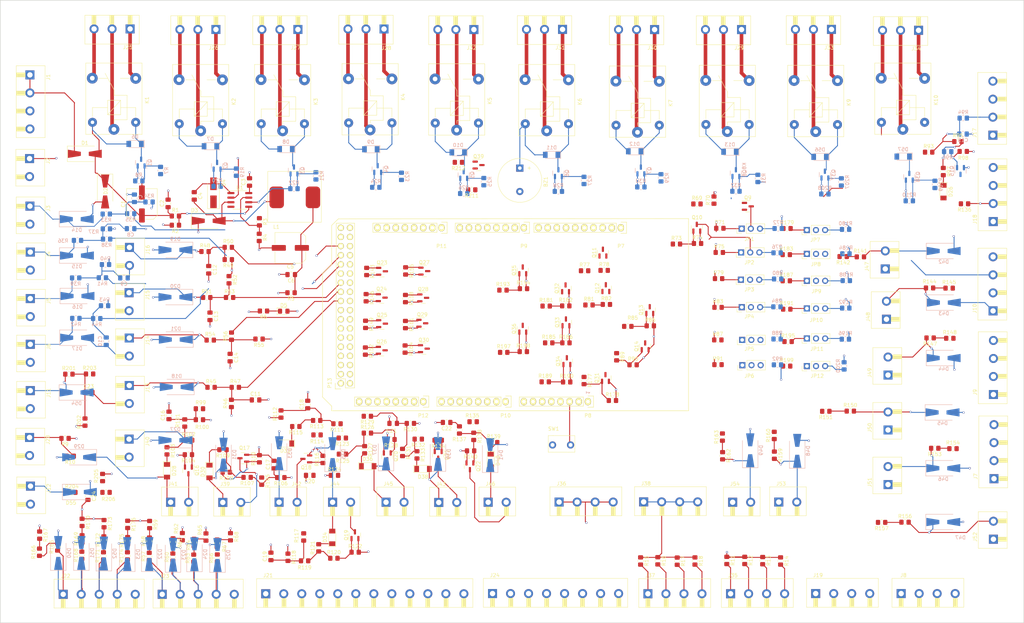
<source format=kicad_pcb>
(kicad_pcb (version 20211014) (generator pcbnew)
  (title_block (date "mar. 31 mars 2015"))
  (layers (0 "F.Cu" signal) (1 "In1.Cu" signal) (2 "In2.Cu" signal) (31 "B.Cu" signal) (34 "B.Paste" user) (35 "F.Paste" user) (36 "B.SilkS" user "B.Silkscreen") (37 "F.SilkS" user "F.Silkscreen") (38 "B.Mask" user) (39 "F.Mask" user) (44 "Edge.Cuts" user))
  (net 0 "")
  (net 1 "GND")
  (net 2 "+3V3")
  (net 3 "Net-(BZ1-Pad2)")
  (net 4 "+12V")
  (net 5 "Net-(C3-Pad1)")
  (net 6 "Net-(C4-Pad1)")
  (net 7 "Net-(C4-Pad2)")
  (net 8 "Net-(C5-Pad1)")
  (net 9 "Net-(C7-Pad1)")
  (net 10 "Net-(C8-Pad1)")
  (net 11 "Net-(C9-Pad1)")
  (net 12 "Net-(C10-Pad1)")
  (net 13 "Net-(C11-Pad1)")
  (net 14 "Net-(C12-Pad1)")
  (net 15 "Net-(C13-Pad1)")
  (net 16 "Net-(C14-Pad1)")
  (net 17 "Net-(C15-Pad1)")
  (net 18 "Net-(C16-Pad1)")
  (net 19 "Net-(C17-Pad1)")
  (net 20 "Net-(C18-Pad1)")
  (net 21 "Net-(C19-Pad1)")
  (net 22 "Net-(C20-Pad1)")
  (net 23 "Net-(C21-Pad1)")
  (net 24 "Net-(C22-Pad1)")
  (net 25 "Net-(C23-Pad1)")
  (net 26 "Net-(C24-Pad1)")
  (net 27 "Net-(D1-Pad1)")
  (net 28 "Net-(D5-Pad1)")
  (net 29 "VCC")
  (net 30 "Net-(D6-Pad1)")
  (net 31 "Net-(D7-Pad1)")
  (net 32 "Net-(D8-Pad1)")
  (net 33 "Net-(D9-Pad1)")
  (net 34 "Net-(D10-Pad1)")
  (net 35 "Net-(D11-Pad1)")
  (net 36 "Net-(D12-Pad1)")
  (net 37 "Net-(D13-Pad1)")
  (net 38 "/logique/Entrées digitales/IN1")
  (net 39 "/logique/Entrées digitales/IN2")
  (net 40 "/logique/Entrées digitales/IN3")
  (net 41 "/logique/Entrées digitales/IN4")
  (net 42 "/logique/Entrées digitales/IN8")
  (net 43 "/logique/Entrées digitales/IN5")
  (net 44 "/logique/Entrées digitales/IN6")
  (net 45 "/logique/Entrées digitales/IN7")
  (net 46 "/logique/Entrées analogiques/ANALOG1")
  (net 47 "/logique/Entrées analogiques/ANALOG2")
  (net 48 "/logique/Entrées analogiques/ANALOG3")
  (net 49 "/logique/Entrées analogiques/ANALOG4")
  (net 50 "Net-(D26-Pad1)")
  (net 51 "/logique/Extensions/Simple extension/EI")
  (net 52 "Net-(D28-Pad1)")
  (net 53 "/logique/Extensions/Simple extension1/EI")
  (net 54 "Net-(D30-Pad1)")
  (net 55 "/logique/Extensions/Simple extension2/EI")
  (net 56 "Net-(D32-Pad1)")
  (net 57 "/logique/Extensions/Simple extension3/EI")
  (net 58 "Net-(D34-Pad1)")
  (net 59 "/logique/Extensions/Simple extension6/EI")
  (net 60 "Net-(D36-Pad1)")
  (net 61 "/logique/Extensions/Simple extension7/EI")
  (net 62 "Net-(D38-Pad1)")
  (net 63 "/logique/Extensions/Simple extension5/EI")
  (net 64 "Net-(D40-Pad1)")
  (net 65 "/logique/Extensions/Simple extension4/EI")
  (net 66 "/logique/Entrées analogiques - Extension/Extention analogique simple/A_IN_EXT")
  (net 67 "/logique/Entrées analogiques - Extension/Extention analogique simple1/A_IN_EXT")
  (net 68 "/logique/Entrées analogiques - Extension/Extention analogique simple2/A_IN_EXT")
  (net 69 "/logique/Entrées analogiques - Extension/Extention analogique simple3/A_IN_EXT")
  (net 70 "/logique/Entrées analogiques - Extension/Extention analogique simple5/A_IN_EXT")
  (net 71 "/logique/Entrées analogiques - Extension/Extention analogique simple6/A_IN_EXT")
  (net 72 "/logique/Entrées analogiques - Extension/Extention analogique simple4/A_IN_EXT")
  (net 73 "/logique/Entrées analogiques - Extension/Extention analogique simple7/A_IN_EXT")
  (net 74 "/logique/Entrées analogiques/ANALOG5")
  (net 75 "/logique/Entrées analogiques/ANALOG6")
  (net 76 "/logique/Entrées analogiques/ANALOG7")
  (net 77 "/logique/Entrées analogiques/ANALOG8")
  (net 78 "/logique/Entrées digitales/IN10")
  (net 79 "/logique/Entrées digitales/IN9")
  (net 80 "Net-(D56-Pad1)")
  (net 81 "Net-(D57-Pad1)")
  (net 82 "20(SDA)")
  (net 83 "21(SCL)")
  (net 84 "SDA")
  (net 85 "SCL")
  (net 86 "17(Rx2)")
  (net 87 "16(Tx2)")
  (net 88 "19(Rx1)")
  (net 89 "18(Tx1)")
  (net 90 "0(Rx0)")
  (net 91 "1(Tx0)")
  (net 92 "15(Rx3)")
  (net 93 "14(Tx3)")
  (net 94 "52(SCK)")
  (net 95 "51(MOSI)")
  (net 96 "50(MISO)")
  (net 97 "53(SS)")
  (net 98 "AREF")
  (net 99 "/logique/Collecteurs ouverts/OC5-PWM")
  (net 100 "/logique/Collecteurs ouverts/OC6-PWM")
  (net 101 "/logique/Collecteurs ouverts/OC7-PWM")
  (net 102 "/logique/Collecteurs ouverts/OC8-PWM")
  (net 103 "/logique/Collecteurs ouverts/OC9-PWM")
  (net 104 "/logique/Collecteurs ouverts/OC10-PWM")
  (net 105 "/logique/Collecteurs ouverts/OC11-PWM")
  (net 106 "/logique/Collecteurs ouverts/OC12-PWM")
  (net 107 "/logique/Collecteurs ouverts/OC1")
  (net 108 "/logique/Collecteurs ouverts/OC2")
  (net 109 "/logique/Collecteurs ouverts/OC3")
  (net 110 "/logique/Collecteurs ouverts/OC4")
  (net 111 "/logique/Bloc relais/NO1")
  (net 112 "/logique/Bloc relais/COM1")
  (net 113 "/logique/Bloc relais/NF1")
  (net 114 "/logique/Bloc relais/NO2")
  (net 115 "/logique/Bloc relais/COM2")
  (net 116 "/logique/Bloc relais/NF2")
  (net 117 "/logique/Bloc relais/NO3")
  (net 118 "/logique/Bloc relais/COM3")
  (net 119 "/logique/Bloc relais/NF3")
  (net 120 "/logique/Bloc relais/NO4")
  (net 121 "/logique/Bloc relais/COM4")
  (net 122 "/logique/Bloc relais/NF4")
  (net 123 "/logique/Bloc relais/NO5")
  (net 124 "/logique/Bloc relais/COM5")
  (net 125 "/logique/Bloc relais/NF5")
  (net 126 "/logique/Bloc relais/NO6")
  (net 127 "/logique/Bloc relais/COM6")
  (net 128 "/logique/Bloc relais/NF6")
  (net 129 "/logique/Bloc relais/NO7")
  (net 130 "/logique/Bloc relais/COM7")
  (net 131 "/logique/Bloc relais/NF7")
  (net 132 "/logique/Bloc relais/NO8")
  (net 133 "/logique/Bloc relais/COM8")
  (net 134 "/logique/Bloc relais/NF8")
  (net 135 "/logique/Bloc relais/NO9")
  (net 136 "/logique/Bloc relais/COM9")
  (net 137 "/logique/Bloc relais/NF9")
  (net 138 "/logique/Bloc relais/NO10")
  (net 139 "/logique/Bloc relais/COM10")
  (net 140 "/logique/Bloc relais/NF10")
  (net 141 "Net-(J35-Pad3)")
  (net 142 "Net-(J35-Pad2)")
  (net 143 "Net-(J35-Pad1)")
  (net 144 "Net-(J35-Pad4)")
  (net 145 "Net-(J37-Pad3)")
  (net 146 "Net-(J37-Pad2)")
  (net 147 "Net-(J37-Pad1)")
  (net 148 "Net-(J37-Pad4)")
  (net 149 "/logique/Extensions/Simple extension2/COL_EXT")
  (net 150 "/logique/Extensions/Simple extension/COL_EXT")
  (net 151 "/logique/Extensions/Simple extension1/COL_EXT")
  (net 152 "/logique/Extensions/Simple extension3/COL_EXT")
  (net 153 "/logique/Extensions/Simple extension5/COL_EXT")
  (net 154 "/logique/Extensions/Simple extension6/COL_EXT")
  (net 155 "/logique/Extensions/Simple extension7/COL_EXT")
  (net 156 "/logique/Extensions/Simple extension4/COL_EXT")
  (net 157 "/logique/Entrées analogiques - Extension/Extention analogique simple/COL_AIN_EXT")
  (net 158 "/logique/Entrées analogiques - Extension/Extention analogique simple1/COL_AIN_EXT")
  (net 159 "/logique/Entrées analogiques - Extension/Extention analogique simple2/COL_AIN_EXT")
  (net 160 "/logique/Entrées analogiques - Extension/Extention analogique simple3/COL_AIN_EXT")
  (net 161 "/logique/Entrées analogiques - Extension/Extention analogique simple5/COL_AIN_EXT")
  (net 162 "/logique/Entrées analogiques - Extension/Extention analogique simple6/COL_AIN_EXT")
  (net 163 "/logique/Entrées analogiques - Extension/Extention analogique simple4/COL_AIN_EXT")
  (net 164 "/logique/Entrées analogiques - Extension/Extention analogique simple7/COL_AIN_EXT")
  (net 165 "Net-(JP1-Pad1)")
  (net 166 "Net-(JP1-Pad3)")
  (net 167 "Net-(JP2-Pad1)")
  (net 168 "Net-(JP2-Pad3)")
  (net 169 "Net-(JP3-Pad1)")
  (net 170 "Net-(JP3-Pad3)")
  (net 171 "Net-(JP4-Pad1)")
  (net 172 "Net-(JP4-Pad3)")
  (net 173 "Net-(JP5-Pad1)")
  (net 174 "Net-(JP5-Pad3)")
  (net 175 "Net-(JP6-Pad1)")
  (net 176 "Net-(JP6-Pad3)")
  (net 177 "Net-(JP7-Pad1)")
  (net 178 "Net-(JP7-Pad3)")
  (net 179 "Net-(JP8-Pad1)")
  (net 180 "Net-(JP8-Pad3)")
  (net 181 "Net-(JP9-Pad1)")
  (net 182 "Net-(JP9-Pad3)")
  (net 183 "Net-(JP10-Pad1)")
  (net 184 "Net-(JP10-Pad3)")
  (net 185 "Net-(JP11-Pad1)")
  (net 186 "Net-(JP11-Pad3)")
  (net 187 "Net-(JP12-Pad1)")
  (net 188 "Net-(JP12-Pad3)")
  (net 189 "13(**)")
  (net 190 "8(**)")
  (net 191 "12(**)")
  (net 192 "9(**)")
  (net 193 "11(**)")
  (net 194 "10(**)")
  (net 196 "/logique/IOREF")
  (net 197 "Reset")
  (net 198 "/logique/Vin")
  (net 199 "7(**)")
  (net 200 "6(**)")
  (net 201 "5(**)")
  (net 202 "4(**)")
  (net 203 "3(**)")
  (net 204 "2(**)")
  (net 205 "A0")
  (net 206 "A1")
  (net 207 "A2")
  (net 208 "A3")
  (net 209 "A4")
  (net 210 "A5")
  (net 211 "A6")
  (net 212 "A7")
  (net 213 "A8")
  (net 214 "A9")
  (net 215 "A10")
  (net 216 "A11")
  (net 217 "A12")
  (net 218 "A13")
  (net 219 "A14")
  (net 220 "A15")
  (net 221 "48")
  (net 222 "49")
  (net 223 "46")
  (net 224 "47")
  (net 225 "44")
  (net 226 "45")
  (net 227 "42")
  (net 228 "43")
  (net 229 "40")
  (net 230 "41")
  (net 231 "38")
  (net 232 "39")
  (net 233 "36")
  (net 234 "37")
  (net 235 "34")
  (net 236 "35")
  (net 237 "32")
  (net 238 "33")
  (net 239 "30")
  (net 240 "31")
  (net 241 "28")
  (net 242 "29")
  (net 243 "26")
  (net 244 "27")
  (net 245 "24")
  (net 246 "25")
  (net 247 "22")
  (net 248 "23")
  (net 249 "Net-(Q1-Pad1)")
  (net 250 "Net-(Q2-Pad1)")
  (net 251 "Net-(Q3-Pad1)")
  (net 252 "Net-(Q4-Pad1)")
  (net 253 "Net-(Q5-Pad1)")
  (net 254 "Net-(Q6-Pad1)")
  (net 255 "Net-(Q7-Pad1)")
  (net 256 "Net-(Q8-Pad1)")
  (net 257 "Net-(Q9-Pad1)")
  (net 258 "Net-(Q10-Pad1)")
  (net 259 "Net-(Q11-Pad1)")
  (net 260 "Net-(Q12-Pad1)")
  (net 261 "Net-(Q13-Pad1)")
  (net 262 "Net-(Q14-Pad1)")
  (net 263 "Net-(Q15-Pad1)")
  (net 264 "Net-(Q16-Pad1)")
  (net 265 "Net-(Q17-Pad1)")
  (net 266 "Net-(Q18-Pad1)")
  (net 267 "Net-(Q19-Pad1)")
  (net 268 "Net-(Q20-Pad1)")
  (net 269 "Net-(Q21-Pad1)")
  (net 270 "Net-(Q22-Pad1)")
  (net 271 "Net-(Q31-Pad1)")
  (net 272 "Net-(Q32-Pad1)")
  (net 273 "Net-(Q33-Pad1)")
  (net 274 "Net-(Q34-Pad1)")
  (net 275 "Net-(Q35-Pad1)")
  (net 276 "Net-(Q36-Pad1)")
  (net 277 "Net-(Q37-Pad1)")
  (net 278 "Net-(Q38-Pad1)")
  (net 279 "Net-(Q39-Pad1)")
  (net 280 "Net-(R1-Pad2)")
  (net 281 "Net-(R3-Pad2)")
  (net 282 "Net-(R57-Pad2)")
  (net 283 "Net-(R60-Pad2)")
  (net 284 "Net-(R63-Pad2)")
  (net 285 "Net-(R66-Pad2)")
  (net 286 "Net-(R95-Pad2)")
  (net 287 "Net-(R101-Pad2)")
  (net 288 "Net-(R107-Pad2)")
  (net 289 "Net-(R113-Pad2)")
  (net 290 "Net-(R119-Pad2)")
  (net 291 "Net-(R125-Pad2)")
  (net 292 "Net-(R131-Pad2)")
  (net 293 "Net-(R137-Pad2)")
  (net 294 "Net-(R141-Pad1)")
  (net 295 "Net-(R144-Pad1)")
  (net 296 "Net-(R147-Pad1)")
  (net 297 "Net-(R150-Pad1)")
  (net 298 "Net-(R153-Pad1)")
  (net 299 "Net-(R156-Pad1)")
  (net 300 "Net-(R159-Pad1)")
  (net 301 "Net-(R162-Pad1)")
  (net 302 "Net-(R165-Pad2)")
  (net 303 "Net-(R168-Pad2)")
  (net 304 "Net-(R171-Pad2)")
  (net 305 "Net-(R174-Pad2)")
  (footprint "Resistor_SMD:R_0805_2012Metric_Pad1.20x1.40mm_HandSolder" (layer "F.Cu") (at 108.712 132.4864 -90)
    (fp_text reference "R127")
    (fp_text value "1k")
  )
  (footprint "Resistor_SMD:R_0805_2012Metric_Pad1.20x1.40mm_HandSolder" (layer "F.Cu") (at 70.866 76.3016)
    (fp_text reference "R50")
    (fp_text value "1k")
  )
  (footprint "Relay_THT:Relay_SPDT_SANYOU_SRD_Series_Form_C" (layer "F.Cu") (at 258.1148 43.552 90)
    (fp_text reference "K10")
    (fp_text value "SANYOU_SRD_Form_C")
  )
  (footprint "Connector_PinHeader_2.54mm:PinHeader_1x03_P2.54mm_Vertical" (layer "F.Cu") (at 231.475 93.2688 90)
    (fp_text reference "JP10")
    (fp_text value "Jumper_3_Open")
  )
  (footprint "Resistor_SMD:R_0805_2012Metric_Pad1.20x1.40mm_HandSolder" (layer "F.Cu") (at 92.0496 163.322)
    (fp_text reference "R119")
    (fp_text value "0")
  )
  (footprint "connectors:conn-2pts-P5mm" (layer "F.Cu") (at 43.3864 101.473 -90)
    (fp_text reference "J14")
    (fp_text value "Conn_01x02_Female")
  )
  (footprint "Resistor_SMD:R_0805_2012Metric_Pad1.20x1.40mm_HandSolder" (layer "F.Cu") (at 222.4532 134.006 -90)
    (fp_text reference "R159")
    (fp_text value "10k")
  )
  (footprint "Resistor_SMD:R_0805_2012Metric_Pad1.20x1.40mm_HandSolder" (layer "F.Cu") (at 138.9888 128.778 -90)
    (fp_text reference "R138")
    (fp_text value "0")
  )
  (footprint "Resistor_SMD:R_0805_2012Metric_Pad1.20x1.40mm_HandSolder" (layer "F.Cu") (at 23.4696 159.4612 90)
    (fp_text reference "R165")
    (fp_text value "10k")
  )
  (footprint "connectors:conn-2pts-P5mm" (layer "F.Cu") (at 54.867 147.0628)
    (fp_text reference "J41")
    (fp_text value "Conn_01x02_Female")
  )
  (footprint "Resistor_SMD:R_0805_2012Metric_Pad1.20x1.40mm_HandSolder" (layer "F.Cu") (at 65.8528 102.0572)
    (fp_text reference "R54")
    (fp_text value "100")
  )
  (footprint "Resistor_SMD:R_0805_2012Metric_Pad1.20x1.40mm_HandSolder" (layer "F.Cu") (at 67.818 162.56 90)
    (fp_text reference "R66")
    (fp_text value "10k")
  )
  (footprint "Resistor_SMD:R_0805_2012Metric_Pad1.20x1.40mm_HandSolder" (layer "F.Cu") (at 200.9648 64.262)
    (fp_text reference "R69")
    (fp_text value "1k")
  )
  (footprint "Resistor_SMD:R_0805_2012Metric_Pad1.20x1.40mm_HandSolder" (layer "F.Cu") (at 222.4184 128.5196 90)
    (fp_text reference "R160")
    (fp_text value "10k")
  )
  (footprint "connectors:conn-3pts-P5mm" (layer "F.Cu") (at 262.4798 16.056 180)
    (fp_text reference "J34")
    (fp_text value "Conn_01x03_Female")
  )
  (footprint "Package_TO_SOT_SMD:SOT-23" (layer "F.Cu") (at 92.5068 135.0264 180)
    (fp_text reference "Q18")
    (fp_text value "2N7002")
  )
  (footprint "connectors:conn-4pts-P5mm" (layer "F.Cu") (at 283.2576 117.158 90)
    (fp_text reference "J9")
    (fp_text value "Conn_01x04_Female")
  )
  (footprint "Resistor_SMD:R_0805_2012Metric_Pad1.20x1.40mm_HandSolder" (layer "F.Cu") (at 85.4456 140.208 180)
    (fp_text reference "R106")
    (fp_text value "10k")
  )
  (footprint "Resistor_SMD:R_0805_2012Metric_Pad1.20x1.40mm_HandSolder" (layer "F.Cu") (at 61.2648 162.6108 90)
    (fp_text reference "R63")
    (fp_text value "10k")
  )
  (footprint "Diode_SMD:D_SMA-SMB_Universal_Handsoldering" (layer "F.Cu") (at 31.0388 50.3428)
    (fp_text reference "D1")
    (fp_text value "SSA36")
  )
  (footprint "Resistor_SMD:R_0805_2012Metric_Pad1.20x1.40mm_HandSolder" (layer "F.Cu") (at 164.7952 113.6904)
    (fp_text reference "R190")
    (fp_text value "10k")
  )
  (footprint "Resistor_SMD:R_0805_2012Metric_Pad1.20x1.40mm_HandSolder" (layer "F.Cu") (at 48.9712 157.8704 90)
    (fp_text reference "R58")
    (fp_text value "10k")
  )
  (footprint "Package_TO_SOT_SMD:SOT-23" (layer "F.Cu") (at 113.4364 90.2716)
    (fp_text reference "Q24")
    (fp_text value "2N7002")
  )
  (footprint "Resistor_SMD:R_0805_2012Metric_Pad1.20x1.40mm_HandSolder" (layer "F.Cu") (at 85.4964 122.5804 90)
    (fp_text reference "R112")
    (fp_text value "10k")
  )
  (footprint "Resistor_SMD:R_0805_2012Metric_Pad1.20x1.40mm_HandSolder" (layer "F.Cu") (at 219.202 163.2712 -90)
    (fp_text reference "R13")
    (fp_text value "10k")
  )
  (footprint "Capacitor_SMD:C_0805_2012Metric_Pad1.18x1.45mm_HandSolder" (layer "F.Cu") (at 54.1528 64.1096 90)
    (fp_text reference "C2")
    (fp_text value "C")
  )
  (footprint "switches:SW_PUSH_6mm_H5mm" (layer "F.Cu") (at 160.8728 131.1624)
    (fp_text reference "SW1")
    (fp_text value "SW_Push")
  )
  (footprint "Diode_SMD:D_0805_2012Metric_Pad1.15x1.40mm_HandSolder" (layer "F.Cu") (at 86.2584 94.0308)
    (fp_text reference "D5")
    (fp_text value "LED")
  )
  (footprint "Resistor_SMD:R_0805_2012Metric_Pad1.20x1.40mm_HandSolder" (layer "F.Cu") (at 206.8228 92.964)
    (fp_text reference "R83")
    (fp_text value "10k")
  )
  (footprint "Package_TO_SOT_SMD:SOT-23" (layer "F.Cu") (at 113.4595 104.8868)
    (fp_text reference "Q26")
    (fp_text value "2N7002")
  )
  (footprint "Capacitor_SMD:C_0805_2012Metric_Pad1.18x1.45mm_HandSolder" (layer "F.Cu") (at 116.6368 125.1712 180)
    (fp_text reference "C21")
    (fp_text value "100n")
  )
  (footprint "Resistor_SMD:R_0805_2012Metric_Pad1.20x1.40mm_HandSolder" (layer "F.Cu") (at 36.2204 161.9504 90)
    (fp_text reference "R171")
    (fp_text value "10k")
  )
  (footprint "Resistor_SMD:R_0805_2012Metric_Pad1.20x1.40mm_HandSolder" (layer "F.Cu") (at 152.7556 105.2576)
    (fp_text reference "R198")
    (fp_text value "10k")
  )
  (footprint "Resistor_SMD:R_0805_2012Metric_Pad1.20x1.40mm_HandSolder" (layer "F.Cu") (at 62.8556 121.1072 180)
    (fp_text reference "R99")
    (fp_text value "100")
  )
  (footprint "transils:D_SMBJ_SMA-SMB_Universal_Handsoldering" (layer "F.Cu") (at 36.6776 60.8076 -90)
    (fp_text reference "D2")
    (fp_text value "SMBJ15C")
  )
  (footprint "Resistor_SMD:R_0805_2012Metric_Pad1.20x1.40mm_HandSolder" (layer "F.Cu") (at 207.1624 77.724)
    (fp_text reference "R75")
    (fp_text value "10k")
  )
  (footprint "connectors:conn-4pts-P5mm" (layer "F.Cu") (at 162.6992 147.012)
    (fp_text reference "J36")
    (fp_text value "Conn_01x04_Female")
  )
  (footprint "Resistor_SMD:R_0805_2012Metric_Pad1.20x1.40mm_HandSolder" (layer "F.Cu") (at 258.7244 152.6032)
    (fp_text reference "R156")
    (fp_text value "10k")
  )
  (footprint "Resistor_SMD:R_0805_2012Metric_Pad1.20x1.40mm_HandSolder" (layer "F.Cu") (at 70.866 79.7052 180)
    (fp_text reference "R49")
    (fp_text value "10k")
  )
  (footprint "Resistor_SMD:R_0805_2012Metric_Pad1.20x1.40mm_HandSolder" (layer "F.Cu") (at 59.7916 133.858 180)
    (fp_text reference "R104")
    (fp_text value "100k")
  )
  (footprint "Package_TO_SOT_SMD:SOT-23" (layer "F.Cu") (at 106.0196 156.21 90)
    (fp_text reference "Q19")
    (fp_text value "2N7002")
  )
  (footprint "Resistor_SMD:R_0805_2012Metric_Pad1.20x1.40mm_HandSolder" (layer "F.Cu") (at 243.5352 121.7676)
    (fp_text reference "R150")
    (fp_text value "10k")
  )
  (footprint "Resistor_SMD:R_0805_2012Metric_Pad1.20x1.40mm_HandSolder" (layer "F.Cu") (at 205.6892 63.1952 90)
    (fp_text reference "R70")
    (fp_text value "10k")
  )
  (footprint "connectors:conn-4pts-P5mm" (layer "F.Cu") (at 283.1052 45.1744 90)
    (fp_text reference "J17")
    (fp_text value "Conn_01x04_Female")
  )
  (footprint "Resistor_SMD:R_0805_2012Metric_Pad1.20x1.40mm_HandSolder" (layer "F.Cu") (at 195.4784 163.4236 -90)
    (fp_text reference "R17")
    (fp_text value "10k")
  )
  (footprint "connectors:conn-2pts-P5mm" (layer "F.Cu") (at 69.342 147.1136)
    (fp_text reference "J39")
    (fp_text value "Conn_01x02_Female")
  )
  (footprint "connectors:conn-2pts-P5mm" (layer "F.Cu") (at 15.9544 142.5956 -90)
    (fp_text reference "J12")
    (fp_text value "Conn_01x02_Female")
  )
  (footprint "Package_TO_SOT_SMD:SOT-23" (layer "F.Cu") (at 129.1336 133.9088 -90)
    (fp_text reference "Q21")
    (fp_text value "2N7002")
  )
  (footprint "Resistor_SMD:R_0805_2012Metric_Pad1.20x1.40mm_HandSolder" (layer "F.Cu") (at 265.2776 49.8856)
    (fp_text reference "R93")
    (fp_text value "100")
  )
  (footprint "Connector_PinHeader_2.54mm:PinHeader_1x03_P2.54mm_Vertical" (layer "F.Cu") (at 213.5632 109.0168 90)
    (fp_text reference "JP6")
    (fp_text value "Jumper_3_Open")
  )
  (footprint "Resistor_SMD:R_0805_2012Metric_Pad1.20x1.40mm_HandSolder" (layer "F.Cu") (at 188.0108 98.0948)
    (fp_text reference "R86")
    (fp_text value "10k")
  )
  (footprint "Resistor_SMD:R_0805_2012Metric_Pad1.20x1.40mm_HandSolder" (layer "F.Cu") (at 269.3416 55.2704 -90)
    (fp_text reference "R97")
    (fp_text value "1k")
  )
  (footprint "Resistor_SMD:R_0805_2012Metric_Pad1.20x1.40mm_HandSolder" (layer "F.Cu") (at 91.7956 156.702 -90)
    (fp_text reference "R117")
    (fp_text value "100")
  )
  (footprint "Resistor_SMD:R_0805_2012Metric_Pad1.20x1.40mm_HandSolder" (layer "F.Cu") (at 224.1804 163.3728 -90)
    (fp_text reference "R14")
    (fp_text value "10k")
  )
  (footprint "Resistor_SMD:R_0805_2012Metric_Pad1.20x1.40mm_HandSolder" (layer "F.Cu") (at 169.7736 82.804)
    (fp_text reference "R77")
    (fp_text value "1k")
  )
  (footprint "Capacitor_SMD:C_0805_2012Metric_Pad1.18x1.45mm_HandSolder" (layer "F.Cu") (at 31.9024 145.3681 -90)
    (fp_text reference "C24")
    (fp_text value "100n")
  )
  (footprint "Capacitor_SMD:C_0805_2012Metric_Pad1.18x1.45mm_HandSolder" (layer "F.Cu") (at 88.3412 83.8708 180)
    (fp_text reference "C6")
    (fp_text value "C")
  )
  (footprint "Resistor_SMD:R_0805_2012Metric_Pad1.20x1.40mm_HandSolder" (layer "F.Cu") (at 164.592 102.8192)
    (fp_text reference "R186")
    (fp_text value "10k")
  )
  (footprint "Resistor_SMD:R_0805_2012Metric_Pad1.20x1.40mm_HandSolder" (layer "F.Cu") (at 178.6636 106.68 -90)
    (fp_text reference "R89")
    (fp_text value "1k")
  )
  (footprint "Resistor_SMD:R_0805_2012Metric_Pad1.20x1.40mm_HandSolder" (layer "F.Cu") (at 206.9592 84.9884)
    (fp_text reference "R79")
    (fp_text value "10k")
  )
  (footprint "Diode_SMD:D_MiniMELF" (layer "F.Cu") (at 99.7204 156.8196 90)
    (fp_text reference "D34")
    (fp_text value "DIODE")
  )
  (footprint "connectors:conn-3pts-P5mm" (layer "F.Cu") (at 163.6484 15.802 180)
    (fp_text reference "J31")
    (fp_text value "Conn_01x03_Female")
  )
  (footprint "connectors:conn-4pts-P5mm" (layer "F.Cu") (at 257.6444 172.412)
    (fp_text reference "J8")
    (fp_text value "Conn_01x04_Female")
  )
  (footprint "Resistor_SMD:R_0805_2012Metric_Pad1.20x1.40mm_HandSolder" (layer "F.Cu") (at 80.137 141.208 -90)
    (fp_text reference "R105")
    (fp_text value "100")
  )
  (footprint "connectors:conn-2pts-P5mm" (layer "F.Cu") (at 15.802 64.8716 -90)
    (fp_text reference "J3")
    (fp_text value "Conn_01x02_Female")
  )
  (footprint "Resistor_SMD:R_0805_2012Metric_Pad1.20x1.40mm_HandSolder" (layer "F.Cu") (at 108.966 97.6884 -90)
    (fp_text reference "R149")
    (fp_text value "10k")
  )
  (footprint "Diode_SMD:D_MiniMELF" (layer "F.Cu") (at 65.6336 138.5316 -90)
    (fp_text reference "D30")
    (fp_text value "DIODE")
  )
  (footprint "Relay_THT:Relay_SPDT_SANYOU_SRD_Series_Form_C" (layer "F.Cu") (at 159.258 43.9584 90)
    (fp_text reference "K6")
    (fp_text value "SANYOU_SRD_Form_C")
  )
  (footprint "Resistor_SMD:R_0805_2012Metric_Pad1.20x1.40mm_HandSolder" (layer "F.Cu") (at 58.7756 125.0696 -90)
    (fp_text reference "R101")
    (fp_text value "0")
  )
  (footprint "connectors:conn-2pts-P5mm" (layer "F.Cu") (at 99.822 147.0628)
    (fp_text reference "J44")
    (fp_text value "Conn_01x02_Female")
  )
  (footprint "Package_TO_SOT_SMD:SOT-23" (layer "F.Cu") (at 175.5648 112.5728 90)
    (fp_text reference "Q31")
    (fp_text value "BC817")
  )
  (footprint "Resistor_SMD:R_0805_2012Metric_Pad1.20x1.40mm_HandSolder" (layer "F.Cu") (at 206.8068 108.8644)
    (fp_text reference "R91")
    (fp_text value "10k")
  )
  (footprint "Resistor_SMD:R_0805_2012Metric_Pad1.20x1.40mm_HandSolder" (layer "F.Cu") (at 152.8064 87.7824)
    (fp_text reference "R194")
    (fp_text value "10k")
  )
  (footprint "Relay_THT:Relay_SPDT_SANYOU_SRD_Series_Form_C" (layer "F.Cu") (at 209.3976 44.1616 90)
    (fp_text reference "K8")
    (fp_text value "SANYOU_SRD_Form_C")
  )
  (footprint "Package_TO_SOT_SMD:SOT-23" (layer "F.Cu") (at 125.1435 104.4296)
    (fp_text reference "Q30")
    (fp_text value "2N7002")
  )
  (footprint "Resistor_SMD:R_0805_2012Metric_Pad1.20x1.40mm_HandSolder" (layer "F.Cu") (at 79.502 69.215 -90)
    (fp_text reference "R3")
    (fp_text value "R")
  )
  (footprint "Inductor_perso:74477120" (layer "F.Cu") (at 84.2056 62.4308)
    (fp_text reference "L1")
    (fp_text value "74477120")
  )
  (footprint "connectors:conn-2pts-P5mm" (layer "F.Cu") (at 43.3356 129.54 -90)
    (fp_text reference "J40")
    (fp_text value "Conn_01x02_Female")
  )
  (footprint "Socket_Arduino_Mega:Socket_Strip_Arduino_1x08" (layer "F.Cu") (at 147.838 119.126 180)
    (fp_text reference "P10")
    (fp_text value "Analog")
  )
  (footprint "Resistor_SMD:R_0805_2012Metric_Pad1.20x1.40mm_HandSolder" (layer "F.Cu") (at 246.3292 78.9432)
    (fp_text reference "R141")
    (fp_text value "10k")
  )
  (footprint "Resistor_SMD:R_0805_2012Metric_Pad1.20x1.40mm_HandSolder" (layer "F.Cu") (at 135.0264 127 -90)
    (fp_text reference "R137")
    (fp_text value "0")
  )
  (footprint "Capacitor_SMD:C_0805_2012Metric_Pad1.18x1.45mm_HandSolder" (layer "F.Cu") (at 92.9132 119.9388 90)
    (fp_text reference "C18")
    (fp_text value "100n")
  )
  (footprint "Connector_PinHeader_2.54mm:PinHeader_1x03_P2.54mm_Vertical" (layer "F.Cu") (at 213.4108 92.9132 90)
    (fp_text reference "JP4")
    (fp_text value "Jumper_3_Open")
  )
  (footprint "Connector_PinHeader_2.54mm:PinHeader_1x03_P2.54mm_Vertical" (layer "F.Cu") (at 213.5124 102.0064 90)
    (fp_text reference "JP5")
    (fp_text value "Jumper_3_Open")
  )
  (footprint "Resistor_SMD:R_0805_2012Metric_Pad1.20x1.40mm_HandSolder" (layer "F.Cu") (at 70.3072 138.7348 180)
    (fp_text reference "R108")
    (fp_text value "0")
  )
  (footprint "Resistor_SMD:R_0805_2012Metric_Pad1.20x1.40mm_HandSolder" (layer "F.Cu") (at 26.6192 111.506)
    (fp_text reference "R201")
    (fp_text value "100")
  )
  (footprint "connectors:conn-2pts-P5mm" (layer "F.Cu") (at 129.289 147.12)
    (fp_text reference "J43")
    (fp_text value "Conn_01x02_Female")
  )
  (footprint "Resistor_SMD:R_0805_2012Metric_Pad1.20x1.40mm_HandSolder" (layer "F.Cu") (at 72.8124 115.1636)
    (fp_text reference "R47")
    (fp_text value "1k")
  )
  (footprint "Resistor_SMD:R_0805_2012Metric_Pad1.20x1.40mm_HandSolder" (layer "F.Cu") (at 59.8424 129.8448)
    (fp_text reference "R102")
    (fp_text value "0")
  )
  (footprint "Resistor_SMD:R_0805_2012Metric_Pad1.20x1.40mm_HandSolder" (layer "F.Cu") (at 252.222 152.654 180)
    (fp_text reference "R157")
    (fp_text value "10k")
  )
  (footprint "Resistor_SMD:R_0805_2012Metric_Pad1.20x1.40mm_HandSolder" (layer "F.Cu") (at 71.0692 85.2932 -90)
    (fp_text reference "R52")
    (fp_text value "10k")
  )
  (footprint "Resistor_SMD:R_0805_2012Metric_Pad1.20x1.40mm_HandSolder" (layer "F.Cu") (at 88.2904 88.9 180)
    (fp_text reference "R5")
    (fp_text value "0")
  )
  (footprint "Resistor_SMD:R_0805_2012Metric_Pad1.20x1.40mm_HandSolder" (layer "F.Cu") (at 55.4736 162.306 90)
    (fp_text reference "R60")
    (fp_text value "10k")
  )
  (footprint "connectors:conn-2pts-P5mm" (layer "F.Cu") (at 254 127 90)
    (fp_text reference "J50")
    (fp_text value "Conn_01x02_Female")
  )
  (footprint "Resistor_SMD:R_0805_2012Metric_Pad1.20x1.40mm_HandSolder" (layer "F.Cu") (at 30.2768 157.226 90)
    (fp_text reference "R169")
    (fp_text value "10k")
  )
  (footprint "connectors:conn-3pts-P5mm" (layer "F.Cu") (at 90.1916 15.8274 180)
    (fp_text reference "J27")
    (fp_text value "Conn_01x03_Female")
  )
  (footprint "Relay_THT:Relay_SPDT_SANYOU_SRD_Series_Form_C" (layer "F.Cu") (at 184.4548 44.3648 90)
    (fp_text reference "K7")
    (fp_text value "SANYOU_SRD_Form_C")
  )
  (footprint "connectors:conn-2pts-P5mm" (layer "F.Cu") (at 43.3832 114.6556 -90)
    (fp_text reference "J13")
    (fp_text value "Conn_01x02_Female")
  )
  (footprint "Resistor_SMD:R_0805_2012Metric_Pad1.20x1.40mm_HandSolder" (layer "F.Cu") (at 109.2708 83.0072 -90)
    (fp_text reference "R143")
    (fp_text value "10k")
  )
  (footprint "Connector_PinHeader_2.54mm:PinHeader_1x03_P2.54mm_Vertical" (layer "F.Cu") (at 231.475 101.6 90)
    (fp_text reference "JP11")
    (fp_text value "Jumper_3_Open")
  )
  (footprint "Resistor_SMD:R_0805_2012Metric_Pad1.20x1.40mm_HandSolder" (layer "F.Cu") (at 170.9928 92.3036)
    (fp_text reference "R81")
    (fp_text value "1k")
  )
  (footprint "Package_TO_SOT_SMD:SOT-23" (layer "F.Cu") (at 137.9372 137.0815 -90)
    (fp_text reference "Q22")
    (fp_text value "2N7002")
  )
  (footprint "Resistor_SMD:R_0805_2012Metric_Pad1.20x1.40mm_HandSolder" (layer "F.Cu") (at 138.43 60.325 180)
    (fp_text reference "R211")
    (fp_text value "0")
  )
  (footprint "Diode_SMD:D_MiniMELF" (layer "F.Cu") (at 53.848 138.3284 -90)
    (fp_text reference "D28")
    (fp_text value "DIODE")
  )
  (footprint "Resistor_SMD:R_0805_2012Metric_Pad1.20x1.40mm_HandSolder" (layer "F.Cu") (at 123.5964 129.54)
    (fp_text reference "R132")
    (fp_text value "0")
  )
  (footprint "Package_TO_SOT_SMD:SOT-23" (layer "F.Cu") (at 200.914 70.866 90)
    (fp_text reference "Q10")
    (fp_text value "BC817")
  )
  (footprint "Resistor_SMD:R_0805_2012Metric_Pad1.20x1.40mm_HandSolder" (layer "F.Cu") (at 32.3596 111.4552)
    (fp_text reference "R203")
    (fp_text value "1k")
  )
  (footprint "Resistor_SMD:R_0805_2012Metric_Pad1.20x1.40mm_HandSolder" (layer "F.Cu") (at 120.0404 90.5256 -90)
    (fp_text reference "R158")
    (fp_text value "10k")
  )
  (footprint "Resistor_SMD:R_0805_2012Metric_Pad1.20x1.40mm_HandSolder" (layer "F.Cu") (at 183.2356 108.9152)
    (fp_text reference "R90")
    (fp_text value "10k")
  )
  (footprint "Resistor_SMD:R_0805_2012Metric_Pad1.20x1.40mm_HandSolder" (layer "F.Cu") (at 36.3728 153.0096 -90)
    (fp_text reference "R173")
    (fp_text value "10k")
  )
  (footprint "Resistor_SMD:R_0805_2012Metric_Pad1.20x1.40mm_HandSolder" (layer "F.Cu") (at 71.7296 119.634 90)
    (fp_text reference "R46")
    (fp_text value "10k")
  )
  (footprint "Resistor_SMD:R_0805_2012Metric_Pad1.20x1.40mm_HandSolder" (layer "F.Cu") (at 138.1252 132.7912 180)
    (fp_text reference "R140")
    (fp_text value "100k")
  )
  (footprint "Resistor_SMD:R_0805_2012Metric_Pad1.20x1.40mm_HandSolder" (layer "F.Cu") (at 138.8364 124.714 180)
    (fp_text reference "R135")
    (fp_text value "100")
  )
  (footprint "Capacitor_SMD:C_0805_2012Metric_Pad1.18x1.45mm_HandSolder" (layer "F.Cu") (at 76.7588 58.166 90)
    (fp_text reference "C3")
    (fp_text value "C")
  )
  (footprint "Resistor_SMD:R_0805_2012Metric_Pad1.20x1.40mm_HandSolder" (layer "F.Cu") (at 209.2452 163.2204 -90)
    (fp_text reference "R11")
    (fp_text value "10k")
  )
  (footprint "Resistor_SMD:R_0805_2012Metric_Pad1.20x1.40mm_HandSolder" (layer "F.Cu") (at 26.9748 134.2644 180)
    (fp_text reference "R10")
    (fp_text value "10k")
  )
  (footprint "Resistor_SMD:R_0805_2012Metric_Pad1.20x1.40mm_HandSolder" (layer "F.Cu") (at 225.9584 71.0692)
    (fp_text reference "R179")
    (fp_text value "10k")
  )
  (footprint "connectors:conn-2pts-P5mm" (layer "F.Cu") (at 253.565 96.266 90)
    (fp_text reference "J48")
    (fp_text value "Conn_01x02_Female")
  )
  (footprint "Relay_THT:Relay_SPDT_SANYOU_SRD_Series_Form_C" (layer "F.Cu") (at 233.934 44.187 90)
    (fp_text reference "K9")
    (fp_text value "SANYOU_SRD_Form_C")
  )
  (footprint "Resistor_SMD:R_0805_2012Metric_Pad1.20x1.40mm_HandSolder" (layer "F.Cu") (at 159.1056 92.6084)
    (fp_text reference "R181")
    (fp_text value "1k")
  )
  (footprint "Resistor_SMD:R_0805_2012Metric_Pad1.20x1.40mm_HandSolder" (layer "F.Cu") (at 177.4952 118.8212)
    (fp_text reference "R178")
    (fp_text value "10k")
  )
  (footprint "Diode_SMD:D_SMA-SMB_Universal_Handsoldering" (layer "F.Cu") (at 65.4304 68.9356)
    (fp_text reference "D3")
    (fp_text value "SSA36")
  )
  (footprint "Resistor_SMD:R_0805_2012Metric_Pad1.20x1.40mm_HandSolder" (layer "F.Cu") (at 120.0912 82.8548 -90)
    (fp_text reference "R155")
    (fp_text value "10k")
  )
  (footprint "connectors:conn-3pts-P5mm" (layer "F.Cu") (at 43.608 15.675 180)
    (fp_text reference "J25")
    (fp_text value "Conn_01x03_Female")
  )
  (footprint "Package_TO_SOT_SMD:SOT-23" (layer "F.Cu") (at 164.592 97.1296 90)
    (fp_text reference "Q33")
    (fp_text value "BC817")
  )
  (footprint "Connector_PinHeader_2.54mm:PinHeader_1x03_P2.54mm_Vertical" (layer "F.Cu") (at 213.375 71.12 90)
    (fp_text reference "JP1")
    (fp_text value "Jumper_3_Open")
  )
  (footprint "Capacitor_SMD:C_0805_2012Metric_Pad1.18x1.45mm_HandSolder" (layer "F.Cu") (at 54.4 122.9625 90)
    (fp_text reference "C16")
    (fp_text value "100n")
  )
  (footprint "Resistor_SMD:R_0805_2012Metric_Pad1.20x1.40mm_HandSolder" (layer "F.Cu") (at 241.554 78.867 180)
    (fp_text reference "R142")
    (fp_text value "10k")
  )
  (footprint "Resistor_SMD:R_0805_2012Metric_Pad1.20x1.40mm_HandSolder" (layer "F.Cu") (at 58.1152 156.6164 -90)
    (fp_text reference "R62")
    (fp_text value "10k")
  )
  (footprint "connectors:conn-4pts-P5mm" (layer "F.Cu") (at 210.2988 172.4628)
    (fp_text reference "J35")
    (fp_text value "Conn_01x04_Female")
  )
  (footprint "Diode_SMD:D_MiniMELF" (layer "F.Cu") (at 269.3924 60.8584 -90)
    (fp_text reference "D26")
    (fp_text value "DIODE")
  )
  (footprint "Resistor_SMD:R_0805_2012Metric_Pad1.20x1.40mm_HandSolder" (layer "F.Cu") (at 87.4268 162.3408 -90)
    (fp_text reference "R118")
    (fp_text value "10k")
  )
  (footprint "Resistor_SMD:R_0805_2012Metric_Pad1.20x1.40mm_HandSolder" (layer "F.Cu") (at 109.49 127.8636)
    (fp_text reference "R126")
    (fp_text value "0")
  )
  (footprint "connectors:conn-3pts-P5mm" (layer "F.Cu") (at 189.2008 15.8528 180)
    (fp_text reference "J30")
    (fp_text value "Conn_01x03_Female")
  )
  (footprint "Resistor_SMD:R_0805_2012Metric_Pad1.20x1.40mm_HandSolder" (layer "F.Cu") (at 147.1168 88.1888)
    (fp_text reference "R193")
    (fp_text value "1k")
  )
  (footprint "Package_TO_SOT_SMD:SOT-23" (layer "F.Cu") (at 75.0316 134.8392 180)
    (fp_text reference "Q17")
    (fp_text value "2N7002")
  )
  (footprint "Resistor_SMD:R_0805_2012Metric_Pad1.20x1.40mm_HandSolder" (layer "F.Cu") (at 95.504 128.3716)
    (fp_text reference "R114")
    (fp_text value "0")
  )
  (footprint "Resistor_SMD:R_0805_2012Metric_Pad1.20x1.40mm_HandSolder" (layer "F.Cu") (at 120.0404 97.7392 -90)
    (fp_text reference "R161")
    (fp_text value "10k")
  )
  (footprint "Resistor_SMD:R_0805_2012Metric_Pad1.20x1.40mm_HandSolder" (layer "F.Cu") (at 190.0936 163.322 -90)
    (fp_text reference "R16")
    (fp_text value "10k")
  )
  (footprint "Resistor_SMD:R_0805_2012Metric_Pad1.20x1.40mm_HandSolder" (layer "F.Cu") (at 79.4512 73.5424 -90)
    (fp_text reference "R4")
    (fp_text value "R")
  )
  (footprint "Resistor_SMD:R_0805_2012Metric_Pad1.20x1.40mm_HandSolder" (layer "F.Cu") (at 129.1336 129.8448 180)
    (fp_text reference "R134")
    (fp_text value "100k")
  )
  (footprint "Connector_PinHeader_2.54mm:PinHeader_1x03_P2.54mm_Vertical" (layer "F.Cu") (at 231.475 78.1304 90)
    (fp_text reference "JP8")
    (fp_text value "Jumper_3_Open")
  )
  (footprint "Connector_PinHeader_2.54mm:PinHeader_1x03_P2.54mm_Vertical" (layer "F.Cu") (at 231.46 71.5 90)
    (fp_text reference "JP7")
    (fp_text value "Jumper_3_Open")
  )
  (footprint "Resistor_SMD:R_0805_2012Metric_Pad1.20x1.40mm_HandSolder" (layer "F.Cu") (at 66.0908 115.1636)
    (fp_text reference "R45")
    (fp_text value "100")
  )
  (footprint "Resistor_SMD:R_0805_2012Metric_Pad1.20x1.40mm_HandSolder" (layer "F.Cu") (at 225.7552 85.598)
    (fp_text reference "R187")
    (fp_text value "10k")
  )
  (footprint "Relay_THT:Relay_SPDT_SANYOU_SRD_Series_Form_C" (layer "F.Cu") (at 63.1952 43.9584 90)
    (fp_text reference "K2")
    (fp_text value "SANYOU_SRD_Form_C")
  )
  (footprint "Resistor_SMD:R_0805_2012Metric_Pad1.20x1.40mm_HandSolder" (layer "F.Cu") (at 56.1848 67.6148)
    (fp_text reference "R1")
    (fp_text value "R")
  )
  (footprint "connectors:conn-2pts-P5mm" (layer "F.Cu") (at 223.6724 147.012)
    (fp_text reference "J53")
    (fp_text value "Conn_01x02_Female")
  )
  (footprint "Resistor_SMD:R_0805_2012Metric_Pad1.20x1.40mm_HandSolder" (layer "F.Cu") (at 226.2632 102.4636)
    (fp_text reference "R195")
    (fp_text value "10k")
  )
  (footprint "Capacitor_SMD:C_0805_2012Metric_Pad1.18x1.45mm_HandSolder" (layer "F.Cu") (at 78.4352 118.6688)
    (fp_text reference "C11")
    (fp_text value "100n")
  )
  (footprint "Resistor_SMD:R_0805_2012Metric_Pad1.20x1.40mm_HandSolder" (layer "F.Cu") (at 36.9316 144.3228)
    (fp_text reference "R206")
    (fp_text value "1k")
  )
  (footprint "Resistor_SMD:R_0805_2012Metric_Pad1.20x1.40mm_HandSolder" (layer "F.Cu") (at 69.3928 132.4864 180)
    (fp_text reference "R109")
    (fp_text value "1k")
  )
  (footprint "Diode_SMD:D_SMA_Handsoldering" (layer "F.Cu") (at 66.7512 61.1632 90)
    (fp_text reference "D4")
    (fp_text value "SSA36")
  )
  (footprint "connectors:conn-2pts-P5mm" (layer "F.Cu") (at 43.3324 88.9 -90)
    (fp_text reference "J15")
    (fp_text value "Conn_01x02_Female")
  )
  (footprint "Resistor_SMD:R_0805_2012Metric_Pad1.20x1.40mm_HandSolder" (layer "F.Cu") (at 102.5144 129.2352 180)
    (fp_text reference "R123")
    (fp_text value "100")
  )
  (footprint "Resistor_SMD:R_0805_2012Metric_Pad1.20x1.40mm_HandSolder" (layer "F.Cu") (at 67.7672 158.4452 90)
    (fp_text reference "R67")
    (fp_text value "10k")
  )
  (footprint "Resistor_SMD:R_0805_2012Metric_Pad1.20x1.40mm_HandSolder" (layer "F.Cu") (at 102.5652 133.7056)
    (fp_text reference "R125")
    (fp_text value "0")
  )
  (footprint "Capacitor_SMD:C_0805_2012Metric_Pad1.18x1.45mm_HandSolder" (layer "F.Cu") (at 131.4704 124.9172 180)
    (fp_text reference "C22")
    (fp_text value "100n")
  )
  (footprint "Resistor_SMD:R_0805_2012Metric_Pad1.20x1.40mm_HandSolder" (layer "F.Cu") (at 80.6356 93.98 180)
    (fp_text reference "R6")
    (fp_text value "R")
  )
  (footprint "Resistor_SMD:R_0805_2012Metric_Pad1.20x1.40mm_HandSolder" (layer "F.Cu") (at 200.406 163.3728 -90)
    (fp_text reference "R18")
    (fp_text value "10k")
  )
  (footprint "connectors:conn-12pts-P5mm" (layer "F.Cu") (at 81.2614 172.4692)
    (fp_text reference "J21")
    (fp_text value "Conn_01x12_Female")
  )
  (footprint "connectors:conn-4pts-P5mm" (layer "F.Cu") (at 283.41 140.526 90)
    (fp_text reference "J7")
    (fp_text value "Conn_01x04_Female")
  )
  (footprint "Resistor_SMD:R_0805_2012Metric_Pad1.20x1.40mm_HandSolder" (layer "F.Cu") (at 76.0984 140.1572 180)
    (fp_text reference "R107")
    (fp_text value "0")
  )
  (footprint "Resistor_SMD:R_0805_2012Metric_Pad1.20x1.40mm_HandSolder" (layer "F.Cu") (at 271.1544 101.5492)
    (fp_text reference "R148")
    (fp_text value "10k")
  )
  (footprint "Package_TO_SOT_SMD:SOT-23" (layer "F.Cu") (at 215.0872 64.9224)
    (fp_text reference "Q9")
    (fp_text value "BC817")
  )
  (footprint "Diode_SMD:D_MiniMELF" (layer "F.Cu") (at 109.5756 137.0584)
    (fp_text reference "D36")
    (fp_text value "DIODE")
  )
  (footprint "Connector_PinHeader_2.54mm:PinHeader_1x03_P2.54mm_Vertical" (layer "F.Cu") (at 231.475 85.598 90)
    (fp_text reference "JP9")
    (fp_text value "Jumper_3_Open")
  )
  (footprint "Socket_Arduino_Mega:Socket_Strip_Arduino_1x10" (layer "F.Cu") (at 179.852 70.866 180)
    (fp_text reference "P7")
    (fp_text value "PWM")
  )
  (footprint "Capacitor_SMD:C_0805_2012Metric_Pad1.18x1.45mm_HandSolder" (layer "F.Cu") (at 71.374 106.9047 -90)
    (fp_text reference "C14")
    (fp_text value "100n")
  )
  (footprint "Resistor_SMD:R_0805_2012Metric_Pad1.20x1.40mm_HandSolder" (layer "F.Cu") (at 79.502 134.9916 90)
    (fp_text reference "R110")
    (fp_text value "100k")
  )
  (footprint "Resistor_SMD:R_0805_2012Metric_Pad1.20x1.40mm_HandSolder" (layer "F.Cu") (at 169.6212 113.284 -90)
    (fp_text reference "R177")
    (fp_text value "1k" hide)
  )
  (footprint "Resistor_SMD:R_0805_2012Metric_Pad1.20x1.40mm_HandSolder" (layer "F.Cu") (at 158.8516 113.6396)
    (fp_text reference "R189")
    (fp_text value "1k")
  )
  (footprint "connectors:conn-5pts-P5mm" (layer "F.Cu") (at 25.0382 172.6184)
    (fp_text reference "J22")
    (fp_text value "Conn_01x05_Female")
  )
  (footprint "connectors:conn-2pts-P5mm" (layer "F.Cu") (at 210.8708 147.0628)
    (fp_text reference "J54")
    (fp_text value "Conn_01x02_Female")
  )
  (footprint "Relay_THT:Relay_SPDT_SANYOU_SRD_Series_Form_C" (layer "F.Cu") (at 110.236 43.7044 90)
    (fp_text reference "K4")
    (fp_text value "SANYOU_SRD_Form_C")
  )
  (footprint "Resistor_SMD:R_0805_2012Metric_Pad1.20x1.40mm_HandSolder" (layer "F.Cu") (at 108.9152 105.1052 -90)
    (fp_text reference "R152")
    (fp_text value "10k")
  )
  (footprint "Resistor_SMD:R_0805_2012Metric_Pad1.20x1.40mm_HandSolder" (layer "F.Cu") (at 97.1296 135.1788 90)
    (fp_text reference "R116")
    (fp_text value "100k")
  )
  (footprint "Capacitor_SMD:C_0805_2012Metric_Pad1.18x1.45mm_HandSolder" (layer "F.Cu") (at 32.1056 116.586)
    (fp_text reference "C23")
    (fp_text value "100n")
  )
  (footprint "Package_TO_SOT_SMD:SOT-23" (layer "F.Cu") (at 164.846 107.8992 90)
    (fp_text reference "Q34")
    (fp_text value "BC817")
  )
  (footprint "Resistor_SMD:R_0805_2012Metric_Pad1.20x1.40mm_HandSolder" (layer "F.Cu") (at 265.5316 87.5792 180)
    (fp_text reference "R144")
    (fp_text value "10k")
  )
  (footprint "Resistor_SMD:R_0805_2012Metric_Pad1.20x1.40mm_HandSolder" (layer "F.Cu") (at 121.412 125.1712 180)
    (fp_text reference "R130")
    (fp_text value "10k")
  )
  (footprint "connectors:conn-4pts-P5mm" (layer "F.Cu") (at 15.802 28.4348 -90)
    (fp_text reference "J1")
    (fp_text value "Conn_01x04_Female")
  )
  (footprint "connectors:conn-2pts-P5mm" (layer "F.Cu") (at 114.6556 147.0628)
    (fp_text reference "J45")
    (fp_text value "Conn_01x02_Female")
  )
  (footprint "connectors:conn-2pts-P5mm" (layer "F.Cu") (at 15.9036 90.5256 -90)
    (fp_text reference "J5")
    (fp_text value "Conn_01x02_Female")
  )
  (footprint "Package_TO_SOT_SMD:SOT-23" (layer "F.Cu") (at 59.7916 138.2268 -90)
    (fp_text reference "Q16")
    (fp_text value "2N7002")
  )
  (footprint "connectors:conn-3pts-P5mm" (layer "F.Cu") (at 67.4332 15.8274 180)
    (fp_text reference "J26")
    (fp_text value "Conn_01x03_Female")
  )
  (footprint "Resistor_SMD:R_0805_2012Metric_Pad1.20x1.40mm_HandSolder" (layer "F.Cu") (at 225.7552 78.3336)
    (fp_text reference "R183")
    (fp_text value "10k")
  )
  (footprint "Resistor_SMD:R_0805_2012Metric_Pad1.20x1.40mm_HandSolder" (layer "F.Cu") (at 71.4756 156.6512 -90)
    (fp_text reference "R68")
    (fp_text value "10k")
  )
  (footprint "Package_TO_SOT_SMD:SOT-23" (layer "F.Cu") (at 164.4904 87.6808 90)
    (fp_text reference "Q32")
    (fp_text value "BC817")
  )
  (footprint "Resistor_SMD:R_0805_2012Metric_Pad1.20x1.40mm_HandSolder" (layer "F.Cu") (at 147.32 105.4608)
    (fp_text reference "R197")
    (fp_text value "1k")
  )
  (footprint "Resistor_SMD:R_0805_2012Metric_Pad1.20x1.40mm_HandSolder" (layer "F.Cu") (at 64.4144 77.47)
    (fp_text reference "R48")
    (fp_text value "100")
  )
  (footprint "connectors:conn-4pts-P5mm" (layer "F.Cu") (at 186.1688 146.9612)
    (fp_text reference "J38")
    (fp_text value "Conn_01x04_Female")
  )
  (footprint "Diode_SMD:D_MiniMELF" (layer "F.Cu") (at 143.7132 135.4836 -90)
    (fp_text reference "D40")
    (fp_text value "DIODE")
  )
  (footprint "connectors:conn-2pts-P5mm" (layer "F.Cu") (at 254 111.76 90)
    (fp_text reference "J49")
    (fp_text value "Conn_01x02_Female")
  )
  (footprint "connectors:conn-2pts-P5mm" (layer "F.Cu") (at 253.238 82.296 90)
    (fp_text reference "J47")
    (fp_text value "Conn_01x02_Female")
  )
  (footprint "Capacitor_SMD:C_0805_2012Metric_Pad1.18x1.45mm_HandSolder" (layer "F.Cu") (at 65.786 95.4532 -90)
    (fp_text reference "C13")
    (fp_text value "100n")
  )
  (footprint "Resistor_SMD:R_0805_2012Metric_Pad1.20x1.40mm_HandSolder" (layer "F.Cu") (at 30.21 161.798 90)
    (fp_text reference "R168")
    (fp_text value "10k")
  )
  (footprint "Package_TO_SOT_SMD:SOT-23" (layer "F.Cu") (at 174.8536 77.7748 90)
    (fp_text reference "Q11")
    (fp_text value "BC817")
  )
  (footprint "Resistor_SMD:R_0805_2012Metric_Pad1.20x1.40mm_HandSolder" (layer "F.Cu") (at 185.3184 163.3728 -90)
    (fp_text reference "R15")
    (fp_text value "10k")
  )
  (footprint "Resistor_SMD:R_0805_2012Metric_Pad1.20x1.40mm_HandSolder" (layer "F.Cu") (at 109.1184 90.2876 -90)
    (fp_text reference "R146")
    (fp_text value "10k")
  )
  (footprint "Resistor_SMD:R_0805_2012Metric_Pad1.20x1.40mm_HandSolder" (layer "F.Cu") (at 159.8168 102.8192)
    (fp_text reference "R185")
    (fp_text value "1k")
  )
  (footprint "connectors:conn-8pts-P5mm" (layer "F.Cu") (at 144.2164 172.412)
    (fp_text reference "J24")
    (fp_text value "Conn_01x08_Female")
  )
  (footprint "connectors:conn-2pts-P5mm" (layer "F.Cu") (at 15.9036 103.2256 -90)
    (fp_text reference "J6")
    (fp_text value "Conn_01x02_Female")
  )
  (footprint "Resistor_SMD:R_0805_2012Metric_Pad1.20x1.40mm_HandSolder" (layer "F.Cu") (at 164.5412 92.5576)
    (fp_text reference "R182")
    (fp_text value "10k")
  )
  (footprint "connectors:conn-2pts-P5mm" (layer "F.Cu") (at 143.005 147.0628)
    (fp_text reference "J46")
    (fp_text value "Conn_01x02_Female")
  )
  (footprint "Package_TO_SOT_SMD:SOT-23" (layer "F.Cu") (at 140.335 53.467)
    (fp_text reference "Q39")
    (fp_text value "BC817")
  )
  (footprint "Resistor_SMD:R_0805_2012Metric_Pad1.20x1.40mm_HandSolder" (layer "F.Cu") (at 134.747 52.705 180)
    (fp_text reference "R212")
    (fp_text value "10k")
  )
  (footprint "Diode_SMD:D_MiniMELF" (layer "F.Cu") (at 124.9172 137.8204)
    (fp_text reference "D38")
    (fp_text value "DIODE")
  )
  (footprint "Resistor_SMD:R_0805_2012Metric_Pad1.20x1.40mm_HandSolder" (layer "F.Cu") (at 18.4912 156.194 -90)
    (fp_text reference "R167")
    (fp_text value "10k")
  )
  (footprint "connectors:conn-2pts-P5mm" (layer "F.Cu") (at 84.966 147.0628)
    (fp_text reference "J42")
    (fp_text value "Conn_01x02_Female")
  )
  (footprint "connectors:conn-4pts-P5mm" (layer "F.Cu") (at 283.2068 69.152 90)
    (fp_text reference "J18")
    (fp_text value "Conn_01x04_Female")
  )
  (footprint "connectors:conn-3pts-P5mm" (layer "F.Cu") (at 213.3308 15.8528 180)
    (fp_text reference "J29")
    (fp_text value "Conn_01x03_Female")
  )
  (footprint "Resistor_SMD:R_0805_2012Metric_Pad1.20x1.40mm_HandSolder" (layer "F.Cu") (at 123.2408 133.9088 -90)
    (fp_text reference "R133")
    (fp_text value "1k")
  )
  (footprint "capacitor_perso:C_Elec_8x6.2" (layer "F.Cu") (at 88.0872 76.454 180)
    (fp_text reference "C5")
    (fp_text value "C_Polarized")
  )
  (footprint "Resistor_SMD:R_0805_2012Metric_Pad1.20x1.40mm_HandSolder" (layer "F.Cu") (at 95.9612 159.7152 90)
    (fp_text reference "R121")
    (fp_text value "1k")
  )
  (footprint "Package_TO_SOT_SMD:SOT-23" (layer "F.Cu") (at 175.6664 87.63 90)
    (fp_text reference "Q12")
    (fp_text value "BC817")
  )
  (footprint "connectors:conn-4pts-P5mm" (layer "F.Cu") (at 283.156 93.9424 90)
    (fp_text reference "J10")
    (fp_text value "Conn_01x04_Female")
  )
  (footprint "Capacitor_SMD:C_0805_2012Metric_Pad1.18x1.45mm_HandSolder" (layer "F.Cu") (at 65.4304 82.5285 -90)
    (fp_text reference "C12")
    (fp_text value "100n")
  )
  (footprint "Package_SO:SOIC-8_3.9x4.9mm_P1.27mm" (layer "F.Cu") (at 74.0664 63.1444)
    (fp_text reference "U1")
    (fp_text value "LT1376CS8TR")
  )
  (footprint "Resistor_SMD:R_0805_2012Metric_Pad1.20x1.40mm_HandSolder" (layer "F.Cu") (at 225.8916 93.472)
    (fp_text reference "R191")
    (fp_text value "10k")
  )
  (footprint "Diode_SMD:D_MiniMELF" (layer "F.Cu") (at 86.7156 130.7592 180)
    (fp_text reference "D32")
    (fp_text value "DIODE")
  )
  (footprint "Resistor_SMD:R_0805_2012Metric_Pad1.20x1.40mm_HandSolder" (layer "F.Cu") (at 61.3664 158.242 90)
    (fp_text reference "R64")
    (fp_text value "10k")
  )
  (footprint "Resistor_SMD:R_0805_2012Metric_Pad1.20x1.40mm_HandSolder" (layer "F.Cu") (at 30.2768 152.654 -90)
    (fp_text reference "R170")
    (fp_text value "10k")
  )
  (footprint "Package_TO_SOT_SMD:SOT-23" (layer "F.Cu") (at 152.6032 82.7024 90)
    (fp_text reference "Q35")
    (fp_text value "BC817")
  )
  (footprint "Resistor_SMD:R_0805_2012Metric_Pad1.20x1.40mm_HandSolder" (layer "F.Cu") (at 71.2216 90.2208)
    (fp_text reference "R53")
    (fp_text value "1k")
  )
  (footprint "Package_TO_SOT_SMD:SOT-23" (layer "F.Cu") (at 124.968 90.3224)
    (fp_text reference "Q28")
    (fp_text value "2N7002")
  )
  (footprint "Resistor_SMD:R_0805_2012Metric_Pad1.20x1.40mm_HandSolder" (layer "F.Cu") (at 236.728 121.8184 180)
    (fp_text reference "R151")
    (fp_text value "10k")
  )
  (footprint "Resistor_SMD:R_0805_2012Metric_Pad1.20x1.40mm_HandSolder" (layer "F.Cu") (at 64.6684 156.718 -90)
    (fp_text reference "R65")
    (fp_text value "10k")
  )
  (footprint "Resistor_SMD:R_0805_2012Metric_Pad1.20x1.40mm_HandSolder" (layer "F.Cu") (at 89.6112 126.0348 180)
    (fp_text reference "R115")
    (fp_text value "1k")
  )
  (footprint "Resistor_SMD:R_0805_2012Metric_Pad1.20x1.40mm_HandSolder" (layer "F.Cu") (at 214.2236 163.2204 -90)
    (fp_text reference "R12")
    (fp_text value "10k")
  )
  (footprint "Capacitor_SMD:C_0805_2012Metric_Pad1.18x1.45mm_HandSolder" (layer "F.Cu") (at 83.566 136.6012 90)
    (fp_text reference "C17")
    (fp_text value "100n")
  )
  (footprint "Resistor_SMD:R_0805_2012Metric_Pad1.20x1.40mm_HandSolder" (layer "F.Cu") (at 116.0272 129.6416 180)
    (fp_text reference "R128")
    (fp_text value "100k")
  )
  (footprint "Resistor_SMD:R_0805_2012Metric_Pad1.20x1.40mm_HandSolder" (layer "F.Cu") (at 175.2092 82.7024)
    (fp_text reference "R78")
    (fp_text value "10k")
  )
  (footprint "Resistor_SMD:R_0805_2012Metric_Pad1.20x1.40mm_HandSolder" (layer "F.Cu") (at 225.8568 109.2708)
    (fp_text reference "R199")
    (fp_text value "10k")
  )
  (footprint "Resistor_SMD:R_0805_2012Metric_Pad1.20x1.40mm_HandSolder" (layer "F.Cu") (at 18.4404 160.9344 90)
    (fp_text reference "R166")
    (fp_text value "10k")
  )
  (footprint "Resistor_SMD:R_0805_2012Metric_Pad1.20x1.40mm_HandSolder" (layer "F.Cu") (at 270.9672 87.63)
    (fp_text reference "R145")
    (fp_text value "10k")
  )
  (footprint "Resistor_SMD:R_0805_2012Metric_Pad1.20x1.40mm_HandSolder" (layer "F.Cu") (at 206.756 102.0064)
    (fp_text reference "R87")
    (fp_text value "10k")
  )
  (footprint "Connector_PinHeader_2.54mm:PinHeader_1x03_P2.54mm_Vertical" (layer "F.Cu") (at 213.2076 77.724 90)
    (fp_text reference "JP2")
    (fp_text value "Jumper_3_Open")
  )
  (footprint "Relay_THT:Relay_SPDT_SANYOU_SRD_Series_Form_C" (layer "F.Cu") (at 134.2644 43.7552 90)
    (fp_text reference "K5")
    (fp_text value "SANYOU_SRD_Form_C")
  )
  (footprint "Resistor_SMD:R_0805_2012Metric_Pad1.20x1.40mm_HandSolder" (layer "F.Cu") (at 64.8716 90.2208)
    (fp_text reference "R51")
    (fp_text value "100")
  )
  (footprint "Relay_THT:Relay_SPDT_SANYOU_SRD_Series_Form_C" (layer "F.Cu") (at 85.9536 43.9584 90)
    (fp_text reference "K3")
    (fp_text value "SANYOU_SRD_Form_C")
  )
  (footprint "Package_TO_SOT_SMD:SOT-23" (layer "F.Cu") (at 113.538 82.9564)
    (fp_text reference "Q23")
    (fp_text value "2N7002")
  )
  (footprint "Resistor_SMD:R_0805_2012Metric_Pad1.20x1.40mm_HandSolder" (layer "F.Cu") (at 275.2344 64.2112 180)
    (fp_text reference "R136")
    (fp_text value "10k")
  )
  (footprint "connectors:conn-2pts-P5mm" (layer "F.Cu") (at 15.7004 51.6636 -90)
    (fp_text reference "J2")
    (fp_text value "Conn_01x02_Female")
  )
  (footprint "Resistor_SMD:R_0805_2012Metric_Pad1.20x1.40mm_HandSolder" (layer "F.Cu") (at 109.474 123.19)
    (fp_text reference "R129")
    (fp_text value "100")
  )
  (footprint "buzzer_perso:Buzzer_12x9.5RM7.6" (layer "F.Cu") (at 151.7904 54.3104 -90)
    (fp_text reference "BZ1")
    (fp_text value "Buzzer")
  )
  (footprint "Resistor_SMD:R_0805_2012Metric_Pad1.20x1.40mm_HandSolder" (layer "F.Cu") (at 195.2752 75.3872)
    (fp_text reference "R73")
    (fp_text value "1k")
  )
  (footprint "connectors:conn-2pts-P5mm" (layer "F.Cu") (at 254 142.16 90)
    (fp_text reference "J51")
    (fp_text value "Conn_01x02_Female")
  )
  (footprint "Resistor_SMD:R_0805_2012Metric_Pad1.20x1.40mm_HandSolder" (layer "F.Cu") (at 100.1776 162.6108)
    (fp_text reference "R120")
    (fp_text value "0")
  )
  (footprint "Resistor_SMD:R_0805_2012Metric_Pad1.20x1.40mm_HandSolder" (layer "F.Cu") (at 49.022 153.2636 -90)
    (fp_text reference "R59")
    (fp_text value "10k")
  )
  (footprint "connectors:conn-2pts-P5mm" (layer "F.Cu") (at 43.434 76.327 -90)
    (fp_text reference "J16")
    (fp_text value "Conn_01x02_Female")
  )
  (footprint "Resistor_SMD:R_0805_2012Metric_Pad1.20x1.40mm_HandSolder" (layer "F.Cu") (at 27.432 144.3228)
    (fp_text reference "R204")
    (fp_text value "100")
  )
  (footprint "Resistor_SMD:R_0805_2012Metric_Pad1.20x1.40mm_HandSolder" (layer "F.Cu") (at 181.7624 98.2472)
    (fp_text reference "R85")
    (fp_text value "1k")
  )
  (footprint "connectors:conn-5pts-P5mm" (layer "F.Cu") (at 52.521 172.6184)
    (fp_text reference "J23")
    (fp_text value "Conn_01x05_Female")
  )
  (footprint "Resistor_SMD:R_0805_2012Metric_Pad1.20x1.40mm_HandSolder" (layer "F.Cu") (at 79.4004 101.7524 180)
    (fp_text reference "R55")
    (fp_text value "10k")
  )
  (footprint "Resistor_SMD:R_0805_2012Metric_Pad1.20x1.40mm_HandSolder" (layer "F.Cu") (at 100.346 139.5984)
    (fp_text reference "R124")
    (fp_text value "10k")
  )
  (footprint "Resistor_SMD:R_0805_2012Metric_Pad1.20x1.40mm_HandSolder" (layer "F.Cu") (at 71.755 100.965 90)
    (fp_text reference "R56")
    (fp_text value "1k")
  )
  (footprint "Resistor_SMD:R_0805_2012Metric_Pad1.20x1.40mm_HandSolder" (layer "F.Cu") (at 42.926 153.2128 -90)
    (fp_text reference "R176")
    (fp_text value "10k")
  )
  (footprint "Resistor_SMD:R_0805_2012Metric_Pad1.20x1.40mm_HandSolder" (layer "F.Cu") (at 265.684 101.4476 180)
    (fp_text reference "R147")
    (fp_text value "10k")
  )
  (footprint "Resistor_SMD:R_0805_2012Metric_Pad1.20x1.40mm_HandSolder" (layer "F.Cu") (at 175.8188 92.1512)
    (fp_text reference "R82")
    (fp_text value "10k")
  )
  (footprint "Capacitor_SMD:C_0805_2012Metric_Pad1.18x1.45mm_HandSolder" (layer "F.Cu") (at 93.472 139.5984 180)
    (fp_text reference "C20")
    (fp_text value "100n")
  )
  (footprint "Resistor_SMD:R_0805_2012Metric_Pad1.20x1.40mm_HandSolder" (layer "F.Cu") (at 62.8556 124.1552 180)
    (fp_text reference "R100")
    (fp_text value "10k")
  )
  (footprint "Resistor_SMD:R_0805_2012Metric_Pad1.20x1.40mm_HandSolder" (layer "F.Cu") (at 55.5244 158.0896 90)
    (fp_text reference "R61")
    (fp_text value "10k")
  )
  (footprint "Resistor_SMD:R_0805_2012Metric_Pad1.20x1.40mm_HandSolder" (layer "F.Cu") (at 119.9388 104.5464 -90)
    (fp_text reference "R164")
    (fp_text value "10k")
  )
  (footprint "Resistor_SMD:R_0805_2012Metric_Pad1.20x1.40mm_HandSolder" (layer "F.Cu") (at 119.2276 133.2484 -90)
    (fp_text reference "R131")
    (fp_text value "0")
  )
  (footprint "Package_TO_SOT_SMD:SOT-23" (layer "F.Cu") (at 113.538 97.4852)
    (fp_text reference "Q25")
    (fp_text value "2N7002")
  )
  (footprint "Capacitor_SMD:C_0805_2012Metric_Pad1.18x1.45mm_HandSolder" (layer "F.Cu") (at 82.7024 162.1028 90)
    (fp_text reference "C19")
    (fp_text value "100n")
  )
  (footprint "Resistor_SMD:R_0805_2012Metric_Pad1.20x1.40mm_HandSolder" (layer "F.Cu") (at 273.4056 46.9392)
    (fp_text reference "R95")
    (fp_text value "0")
  )
  (footprint "Resistor_SMD:R_0805_2012Metric_Pad1.20x1.40mm_HandSolder" (layer "F.Cu") (at 208.026 128.9768 90)
    (fp_text reference "R163")
    (fp_text value "10k")
  )
  (footprint "Socket_Arduino_Mega:Socket_Strip_Arduino_1x08" (layer "F.Cu") (at 124.978 119.126 180)
    (fp_text reference "P12")
    (fp_text value "Analog")
  )
  (footprint "Resistor_SMD:R_0805_2012Metric_Pad1.20x1.40mm_HandSolder" (layer "F.Cu") (at 274.8788 49.6824)
    (fp_text reference "R98")
    (fp_text value "100k")
  )
  (footprint "Package_TO_SOT_SMD:SOT-23" (layer "F.Cu") (at 125.2728 82.9056)
    (fp_text reference "Q27")
    (fp_text value "2N7002")
  )
  (footprint "Connector_PinHeader_2.54mm:PinHeader_1x03_P2.54mm_Vertical" (layer "F.Cu") (at 231.475 109.2708 90)
    (fp_text reference "JP12")
    (fp_text value "Jumper_3_Open")
  )
  (footprint "connectors:conn-3pts-P5mm" (layer "F.Cu") (at 139.0396 15.8496 180)
    (fp_text reference "J32")
    (fp_text value "Conn_01x03_Female")
  )
  (footprint "Connector_PinHeader_2.54mm:PinHeader_1x03_P2.54mm_Vertical" (layer "F.Cu") (at 213.1718 85.2932 90)
    (fp_text reference "JP3")
    (fp_text value "Jumper_3_Open")
  )
  (footprint "Resistor_SMD:R_0805_2012Metric_Pad1.20x1.40mm_HandSolder" (layer "F.Cu") (at 144.526 130.4544)
    (fp_text reference "R139")
    (fp_text value "1k")
  )
  (footprint "Package_TO_SOT_SMD:SOT-23" (layer "F.Cu") (at 124.714 97.3836)
    (fp_text reference "Q29")
    (fp_text value "2N7002")
  )
  (footprint "Resistor_SMD:R_0805_2012Metric_Pad1.20x1.40mm_HandSolder" (layer "F.Cu") (at 31.0896 124.8156 90)
    (fp_text reference "R202")
    (fp_text value "10k")
  )
  (footprint "Relay_THT:Relay_SPDT_SANYOU_SRD_Series_Form_C" (layer "F.Cu") (at 39.116 43.552 90)
    (fp_text reference "K1")
    (fp_text value "SANYOU_SRD_Form_C")
  )
  (footprint "Capacitor_SMD:C_0805_2012Metric_Pad1.18x1.45mm_HandSolder" (layer "F.Cu") (at 61.4172 62.0268 -90)
    (fp_text reference "C4")
    (fp_text value "C")
  )
  (footprint "Resistor_SMD:R_0805_2012Metric_Pad1.20x1.40mm_HandSolder" (layer "F.Cu") (at 42.926 157.734 90)
    (fp_text reference "R175")
    (fp_text value "10k")
  )
  (footprint "Package_TO_SOT_SMD:SOT-23" (layer "F.Cu") (at 152.6032 98.9076 90)
    (fp_text reference "Q36")
    (fp_text value "BC817")
  )
  (footprint "Package_TO_SOT_SMD:SOT-23" (layer "F.Cu") (at 115 134.3152 -90)
    (fp_text reference "Q20")
    (fp_text value "2N7002")
  )
  (footprint "Resistor_SMD:R_0805_2012Metric_Pad1.20x1.40mm_HandSolder" (layer "F.Cu") (at 25.5524 129.3368 180)
    (fp_text reference "R9")
    (fp_text value "10k")
  )
  (footprint "Package_TO_SOT_SMD:SOT-23" (layer "F.Cu") (at 186.5884 103.7844 90)
    (fp_text reference "Q14")
    (fp_text value "BC817")
  )
  (footprint "Resistor_SMD:R_0805_2012Metric_Pad1.20x1.40mm_HandSolder" (layer "F.Cu") (at 36.322 157.5308 90)
    (fp_text reference "R172")
    (fp_text value "10k")
  )
  (footprint "connectors:conn-2pts-P5mm" (layer "F.Cu") (at 15.7004 129.0828 -90)
    (fp_text reference "J20")
    (fp_text value "Conn_01x02_Female")
  )
  (footprint "Resistor_SMD:R_0805_2012Metric_Pad1.20x1.40mm_HandSolder" (layer "F.Cu") (at 106.0864 160.9344)
    (fp_text reference "R122")
    (fp_text value "100k")
  )
  (footprint "connectors:conn-3pts-P5mm" (layer "F.Cu") (at 114.093 15.6914 180)
    (fp_text reference "J28")
    (fp_text value "Conn_01x03_Female")
  )
  (footprint "Resistor_SMD:R_0805_2012Metric_Pad1.20x1.40mm_HandSolder" (layer "F.Cu") (at 201.1172 75.2348)
    (fp_text reference "R74")
    (fp_text value "10k")
  )
  (footprint "Package_TO_SOT_SMD:SOT-23" (layer "F.Cu") (at 187.8584 93.726 90)
    (fp_text reference "Q13")
    (fp_text value "BC817")
  )
  (footprint "Resistor_SMD:R_0805_2012Metric_Pad1.20x1.40mm_HandSolder" (layer "F.Cu") (at 207.3148 71.0184)
    (fp_text reference "R71")
    (fp_text value "10k")
  )
  (footprint "Resistor_SMD:R_0805_2012Metric_Pad1.20x1.40mm_HandSolder" (layer "F.Cu") (at 56.1848 70.1548 180)
    (fp_text reference "R2")
    (fp_text value "R")
  )
  (footprint "Socket_Arduino_Mega:Socket_Strip_Arduino_1x08" (layer "F.Cu") (at 130.058 70.866 180)
    (fp_text reference "P11")
    (fp_text value "Communication")
  )
  (footprint "capacitor_perso:C_Elec_8x6.2" (layer "F.Cu") (at 46.8884 64.262 90)
    (fp_text reference "C1")
    (fp_text value "C_Polarized")
  )
  (footprint "connectors:conn-4pts-P5mm" (layer "F.Cu") (at 187.3504 172.466)
    (fp_text reference "J37")
    (fp_text value "Conn_01x04_Female")
  )
  (footprint "Resistor_SMD:R_0805_2012Metric_Pad1.20x1.40mm_HandSolder" (layer "F.Cu") (at 95.4024 124.3584 180)
    (fp_text reference "R113")
    (fp_text value "0")
  )
  (footprint "connectors:conn-4pts-P5mm" (layer "F.Cu") (at 233.9208 172.412)
    (fp_text reference "J19")
    (fp_text value "Conn_01x04_Female")
  )
  (footprint "Resistor_SMD:R_0805_2012Metric_Pad1.20x1.40mm_HandSolder" (layer "F.Cu") (at 101.0412 125.2728 180)
    (fp_text reference "R111")
    (fp_text value "100")
  )
  (footprint "Resistor_SMD:R_0805_2012Metric_Pad1.20x1.40mm_HandSolder" (layer "F.Cu") (at 53.848 132.7912 -90)
    (fp_text reference "R103")
    (fp_text value "1k")
  )
  (footprint "connectors:conn-2pts-P5mm" (layer "F.Cu") (at 15.9036 77.6224 -90)
    (fp_text reference "J4")
    (fp_text value "Conn_01x02_Female")
  )
  (footprint "connectors:conn-3pts-P5mm" (layer "F.Cu") (at 238.299 15.802 180)
    (fp_text reference "J33")
    (fp_text value "Conn_01x03_Female")
  )
  (footprint "connectors:conn-2pts-P5mm" (layer "F.Cu") (at 15.9036 116.078 -90)
    (fp_text reference "J11")
    (fp_text value "Conn_01x02_Female")
  )
  (footprint "Resistor_SMD:R_0805_2012Metric_Pad1.20x1.40mm_HandSolder" (layer "F.Cu") (at 35.9664 140.208 -90)
    (fp_text reference "R205")
    (fp_text value "10k")
  )
  (footprint "Resistor_SMD:R_0805_2012Metric_Pad1.20x1.40mm_HandSolder" (layer "F.Cu") (at 48.9204 162.1028 90)
    (fp_text reference "R57")
    (fp_text value "10k")
  )
  (footprint "Socket_Arduino_Mega:Socket_Strip_Arduino_1x08" (layer "F.Cu") (at 152.918 70.866 180)
    (fp_text reference "P9")
    (fp_text value "PWM")
  )
  (footprint "Resistor_SMD:R_0805_2012Metric_Pad1.20x1.40mm_HandSolder" (layer "F.Cu") (at 208.0768 134.1584 -90)
    (fp_text reference "R162")
    (fp_text value "10k")
  )
  (footprint "Socket_Arduino_Mega:Socket_Strip_Arduino_2x18" (layer "F.Cu") (at 102.103 114.056 90)
    (fp_text reference "P13")
    (fp_text value "Digital")
  )
  (footprint "Resistor_SMD:R_0805_2012Metric_Pad1.20x1.40mm_HandSolder" (layer "F.Cu") (at 42.8752 161.9504 90)
    (fp_text reference "R174")
    (fp_text value "10k")
  )
  (footprint "Resistor_SMD:R_0805_2012Metric_Pad1.20x1.40mm_HandSolder" (layer "F.Cu") (at 266.97 132.08 180)
    (fp_text reference "R153")
    (fp_text value "10k")
  )
  (footprint "Socket_Arduino_Mega:Socket_Strip_Arduino_1x08" (layer "F.Cu") (at 170.698 119.126 180)
    (fp_text reference "P8")
    (fp_text value "Power")
  )
  (footprint "connectors:conn-2pts-P5mm" (layer "F.Cu") (at 283.2576 157.3276 90)
    (fp_text reference "J52")
    (fp_text value "Conn_01x02_Female")
  )
  (footprint "Resistor_SMD:R_0805_2012Metric_Pad1.20x1.40mm_HandSolder" (layer "F.Cu") (at 272.034 132.1816)
    (fp_text reference "R154")
    (fp_text value "10k")
  )
  (footprint "Resistor_SMD:R_0805_2012Metric_Pad1.20x1.40mm_HandSolder" (layer "B.Cu") (at 241.808 109.204 -90)
    (fp_text reference "R200")
    (fp_text value "47k")
  )
  (footprint "transils:D_SMBJ_SMA-SMB_Universal_Handsoldering" (layer "B.Cu") (at 30.0736 161.1376 90)
    (fp_text reference "D51")
    (fp_text value "SMBJ15C")
  )
  (footprint "Resistor_SMD:R_0805_2012Metric_Pad1.20x1.40mm_HandSolder" (layer "B.Cu") (at 223.3676 85.09 180)
    (fp_text reference "R80")
    (fp_text value "47k")
  )
  (footprint "transils:D_SMBJ_SMA-SMB_Universal_Handsoldering" (layer "B.Cu") (at 215.7476 132.6344 90)
    (fp_text reference "D49")
    (fp_text value "SMBJ15C")
  )
  (footprint "Resistor_SMD:R_0805_2012Metric_Pad1.20x1.40mm_HandSolder" (layer "B.Cu") (at 111.81 59.6415 180)
    (fp_text reference "R24")
    (fp_text value "10k")
  )
  (footprint "Package_TO_SOT_SMD:SOT-23" (layer "B.Cu") (at 274.1168 55.118 -90)
    (fp_text reference "Q15")
    (fp_text value "2N7002")
  )
  (footprint "transils:D_SMBJ_SMA-SMB_Universal_Handsoldering" (layer "B.Cu") (at 56.1848 77.0128 180)
    (fp_text reference "D19")
    (fp_text value "SMBJ15C")
  )
  (footprint "Capacitor_SMD:C_0805_2012Metric_Pad1.18x1.45mm_HandSolder" (layer "B.Cu") (at 41.91 84.7852)
    (fp_text reference "C9")
    (fp_text value "100n")
  )
  (footprint "Resistor_SMD:R_0805_2012Metric_Pad1.20x1.40mm_HandSolder" (layer "B.Cu") (at 242.316 78.0796 180)
    (fp_text reference "R184")
    (fp_text value "47k")
  )
  (footprint "Package_TO_SOT_SMD:SOT-23" (layer "B.Cu") (at 236.474 56.118 90)
    (fp_text reference "Q37")
    (fp_text value "BC817")
  )
  (footprint "transils:D_SMBJ_SMA-SMB_Universal_Handsoldering" (layer "B.Cu") (at 61.468 161.4932 90)
    (fp_text reference "D24")
    (fp_text value "SMBJ15C")
  )
  (footprint "Diode_SMD:D_MiniMELF" (layer "B.Cu") (at 235.117 51.1904 180)
    (fp_text reference "D56")
    (fp_text value "DIODE")
  )
  (footprint "Resistor_SMD:R_0805_2012Metric_Pad1.20x1.40mm_HandSolder" (layer "B.Cu") (at 52.07 54.975 90)
    (fp_text reference "R7")
    (fp_text value "1k")
  )
  (footprint "transils:D_SMBJ_SMA-SMB_Universal_Handsoldering" (layer "B.Cu") (at 56.1848 129.8448 180)
    (fp_text reference "D27")
    (fp_text value "SMBJ15C")
  )
  (footprint "Resistor_SMD:R_0805_2012Metric_Pad1.20x1.40mm_HandSolder" (layer "B.Cu") (at 242.4176 85.5472 180)
    (fp_text reference "R188")
    (fp_text value "47k")
  )
  (footprint "Resistor_SMD:R_0805_2012Metric_Pad1.20x1.40mm_HandSolder" (layer "B.Cu") (at 34.3408 96.0628)
    (fp_text reference "R44")
    (fp_text value "1k")
  )
  (footprint "Resistor_SMD:R_0805_2012Metric_Pad1.20x1.40mm_HandSolder" (layer "B.Cu") (at 73.091 55.4345 90)
    (fp_text reference "R19")
    (fp_text value "1k")
  )
  (footprint "Resistor_SMD:R_0805_2012Metric_Pad1.20x1.40mm_HandSolder" (layer "B.Cu") (at 28.5496 96.012)
    (fp_text reference "R42")
    (fp_text value "100")
  )
  (footprint "Resistor_SMD:R_0805_2012Metric_Pad1.20x1.40mm_HandSolder" (layer "B.Cu") (at 35.9156 84.7344)
    (fp_text reference "R41")
    (fp_text value "1k")
  )
  (footprint "Resistor_SMD:R_0805_2012Metric_Pad1.20x1.40mm_HandSolder" (layer "B.Cu") (at 223.1644 92.8116 180)
    (fp_text reference "R84")
    (fp_text value "47k")
  )
  (footprint "transils:D_SMBJ_SMA-SMB_Universal_Handsoldering" (layer "B.Cu") (at 28.7528 116.586)
    (fp_text reference "D54")
    (fp_text value "SMBJ15C")
  )
  (footprint "Package_TO_SOT_SMD:SOT-23" (layer "B.Cu") (at 211.77 55.7045 90)
    (fp_text reference "Q8")
    (fp_text value "BC817")
  )
  (footprint "Package_TO_SOT_SMD:SOT-23" (layer "B.Cu") (at 67.757 53.6725 90)
    (fp_text reference "Q2")
    (fp_text value "BC817")
  )
  (footprint "Package_TO_SOT_SMD:SOT-23" (layer "B.Cu") (at 162.499 55.7045 90)
    (fp_text reference "Q6")
    (fp_text value "BC817")
  )
  (footprint "Resistor_SMD:R_0805_2012Metric_Pad1.20x1.40mm_HandSolder" (layer "B.Cu") (at 190.9795 57.007 90)
    (fp_text reference "R29")
    (fp_text value "1k")
  )
  (footprint "transils:D_SMBJ_SMA-SMB_Universal_Handsoldering" (layer "B.Cu") (at 114.6556 133.5024 90)
    (fp_text reference "D37")
    (fp_text value "SMBJ15C")
  )
  (footprint "Resistor_SMD:R_0805_2012Metric_Pad1.20x1.40mm_HandSolder" (layer "B.Cu") (at 162.499 60.7845 180)
    (fp_text reference "R28")
    (fp_text value "10k")
  )
  (footprint "Resistor_SMD:R_0805_2012Metric_Pad1.20x1.40mm_HandSolder" (layer "B.Cu") (at 136.226 61.371 180)
    (fp_text reference "R26")
    (fp_text value "10k")
  )
  (footprint "transils:D_SMBJ_SMA-SMB_Universal_Handsoldering" (layer "B.Cu") (at 67.8688 161.6964 90)
    (fp_text reference "D25")
    (fp_text value "SMBJ15C")
  )
  (footprint "Diode_SMD:D_MiniMELF" (layer "B.Cu") (at 258.1954 51.1094 180)
    (fp_text reference "D57")
    (fp_text value "DIODE")
  )
  (footprint "Resistor_SMD:R_0805_2012Metric_Pad1.20x1.40mm_HandSolder" (layer "B.Cu") (at 242.2144 71.3232 180)
    (fp_text reference "R180")
    (fp_text value "47k")
  )
  (footprint "transils:D_SMBJ_SMA-SMB_Universal_Handsoldering" (layer "B.Cu") (at 69.5452 133.858 90)
    (fp_text reference "D31")
    (fp_text value "SMBJ15C")
  )
  (footprint "transils:D_SMBJ_SMA-SMB_Universal_Handsoldering" (layer "B.Cu") (at 29.6672 144.2212)
    (fp_text reference "D55")
    (fp_text value "SMBJ15C")
  )
  (footprint "transils:D_SMBJ_SMA-SMB_Universal_Handsoldering" (layer "B.Cu") (at 56.5404 115.062 180)
    (fp_text reference "D18")
    (fp_text value "SMBJ15C")
  )
  (footprint "Package_TO_SOT_SMD:SOT-23" (layer "B.Cu") (at 46.67 52.7835 90)
    (fp_text reference "Q1")
    (fp_text value "BC817")
  )
  (footprint "Diode_SMD:D_MiniMELF" (layer "B.Cu") (at 44.9802 47.6019 180)
    (fp_text reference "D6")
    (fp_text value "DIODE")
  )
  (footprint "transils:D_SMBJ_SMA-SMB_Universal_Handsoldering" (layer "B.Cu") (at 29.0068 89.8144)
    (fp_text reference "D16")
    (fp_text value "SMBJ15C")
  )
  (footprint "Resistor_SMD:R_0805_2012Metric_Pad1.20x1.40mm_HandSolder" (layer "B.Cu") (at 259.908 63.403 180)
    (fp_text reference "R210")
    (fp_text value "10k")
  )
  (footprint "transils:D_SMBJ_SMA-SMB_Universal_Handsoldering" (layer "B.Cu") (at 269.4432 107.0356)
    (fp_text reference "D44")
    (fp_text value "SMBJ15C")
  )
  (footprint "Resistor_SMD:R_0805_2012Metric_Pad1.20x1.40mm_HandSolder" (layer "B.Cu") (at 242.1636 101.8032 180)
    (fp_text reference "R196")
    (fp_text value "47k")
  )
  (footprint "Resistor_SMD:R_0805_2012Metric_Pad1.20x1.40mm_HandSolder" (layer "B.Cu") (at 36.5252 92.5068 180)
    (fp_text reference "R43")
    (fp_text value "10k")
  )
  (footprint "transils:D_SMBJ_SMA-SMB_Universal_Handsoldering" (layer "B.Cu") (at 99.822 133.7056 90)
    (fp_text reference "D35")
    (fp_text value "SMBJ15C")
  )
  (footprint "transils:D_SMBJ_SMA-SMB_Universal_Handsoldering" (layer "B.Cu") (at 269.3416 152.5524)
    (fp_text reference "D47")
    (fp_text value "SMBJ15C")
  )
  (footprint "transils:D_SMBJ_SMA-SMB_Universal_Handsoldering" (layer "B.Cu") (at 269.3416 137.6172)
    (fp_text reference "D46")
    (fp_text value "SMBJ15C")
  )
  (footprint "Diode_SMD:D_MiniMELF" (layer "B.Cu") (at 86.873 49.022 180)
    (fp_text reference "D8")
    (fp_text value "DIODE")
  )
  (footprint "Resistor_SMD:R_0805_2012Metric_Pad1.20x1.40mm_HandSolder" (layer "B.Cu") (at 48.8696 63.7032 180)
    (fp_text reference "R34")
    (fp_text value "10k")
  )
  (footprint "Resistor_SMD:R_0805_2012Metric_Pad1.20x1.40mm_HandSolder" (layer "B.Cu") (at 29.0068 74.3712)
    (fp_text reference "R36")
    (fp_text value "100")
  )
  (footprint "Resistor_SMD:R_0805_2012Metric_Pad1.20x1.40mm_HandSolder" (layer "B.Cu") (at 223.3168 108.9152 180)
    (fp_text reference "R92")
    (fp_text value "47k")
  )
  (footprint "Resistor_SMD:R_0805_2012Metric_Pad1.20x1.40mm_HandSolder" (layer "B.Cu") (at 223.2152 77.8256 180)
    (fp_text reference "R76")
    (fp_text value "47k")
  )
  (footprint "Resistor_SMD:R_0805_2012Metric_Pad1.20x1.40mm_HandSolder" (layer "B.Cu") (at 37.084 74.0156)
    (fp_text reference "R38")
    (fp_text value "1k")
  )
  (footprint "transils:D_SMBJ_SMA-SMB_Universal_Handsoldering" (layer "B.Cu") (at 29.464 134.5692 180)
    (fp_text reference "D29")
    (fp_text value "SMBJ15C")
  )
  (footprint "Resistor_SMD:R_0805_2012Metric_Pad1.20x1.40mm_HandSolder" (layer "B.Cu") (at 274.8788 40.4368 180)
    (fp_text reference "R94")
    (fp_text value "10k")
  )
  (footprint "Resistor_SMD:R_0805_2012Metric_Pad1.20x1.40mm_HandSolder" (layer "B.Cu") (at 185.3915 59.547 180)
    (fp_text reference "R30")
    (fp_text value "10k")
  )
  (footprint "transils:D_SMBJ_SMA-SMB_Universal_Handsoldering" (layer "B.Cu") (at 56.2864 101.9048 180)
    (fp_text reference "D21")
    (fp_text value "SMBJ15C")
  )
  (footprint "Resistor_SMD:R_0805_2012Metric_Pad1.20x1.40mm_HandSolder" (layer "B.Cu") (at 223.52 71.0692 180)
    (fp_text reference "R72")
    (fp_text value "47k")
  )
  (footprint "Diode_SMD:D_MiniMELF" (layer "B.Cu") (at 134.6726 49.941 180)
    (fp_text reference "D10")
    (fp_text value "DIODE")
  )
  (footprint "transils:D_SMBJ_SMA-SMB_Universal_Handsoldering" (layer "B.Cu") (at 228.8032 132.7868 90)
    (fp_text reference "D48")
    (fp_text value "SMBJ15C")
  )
  (footprint "Package_TO_SOT_SMD:SOT-23" (layer "B.Cu") (at 89.093 54.9425 90)
    (fp_text reference "Q3")
    (fp_text value "BC817")
  )
  (footprint "Diode_SMD:D_MiniMELF" (layer "B.Cu") (at 210.1082 49.7737 180)
    (fp_text reference "D13")
    (fp_text value "DIODE")
  )
  (footprint "Resistor_SMD:R_0805_2012Metric_Pad1.20x1.40mm_HandSolder" (layer "B.Cu") (at 46.035 57.8635 180)
    (fp_text reference "R8")
    (fp_text value "10k")
  )
  (footprint "Resistor_SMD:R_0805_2012Metric_Pad1.20x1.40mm_HandSolder" (layer "B.Cu") (at 217.866 57.1745 90)
    (fp_text reference "R31")
    (fp_text value "1k")
  )
  (footprint "transils:D_SMBJ_SMA-SMB_Universal_Handsoldering" (layer "B.Cu") (at 28.8544 78.5876)
    (fp_text reference "D15")
    (fp_text value "SMBJ15C")
  )
  (footprint "Resistor_SMD:R_0805_2012Metric_Pad1.20x1.40mm_HandSolder" (layer "B.Cu") (at 37.0332 71.1708 180)
    (fp_text reference "R37")
    (fp_text value "10k")
  )
  (footprint "Resistor_SMD:R_0805_2012Metric_Pad1.20x1.40mm_HandSolder" (layer "B.Cu") (at 169.611 57.7365 90)
    (fp_text reference "R27")
    (fp_text value "1k")
  )
  (footprint "Package_TO_SOT_SMD:SOT-23" (layer "B.Cu") (at 259.908 56.7205 90)
    (fp_text reference "Q38")
    (fp_text value "BC817")
  )
  (footprint "transils:D_SMBJ_SMA-SMB_Universal_Handsoldering" (layer "B.Cu") (at 143.5608 133.9596 90)
    (fp_text reference "D41")
    (fp_text value "SMBJ15C")
  )
  (footprint "Resistor_SMD:R_0805_2012Metric_Pad1.20x1.40mm_HandSolder" (layer "B.Cu") (at 43.7736 66.9544)
    (fp_text reference "R35")
    (fp_text value "1k")
  )
  (footprint "Resistor_SMD:R_0805_2012Metric_Pad1.20x1.40mm_HandSolder" (layer "B.Cu") (at 141.798 58.069 90)
    (fp_text reference "R25")
    (fp_text value "1k")
  )
  (footprint "Resistor_SMD:R_0805_2012Metric_Pad1.20x1.40mm_HandSolder" (layer "B.Cu") (at 118.938 56.5935 90)
    (fp_text reference "R23")
    (fp_text value "1k")
  )
  (footprint "Resistor_SMD:R_0805_2012Metric_Pad1.20x1.40mm_HandSolder" (layer "B.Cu") (at 242.2652 93.1672 180)
    (fp_text reference "R192")
    (fp_text value "47k")
  )
  (footprint "Capacitor_SMD:C_0805_2012Metric_Pad1.18x1.45mm_HandSolder" (layer "B.Cu") (at 36.9824 102.362 -90)
    (fp_text reference "C10")
    (fp_text value "100n")
  )
  (footprint "Resistor_SMD:R_0805_2012Metric_Pad1.20x1.40mm_HandSolder" (layer "B.Cu") (at 36.9984 67.056)
    (fp_text reference "R33")
    (fp_text value "100")
  )
  (footprint "Resistor_SMD:R_0805_2012Metric_Pad1.20x1.40mm_HandSolder" (layer "B.Cu") (at 36.7792 81.0768 180)
    (fp_text reference "R40")
    (fp_text value "10k")
  )
  (footprint "Resistor_SMD:R_0805_2012Metric_Pad1.20x1.40mm_HandSolder" (layer "B.Cu") (at 95.189 56.4665 90)
    (fp_text reference "R21")
    (fp_text value "1k")
  )
  (footprint "transils:D_SMBJ_SMA-SMB_Universal_Handsoldering" (layer "B.Cu") (at 84.9884 133.4516 90)
    (fp_text reference "D33")
    (fp_text value "SMBJ15C")
  )
  (footprint "transils:D_SMBJ_SMA-SMB_Universal_Handsoldering" (layer "B.Cu") (at 36.322 161.29 90)
    (fp_text reference "D52")
    (fp_text value "SMBJ15C")
  )
  (footprint "Resistor_SMD:R_0805_2012Metric_Pad1.20x1.40mm_HandSolder" (layer "B.Cu") (at 236.474 61.5028 180)
    (fp_text reference "R208")
    (fp_text value "10k")
  )
  (footprint "transils:D_SMBJ_SMA-SMB_Universal_Handsoldering" (layer "B.Cu") (at 23.6728 161.1376 90)
    (fp_text reference "D50")
    (fp_text value "SMBJ15C")
  )
  (footprint "Resistor_SMD:R_0805_2012Metric_Pad1.20x1.40mm_HandSolder" (layer "B.Cu") (at 267.02 58.831 90)
    (fp_text reference "R209")
    (fp_text value "1k")
  )
  (footprint "Resistor_SMD:R_0805_2012Metric_Pad1.20x1.40mm_HandSolder" (layer "B.Cu") (at 28.4988 84.7852)
    (fp_text reference "R39")
    (fp_text value "100")
  )
  (footprint "transils:D_SMBJ_SMA-SMB_Universal_Handsoldering" (layer "B.Cu") (at 28.9052 101.3968)
    (fp_text reference "D17")
    (fp_text value "SMBJ15C")
  )
  (footprint "Resistor_SMD:R_0805_2012Metric_Pad1.20x1.40mm_HandSolder" (layer "B.Cu") (at 211.786 60.7465 180)
    (fp_text reference "R32")
    (fp_text value "10k")
  )
  (footprint "Capacitor_SMD:C_0805_2012Metric_Pad1.18x1.45mm_HandSolder" (layer "B.Cu") (at 43.7388 71.12)
    (fp_text reference "C8")
    (fp_text value "100n")
  )
  (footprint "Capacitor_SMD:C_0805_2012Metric_Pad1.18x1.45mm_HandSolder" (layer "B.Cu") (at 274.8065 44.8564)
    (fp_text reference "C15")
    (fp_text value "100n")
  )
  (footprint "Package_TO_SOT_SMD:SOT-23" (layer "B.Cu") (at 112.334 54.5615 90)
    (fp_text reference "Q4")
    (fp_text value "BC817")
  )
  (footprint "transils:D_SMBJ_SMA-SMB_Universal_Handsoldering" (layer "B.Cu") (at 28.8036 68.4784)
    (fp_text reference "D14")
    (fp_text value "SMBJ15C")
  )
  (footprint "Diode_SMD:D_MiniMELF" (layer "B.Cu") (at 183.6509 49.641 180)
    (fp_text reference "D12")
    (fp_text value "DIODE")
  )
  (footprint "Diode_SMD:D_MiniMELF" (layer "B.Cu") (at 160.606 50.6245 180)
    (fp_text reference "D11")
    (fp_text value "DIODE")
  )
  (footprint "transils:D_SMBJ_SMA-SMB_Universal_Handsoldering" (layer "B.Cu") (at 269.4432 77.3176)
    (fp_text reference "D42")
    (fp_text value "SMBJ15C")
  )
  (footprint "transils:D_SMBJ_SMA-SMB_Universal_Handsoldering" (layer "B.Cu") (at 269.1384 122.1232)
    (fp_text reference "D45")
    (fp_text value "SMBJ15C")
  )
  (footprint "Package_TO_SOT_SMD:SOT-23" (layer "B.Cu") (at 136.21 56.2125 90)
    (fp_text reference "Q5")
    (fp_text value "BC817")
  )
  (footprint "transils:D_SMBJ_SMA-SMB_Universal_Handsoldering" (layer "B.Cu") (at 48.9204 161.4424 90)
    (fp_text reference "D22")
    (fp_text value "SMBJ15C")
  )
  (footprint "transils:D_SMBJ_SMA-SMB_Universal_Handsoldering" (layer "B.Cu") (at 129.0828 133.6548 90)
    (fp_text reference "D39")
    (fp_text value "SMBJ15C")
  )
  (footprint "Resistor_SMD:R_0805_2012Metric_Pad1.20x1.40mm_HandSolder" (layer "B.Cu") (at 89.093 60.0225 180)
    (fp_text reference "R22")
    (fp_text value "10k")
  )
  (footprint "Resistor_SMD:R_0805_2012Metric_Pad1.20x1.40mm_HandSolder" (layer "B.Cu") (at 223.2152 101.7524 180)
    (fp_text reference "R88")
    (fp_text value "47k")
  )
  (footprint "Package_TO_SOT_SMD:SOT-23" (layer "B.Cu") (at 185.3915 54.975 90)
    (fp_text reference "Q7")
    (fp_text value "BC817")
  )
  (footprint "Resistor_SMD:R_0805_2012Metric_Pad1.20x1.40mm_HandSolder" (layer "B.Cu") (at 67.757 59.3875 180)
    (fp_text reference "R20")
    (fp_text value "10k")
  )
  (footprint "Resistor_SMD:R_0805_2012Metric_Pad1.20x1.40mm_HandSolder" (layer "B.Cu") (at 241.046 58.15 90)
    (fp_text reference "R207")
    (fp_text value "1k")
  )
  (footprint "Diode_SMD:D_MiniMELF" (layer "B.Cu") (at 110.4182 49.0751 180)
    (fp_text reference "D9")
    (fp_text value "DIODE")
  )
  (footprint "Resistor_SMD:R_0805_2012Metric_Pad1.20x1.40mm_HandSolder" (layer "B.Cu") (at 270.5608 49.7332)
    (fp_text reference "R96")
    (fp_text value "0")
  )
  (footprint "Diode_SMD:D_MiniMELF" (layer "B.Cu") (at 65.892 48.2369 180)
    (fp_text reference "D7")
    (fp_text value "DIODE")
  )
  (footprint "transils:D_SMBJ_SMA-SMB_Universal_Handsoldering" (layer "B.Cu") (at 56.1848 90.1192 180)
    (fp_text reference "D20")
    (fp_text value "SMBJ15C")
  )
  (footprint "transils:D_SMBJ_SMA-SMB_Universal_Handsoldering" (layer "B.Cu") (at 55.5244 161.6456 90)
    (fp_text reference "D23")
    (fp_text value "SMBJ15C")
  )
  (footprint "transils:D_SMBJ_SMA-SMB_Universal_Handsoldering" (layer "B.Cu") (at 269.494 91.6432)
    (fp_text reference "D43")
    (fp_text value "SMBJ15C")
  )
  (footprint "transils:D_SMBJ_SMA-SMB_Universal_Handsoldering" (layer "B.Cu") (at 42.8244 161.4424 90)
    (fp_text reference "D53")
    (fp_text value "SMBJ15C")
  )
  (footprint "Capacitor_SMD:C_0805_2012Metric_Pad1.18x1.45mm_HandSolder" (layer "B.Cu") (at 44.8056 62.6872 90)
    (fp_text reference "C7")
    (fp_text value "100n")
  )
  (gr_line (start 97.028 83.566) (end 99.568 81.026) (layer "F.SilkS") (width 0.15))
  (gr_line (start 198.628 68.326) (end 198.628 121.666) (layer "F.SilkS") (width 0.15))
  (gr_line (start 97.028 117.856) (end 97.028 83.566) (layer "F.SilkS") (width 0.15))
  (gr_line (start 198.628 121.666) (end 99.568 121.666) (layer "F.SilkS") (width 0.15))
  (gr_line (start 101.4 68.4) (end 198.628 68.326) (layer "F.SilkS") (width 0.15))
  (gr_line (start 99.568 120.396) (end 97.028 117.856) (layer "F.SilkS") (width 0.15))
  (gr_line (start 99.568 70.2) (end 101.4 68.4) (layer "F.SilkS") (width 0.15))
  (gr_line (start 99.568 81.026) (end 99.568 70.2) (layer "F.SilkS") (width 0.15))
  (gr_line (start 99.568 121.666) (end 99.568 120.396) (layer "F.SilkS") (width 0.15))
  (gr_rect (start 7.5692 7.7216) (end 291.6936 180.5432) (layer "Edge.Cuts") (width 0.15) (fill none))
  (gr_text "1" (at 170.688 116.586 -90) (layer "B.SilkS") (effects (font (size 1 1)) (justify mirror)))
  (segment (start 153.5532 105.0552) (end 153.7556 105.2576) (width 0.25) (layer "F.Cu") (net 1))
  (segment (start 65.4304 83.566) (end 65.4304 85.7696) (width 0.25) (layer "F.Cu") (net 1))
  (segment (start 82.7024 158.9024) (end 82.677 158.877) (width 0.25) (layer "F.Cu") (net 1))
  (segment (start 128.1336 131.4544) (end 128.1336 132.9213) (width 0.25) (layer "F.Cu") (net 1))
  (segment (start 153.5532 85.5878) (end 153.5532 87.5292) (width 0.25) (layer "F.Cu") (net 1))
  (segment (start 201.864 71.8035) (end 201.864 73.726) (width 0.25) (layer "F.Cu") (net 1))
  (segment (start 189.0108 101.0572) (end 189.0108 103.2495) (width 0.25) (layer "F.Cu") (net 1))
  (segment (start 52.9548 70.1548) (end 52.8 70) (width 0.25) (layer "F.Cu") (net 1))
  (segment (start 65.786 96.4907) (end 65.786 98.186) (width 0.25) (layer "F.Cu") (net 1))
  (segment (start 96 132.8) (end 95.2 132) (width 0.25) (layer "F.Cu") (net 1))
  (segment (start 165.4404 88.6183) (end 165.4404 90.3376) (width 0.25) (layer "F.Cu") (net 1))
  (segment (start 85 83.8) (end 87.2329 83.8) (width 0.25) (layer "F.Cu") (net 1))
  (segment (start 108.9152 106.1052) (end 111.0648 106.1052) (width 0.25) (layer "F.Cu") (net 1))
  (segment (start 64.6684 154.2034) (end 64.643 154.178) (width 0.25) (layer "F.Cu") (net 1))
  (segment (start 46.8884 57.1116) (end 47 57) (width 0.25) (layer "F.Cu") (net 1))
  (segment (start 62.5304 68.9356) (end 62.5304 72.0696) (width 0.25) (layer "F.Cu") (net 1))
  (segment (start 54.2 60.6) (end 54.2 63.0249) (width 0.25) (layer "F.Cu") (net 1))
  (segment (start 79.4512 76.9488) (end 79.4 77) (width 0.25) (layer "F.Cu") (net 1))
  (segment (start 165.542 102.7692) (end 165.592 102.8192) (width 0.25) (layer "F.Cu") (net 1))
  (segment (start 112.4997 84.0072) (end 112.6005 83.9064) (width 0.25) (layer "F.Cu") (net 1))
  (segment (start 106.9696 157.1475) (end 106.9696 160.8176) (width 0.25) (layer "F.Cu") (net 1))
  (segment (start 115.0272 129.6416) (end 115.0272 127.9238) (width 0.25) (layer "F.Cu") (net 1))
  (segment (start 81.9939 133.9916) (end 83.566 135.5637) (width 0.25) (layer "F.Cu") (net 1))
  (segment (start 111.0648 106.1052) (end 112.2536 106.1052) (width 0.25) (layer "F.Cu") (net 1))
  (segment (start 165.796 111.064) (end 165.796 112.71) (width 0.25) (layer "F.Cu") (net 1))
  (segment (start 71.4756 155.6512) (end 71.4756 154.3304) (width 0.25) (layer "F.Cu") (net 1))
  (segment (start 128.7018 124.9172) (end 128.651 124.968) (width 0.25) (layer "F.Cu") (net 1))
  (segment (start 275.8788 49.6824) (end 277.6824 49.6824) (width 0.25) (layer "F.Cu") (net 1))
  (segment (start 76.7588 57.1285) (end 76.7588 55.5088) (width 0.25) (layer "F.Cu") (net 1))
  (segment (start 165.796 112.71) (end 165.989 112.903) (width 0.25) (layer "F.Cu") (net 1))
  (segment (start 114.05 133.3777) (end 114.05 130.6188) (width 0.25) (layer "F.Cu") (net 1))
  (segment (start 124.3345 83.8548) (end 124.3353 83.8556) (width 0.25) (layer "F.Cu") (net 1))
  (segment (start 46.8884 61.062) (end 46.8884 57.1116) (width 0.25) (layer "F.Cu") (net 1))
  (segment (start 81.8312 118.6688) (end 82 118.5) (width 0.25) (layer "F.Cu") (net 1))
  (segment (start 130.4329 124.9172) (end 128.7018 124.9172) (width 0.25) (layer "F.Cu") (net 1))
  (segment (start 109.5756 160.9344) (end 109.728 160.782) (width 0.25) (layer "F.Cu") (net 1))
  (segment (start 58.7916 137.2393) (end 58.8416 137.2893) (width 0.25) (layer "F.Cu") (net 1))
  (segment (start 107.0864 160.9344) (end 109.5756 160.9344) (width 0.25) (layer "F.Cu") (net 1))
  (segment (start 92.9132 116.5868) (end 93 116.5) (width 0.25) (layer "F.Cu") (net 1))
  (segment (start 114.05 130.6188) (end 115.0272 129.6416) (width 0.25) (layer "F.Cu") (net 1))
  (segment (start 58.6496 134) (end 58.7916 133.858) (width 0.25) (layer "F.Cu") (net 1))
  (segment (start 121.8344 91.5256) (end 123.7773 91.5256) (width 0.25) (layer "F.Cu") (net 1))
  (segment (start 65.786 98.186) (end 65.8 98.2) (width 0.25) (layer "F.Cu") (net 1))
  (segment (start 58.1152 155.6164) (end 58.1152 154.1018) (width 0.25) (layer "F.Cu") (net 1))
  (segment (start 71.374 109.774) (end 71.4 109.8) (width 0.25) (layer "F.Cu") (net 1))
  (segment (start 110.8616 98.6884) (end 112.3473 98.6884) (width 0.25) (layer "F.Cu") (net 1))
  (segment (start 42.926 152.2128) (end 46.4152 152.2128) (width 0.25) (layer "F.Cu") (net 1))
  (segment (start 187.5384 105.6124) (end 186.1994 106.9514) (width 0.25) (layer "F.Cu") (net 1))
  (segment (start 137.1252 132.7912) (end 137.1252 136.006) (width 0.25) (layer "F.Cu") (net 1))
  (segment (start 108.966 98.6884) (end 110.8616 98.6884) (width 0.25) (layer "F.Cu") (net 1))
  (segment (start 188.8084 94.6635) (end 188.8084 97.8924) (width 0.25) (layer "F.Cu") (net 1))
  (segment (start 153.5532 87.5292) (end 153.8064 87.7824) (width 0.25) (layer "F.Cu") (net 1))
  (segment (start 120.0912 83.8548) (end 122.5202 83.8548) (width 0.25) (layer "F.Cu") (net 1))
  (segment (start 33.512 151.654) (end 36.0172 151.654) (width 0.25) (layer "F.Cu") (net 1))
  (segment (start 165.542 100.523) (end 165.542 102.7692) (width 0.25) (layer "F.Cu") (net 1))
  (segment (start 186.1994 106.9514) (end 184.2356 108.9152) (width 0.25) (layer "F.Cu") (net 1))
  (segment (start 153.5532 83.6399) (end 153.5532 85.5878) (width 0.25) (layer "F.Cu") (net 1))
  (segment (start 165.542 98.0671) (end 165.542 100.523) (width 0.25) (layer "F.Cu") (net 1))
  (segment (start 124.0392 105.5464) (end 124.206 105.3796) (width 0.25) (layer "F.Cu") (net 1))
  (segment (start 206.0042 61.0893) (end 206.055 61.0385) (width 0.25) (layer "F.Cu") (net 1))
  (segment (start 97.1296 133.9296) (end 96 132.8) (width 0.25) (layer "F.Cu") (net 1))
  (segment (start 76.6 94.2) (end 79.4156 94.2) (width 0.25) (layer "F.Cu") (net 1))
  (segment (start 128.1336 129.8448) (end 128.1336 131.4544) (width 0.25) (layer "F.Cu") (net 1))
  (segment (start 189.0108 103.2495) (end 187.5384 104.7219) (width 0.25) (layer "F.Cu") (net 1))
  (segment (start 112.4329 91.2876) (end 112.4989 91.2216) (width 0.25) (layer "F.Cu") (net 1))
  (segment (start 165.4404 90.3376) (end 165.4404 92.4568) (width 0.25) (layer "F.Cu") (net 1))
  (segment (start 187.5384 104.7219) (end 187.5384 105.6124) (width 0.25) (layer "F.Cu") (net 1))
  (segment (start 65.4304 85.7696) (end 65.4 85.8) (width 0.25) (layer "F.Cu") (net 1))
  (segment (start 71.374 107.9422) (end 71.374 109.774) (width 0.25) (layer "F.Cu") (net 1))
  (segment (start 87.2329 83.8) (end 87.3037 83.8708) (width 0.25) (layer "F.Cu") (net 1))
  (segment (start 79.3996 133.8892) (end 79.502 133.9916) (width 0.25) (layer "F.Cu") (net 1))
  (segment (start 54.4 119.6) (end 54.4 121.925) (width 0.25) (layer "F.Cu") (net 1))
  (segment (start 79.4 131.8) (end 79.4 133.8896) (width 0.25) (layer "F.Cu") (net 1))
  (segment (start 79.4727 118.6688) (end 81.8312 118.6688) (width 0.25) (layer "F.Cu") (net 1))
  (segment (start 36.0172 151.654) (end 36.3728 152.0096) (width 0.25) (layer "F.Cu") (net 1))
  (segment (start 30.2768 148.0312) (end 31.9024 146.4056) (width 0.25) (layer "F.Cu") (net 1))
  (segment (start 176.5148 113.5103) (end 178.4952 115.4907) (width 0.25) (layer "F.Cu") (net 1))
  (segment (start 201.864 74.9816) (end 202.1172 75.2348) (width 0.25) (layer "F.Cu") (net 1))
  (segment (start 93.4443 133.5557) (end 94.2 132.8) (width 0.25) (layer "F.Cu") (net 1))
  (segment (start 119.9388 105.5464) (end 122.4186 105.5464) (width 0.25) (layer "F.Cu") (net 1))
  (segment (start 64.6684 155.718) (end 64.6684 154.2034) (width 0.25) (layer "F.Cu") (net 1))
  (segment (start 110.6424 91.2876) (end 112.4329 91.2876) (width 0.25) (layer "F.Cu") (net 1))
  (segment (start 56.8 134) (end 58.6496 134) (width 0.25) (layer "F.Cu") (net 1))
  (segment (start 36.6776 63.7076) (end 34.0424 63.7076) (width 0.25) (layer "F.Cu") (net 1))
  (segment (start 75.9691 133.8892) (end 79.3996 133.8892) (width 0.25) (layer "F.Cu") (net 1))
  (segment (start 34.0424 63.7076) (end 33.25 64.5) (width 0.25) (layer "F.Cu") (net 1))
  (segment (start 128.651 124.968) (end 128.397 124.968) (width 0.25) (layer "F.Cu") (net 1))
  (segment (start 120.0404 98.7392) (end 122.1138 98.7392) (width 0.25) (layer "F.Cu") (net 1))
  (segment (start 46.4152 152.2128) (end 48.9712 152.2128) (width 0.25) (layer "F.Cu") (net 1))
  (segment (start 54.2 63.0249) (end 54.1528 63.0721) (width 0.25) (layer "F.Cu") (net 1))
  (segment (start 30.2768 151.654) (end 30.2768 149.0472) (width 0.25) (layer "F.Cu") (net 1))
  (segment (start 79.2206 63.7794) (end 79.25 63.75) (width 0.25) (layer "F.Cu") (net 1))
  (segment (start 48.9712 152.2128) (end 49.022 152.2636) (width 0.25) (layer "F.Cu") (net 1))
  (segment (start 115.062 127.889) (end 115.0272 127.9238) (width 0.25) (layer "F.Cu") (net 1))
  (segment (start 76.5414 63.7794) (end 79.2206 63.7794) (width 0.25) (layer "F.Cu") (net 1))
  (segment (start 30.2768 151.654) (end 33.512 151.654) (width 0.25) (layer "F.Cu") (net 1))
  (segment (start 122.4186 105.5464) (end 124.0392 105.5464) (width 0.25) (layer "F.Cu") (net 1))
  (segment (start 153.5532 99.8451) (end 153.5532 102.7328) (width 0.25) (layer "F.Cu") (net 1))
  (segment (start 36.2166 119.6556) (end 33.147 116.586) (width 0.25) (layer "F.Cu") (net 1))
  (segment (start 30.2768 149.0472) (end 30.2768 148.0312) (width 0.25) (layer "F.Cu") (net 1))
  (segment (start 71.501 154.305) (end 71.4756 154.3304) (width 0.25) (layer "F.Cu") (net 1))
  (segment (start 165.4404 92.4568) (end 165.5412 92.5576) (width 0.25) (layer "F.Cu") (net 1))
  (segment (start 79.4 133.8896) (end 79.502 133.9916) (width 0.25) (layer "F.Cu") (net 1))
  (segment (start 137.1252 136.006) (end 136.9872 136.144) (width 0.25) (layer "F.Cu") (net 1))
  (segment (start 92.9132 118.9013) (end 92.9132 116.5868) (width 0.25) (layer "F.Cu") (net 1))
  (segment (start 79.502 133.9916) (end 81.9939 133.9916) (width 0.25) (layer "F.Cu") (net 1))
  (segment (start 43.3832 119.6556) (end 36.2166 119.6556) (width 0.25) (layer "F.Cu") (net 1))
  (segment (start 18.542 153.543) (end 18.4912 153.5938) (width 0.25) (layer "F.Cu") (net 1))
  (segment (start 115.5993 125.1712) (end 115.5993 123.3463) (width 0.25) (layer "F.Cu") (net 1))
  (segment (start 128.1336 132.9213) (end 128.1836 132.9713) (width 0.25) (layer "F.Cu") (net 1))
  (segment (start 79.4512 74.5424) (end 79.4512 76.9488) (width 0.25) (layer "F.Cu") (net 1))
  (segment (start 189.0108 98.0948) (end 189.0108 101.0572) (width 0.25) (layer "F.Cu") (net 1))
  (segment (start 277.6824 49.6824) (end 277.75 49.75) (width 0.25) (layer "F.Cu") (net 1))
  (segment (start 109.2708 84.0072) (end 110.9378 84.0072) (width 0.25) (layer "F.Cu") (net 1))
  (segment (start 205.6892 62.1952) (end 205.6892 60.8838) (width 0.25) (layer "F.Cu") (net 1))
  (segment (start 153.5532 102.7328) (end 153.5532 105.0552) (width 0.25) (layer "F.Cu") (net 1))
  (segment (start 110.9378 84.0072) (end 112.4997 84.0072) (width 0.25) (layer "F.Cu") (net 1))
  (segment (start 165.796 108.8367) (end 165.796 111.064) (width 0.25) (layer "F.Cu") (net 1))
  (segment (start 84.8872 76.454) (end 79.946 76.454) (width 0.25) (layer "F.Cu") (net 1))
  (segment (start 58.1152 154.1018) (end 58.166 154.051) (width 0.25) (layer "F.Cu") (net 1))
  (segment (start 112.3473 98.6884) (end 112.6005 98.4352) (width 0.25) (layer "F.Cu") (net 1))
  (segment (start 18.4912 155.194) (end 18.4912 153.5938) (width 0.25) (layer "F.Cu") (net 1))
  (segment (start 55.1848 70.1548) (end 52.9548 70.1548) (width 0.25) (layer "F.Cu") (net 1))
  (segment (start 95.2 132) (end 95 132) (width 0.25) (layer "F.Cu") (net 1))
  (segment (start 76.7588 55.5088) (end 76.75 55.5) (width 0.25) (layer "F.Cu") (net 1))
  (segment (start 106.9696 160.8176) (end 107.0864 160.9344) (width 0.25) (layer "F.Cu") (net 1))
  (segment (start 82.7024 161.0653) (end 82.7024 158.9024) (width 0.25) (layer "F.Cu") (net 1))
  (segment (start 135.4582 132.7912) (end 135.382 132.715) (width 0.25) (layer "F.Cu") (net 1))
  (segment (start 122.1138 98.7392) (end 123.3709 98.7392) (width 0.25) (layer "F.Cu") (net 1))
  (segment (start 97.1296 134.1788) (end 97.1296 133.9296) (width 0.25) (layer "F.Cu") (net 1))
  (segment (start 92.4345 141.4565) (end 92.4345 139.5984) (width 0.25) (layer "F.Cu") (net 1))
  (segment (start 178.4952 115.4907) (end 178.4952 115.7638) (width 0.25) (layer "F.Cu") (net 1))
  (segment (start 115.5993 123.3463) (end 115.57 123.317) (width 0.25) (layer "F.Cu") (net 1))
  (segment (start 94.2 132.8) (end 95 132) (width 0.25) (layer "F.Cu") (net 1))
  (segment (start 79.946 76.454) (end 79.4 77) (width 0.25) (layer "F.Cu") (net 1))
  (segment (start 123.7773 91.5256) (end 124.0305 91.2724) (width 0.25) (layer "F.Cu") (net 1))
  (segment (start 188.8084 97.8924) (end 189.0108 98.0948) (width 0.25) (layer "F.Cu") (net 1))
  (segment (start 58.7916 133.858) (end 58.7916 137.2393) (width 0.25) (layer "F.Cu") (net 1))
  (segment (start 137.1252 132.7912) (end 135.4582 132.7912) (width 0.25) (layer "F.Cu") (net 1))
  (segment (start 33.147 116.586) (end 33.1431 116.586) (width 0.25) (layer "F.Cu") (net 1))
  (segment (start 93.4443 134.0764) (end 93.4443 133.5557) (width 0.25) (layer "F.Cu") (net 1))
  (segment (start 112.2536 106.1052) (end 112.522 105.8368) (width 0.25) (layer "F.Cu") (net 1))
  (segment (start 201.864 73.726) (end 201.864 74.9816) (width 0.25) (layer "F.Cu") (net 1))
  (segment (start 178.4952 115.7638) (end 178.4952 118.8212) (width 0.25) (layer "F.Cu") (net 1))
  (segment (start 122.5202 83.8548) (end 124.3345 83.8548) (width 0.25) (layer "F.Cu") (net 1))
  (segment (start 120.0404 91.5256) (end 121.8344 91.5256) (width 0.25) (layer "F.Cu") (net 1))
  (segment (start 109.1184 91.2876) (end 110.6424 91.2876) (width 0.25) (layer "F.Cu") (net 1))
  (segment (start 79.4156 94.2) (end 79.6356 93.98) (width 0.25) (layer "F.Cu") (net 1))
  (segment (start 92.456 141.478) (end 92.4345 141.4565) (width 0.25) (layer "F.Cu") (net 1))
  (segment (start 123.3709 98.7392) (end 123.7765 98.3336) (width 0.25) (layer "F.Cu") (net 1))
  (via (at 111.384 57.4565) (size 0.6) (drill 0.4) (layers "F.Cu" "B.Cu") (net 1))
  (via (at 122.1138 98.7392) (size 0.6) (drill 0.4) (layers "F.Cu" "B.Cu") (net 1))
  (via (at 71.4 109.8) (size 0.6) (drill 0.4) (layers "F.Cu" "B.Cu") (net 1))
  (via (at 232 130) (size 0.6) (drill 0.4) (layers "F.Cu" "B.Cu") (net 1))
  (via (at 50.2 115.2) (size 0.6) (drill 0.4) (layers "F.Cu" "B.Cu") (net 1))
  (via (at 186.1994 106.9514) (size 0.6) (drill 0.4) (layers "F.Cu" "B.Cu") (net 1))
  (via (at 184.4415 57.436) (size 0.6) (drill 0.4) (layers "F.Cu" "B.Cu") (net 1))
  (via (at 54.4 119.6) (size 0.6) (drill 0.4) (layers "F.Cu" "B.Cu") (net 1))
  (via (at 79.4 131.8) (size 0.6) (drill 0.4) (layers "F.Cu" "B.Cu") (net 1))
  (via (at 277.75 49.75) (size 0.6) (drill 0.4) (layers "F.Cu" "B.Cu") (net 1))
  (via (at 96.6 132) (size 0.6) (drill 0.4) (layers "F.Cu" "B.Cu") (net 1))
  (via (at 47 57) (size 0.6) (drill 0.4) (layers "F.Cu" "B.Cu") (net 1))
  (via (at 272.415 110.236) (size 0.6) (drill 0.4) (layers "F.Cu" "B.Cu") (net 1))
  (via (at 115.57 123.317) (size 0.6) (drill 0.4) (layers "F.Cu" "B.Cu") (net 1))
  (via (at 23.6728 154.9908) (size 0.6) (drill 0.4) (layers "F.Cu" "B.Cu") (net 1))
  (via (at 57.531 159.639) (size 0.6) (drill 0.4) (layers "F.Cu" "B.Cu") (net 1))
  (via (at 23.3172 134.5692) (size 0.6) (drill 0.4) (layers "F.Cu" "B.Cu") (net 1))
  (via (at 165.542 100.523) (size 0.6) (drill 0.4) (layers "F.Cu" "B.Cu") (net 1))
  (via (at 109.728 160.782) (size 0.6) (drill 0.4) (layers "F.Cu" "B.Cu") (net 1))
  (via (at 32.512 141.224) (size 0.6) (drill 0.4) (layers "F.Cu" "B.Cu") (net 1))
  (via (at 206.055 61.0385) (size 0.6) (drill 0.4) (layers "F.Cu" "B.Cu") (net 1))
  (via (at 276.6822 137.6172) (size 0.6) (drill 0.4) (layers "F.Cu" "B.Cu") (net 1))
  (via (at 34.163 158.369) (size 0.6) (drill 0.4) (layers "F.Cu" "B.Cu") (net 1))
  (via (at 33.512 151.654) (size 0.6) (drill 0.4) (layers "F.Cu" "B.Cu") (net 1))
  (via (at 189.0108 101.0572) (size 0.6) (drill 0.4) (layers "F.Cu" "B.Cu") (net 1))
  (via (at 65.786 158.877) (size 0.6) (drill 0.4) (layers "F.Cu" "B.Cu") (net 1))
  (via (at 79.4 77) (size 0.6) (drill 0.4) (layers "F.Cu" "B.Cu") (net 1))
  (via (at 121.8344 91.5256) (size 0.6) (drill 0.4) (layers "F.Cu" "B.Cu") (net 1))
  (via (at 122.4186 105.5464) (size 0.6) (drill 0.4) (layers "F.Cu" "B.Cu") (net 1))
  (via (at 128.1336 131.4544) (size 0.6) (drill 0.4) (layers "F.Cu" "B.Cu") (net 1))
  (via (at 58.166 154.051) (size 0.6) (drill 0.4) (layers "F.Cu" "B.Cu") (net 1))
  (via (at 111.0648 106.1052) (size 0.6) (drill 0.4) (layers "F.Cu" "B.Cu") (net 1))
  (via (at 93 116.5) (size 0.6) (drill 0.4) (layers "F.Cu" "B.Cu") (net 1))
  (via (at 95 132) (size 0.6) (drill 0.4) (layers "F.Cu" "B.Cu") (net 1))
  (via (at 65.4 85.8) (size 0.6) (drill 0.4) (layers "F.Cu" "B.Cu") (net 1))
  (via (at 96 132.8) (size 0.6) (drill 0.4) (layers "F.Cu" "B.Cu") (net 1))
  (via (at 40.513 158.496) (size 0.6) (drill 0.4) (layers "F.Cu" "B.Cu") (net 1))
  (via (at 277.368 44.831) (size 0.6) (drill 0.4) (layers "F.Cu" "B.Cu") (net 1))
  (via (at 135.26 58.551) (size 0.6) (drill 0.4) (layers "F.Cu" "B.Cu") (net 1))
  (via (at 49.6 102) (size 0.6) (drill 0.4) (layers "F.Cu" "B.Cu") (net 1))
  (via (at 76.75 55.5) (size 0.6) (drill 0.4) (layers "F.Cu" "B.Cu") (net 1))
  (via (at 31.877 86.614) (size 0.6) (drill 0.4) (layers "F.Cu" "B.Cu") (net 1))
  (via (at 122.5202 83.8548) (size 0.6) (drill 0.4) (layers "F.Cu" "B.Cu") (net 1))
  (via (at 71.4756 154.3304) (size 0.6) (drill 0.4) (layers "F.Cu" "B.Cu") (net 1))
  (via (at 46.4152 152.2128) (size 0.6) (drill 0.4) (layers "F.Cu" "B.Cu") (net 1))
  (via (at 110.6424 91.2876) (size 0.6) (drill 0.4) (layers "F.Cu" "B.Cu") (net 1))
  (via (at 46.863 158.496) (size 0.6) (drill 0.4) (layers "F.Cu" "B.Cu") (net 1))
  (via (at 56.8 134) (size 0.6) (drill 0.4) (layers "F.Cu" "B.Cu") (net 1))
  (via (at 33.25 64.5) (size 0.6) (drill 0.4) (layers "F.Cu" "B.Cu") (net 1))
  (via (at 27.94 158.242) (size 0.6) (drill 0.4) (layers "F.Cu" "B.Cu") (net 1))
  (via (at 62.5304 72.0696) (size 0.6) (drill 0.4) (layers "F.Cu" "B.Cu") (net 1))
  (via (at 201.864 73.726) (size 0.6) (drill 0.4) (layers "F.Cu" "B.Cu") (net 1))
  (via (at 79.25 63.75) (size 0.6) (drill 0.4) (layers "F.Cu" "B.Cu") (net 1))
  (via (at 135.382 132.715) (size 0.6) (drill 0.4) (layers "F.Cu" "B.Cu") (net 1))
  (via (at 148.209 131.064) (size 0.6) (drill 0.4) (layers "F.Cu" "B.Cu") (net 1))
  (via (at 161.499 58.6055) (size 0.6) (drill 0.4) (layers "F.Cu" "B.Cu") (net 1))
  (via (at 215.75 126.75) (size 0.6) (drill 0.4) (layers "F.Cu" "B.Cu") (net 1))
  (via (at 165.796 111.064) (size 0.6) (drill 0.4) (layers "F.Cu" "B.Cu") (net 1))
  (via (at 31.877 76.2) (size 0.6) (drill 0.4) (layers "F.Cu" "B.Cu") (net 1))
  (via (at 92.456 141.478) (size 0.6) (drill 0.4) (layers "F.Cu" "B.Cu") (net 1))
  (via (at 50 77) (size 0.6) (drill 0.4) (layers "F.Cu" "B.Cu") (net 1))
  (via (at 153.5532 85.5878) (size 0.6) (drill 0.4) (layers "F.Cu" "B.Cu") (net 1))
  (via (at 128.397 124.968) (size 0.6) (drill 0.4) (layers "F.Cu" "B.Cu") (net 1))
  (via (at 110.9378 84.0072) (size 0.6) (drill 0.4) (layers "F.Cu" "B.Cu") (net 1))
  (via (at 82.677 158.877) (size 0.6) (drill 0.4) (layers "F.Cu" "B.Cu") (net 1))
  (via (at 165.4404 90.3376) (size 0.6) (drill 0.4) (layers "F.Cu" "B.Cu") (net 1))
  (via (at 45.72 55.6505) (size 0.6) (drill 0.4) (layers "F.Cu" "B.Cu") (net 1))
  (via (at 274.828 152.527) (size 0.6) (drill 0.4) (layers "F.Cu" "B.Cu") (net 1))
  (via (at 42.799 61.595) (size 0.6) (drill 0.4) (layers "F.Cu" "B.Cu") (net 1))
  (via (at 274.955 122.174) (size 0.6) (drill 0.4) (layers "F.Cu" "B.Cu") (net 1))
  (via (at 65.8 98.2) (size 0.6) (drill 0.4) (layers "F.Cu" "B.Cu") (net 1))
  (via (at 54.2 60.6) (size 0.6) (drill 0.4) (layers "F.Cu" "B.Cu") (net 1))
  (via (at 115.0272 127.9238) (size 0.6) (drill 0.4) (layers "F.Cu" "B.Cu") (net 1))
  (via (at 258.958 60.583) (size 0.6) (drill 0.4) (layers "F.Cu" "B.Cu") (net 1))
  (via (at 85 127.4) (size 0.6) (drill 0.4) (layers "F.Cu" "B.Cu") (net 1))
  (via (at 129.0828 127.8128) (size 0.6) (drill 0.4) (layers "F.Cu" "B.Cu") (net 1))
  (via (at 85 83.8) (size 0.6) (drill 0.4) (layers "F.Cu" "B.Cu") (net 1))
  (via (at 48 71.2) (size 0.6) (drill 0.4) (layers "F.Cu" "B.Cu") (net 1))
  (via (at 49.4 130) (size 0.6) (drill 0.4) (layers "F.Cu" "B.Cu") (net 1))
  (via (at 76.6 94.2) (size 0.6) (drill 0.4) (layers "F.Cu" "B.Cu") (net 1))
  (via (at 30.2768 149.0472) (size 0.6) (drill 0.4) (layers "F.Cu" "B.Cu") (net 1))
  (via (at 82 118.5) (size 0.6) (drill 0.4) (layers "F.Cu" "B.Cu") (net 1))
  (via (at 18.4912 153.5938) (size 0.6) (drill 0.4) (layers "F.Cu" "B.Cu") (net 1))
  (via (at 235.524 59.14) (size 0.6) (drill 0.4) (layers "F.Cu" "B.Cu") (net 1))
  (via (at 110.8616 98.6884) (size 0.6) (drill 0.4) (layers "F.Cu" "B.Cu") (net 1))
  (via (at 153.5532 102.7328) (size 0.6) (drill 0.4) (layers "F.Cu" "B.Cu") (net 1))
  (via (at 178.4952 115.7638) (size 0.6) (drill 0.4) (layers "F.Cu" "B.Cu") (net 1))
  (via (at 94.2 132.8) (size 0.6) (drill 0.4) (layers "F.Cu" "B.Cu") (net 1))
  (via (at 52.8 70) (size 0.6) (drill 0.4) (layers "F.Cu" "B.Cu") (net 1))
  (via (at 69.6 127.4) (size 0.6) (drill 0.4) (layers "F.Cu" "B.Cu") (net 1))
  (via (at 276.352 54.102) (size 0.6) (drill 0.4) (layers "F.Cu" "B.Cu") (net 1))
  (via (at 50 90.2) (size 0.6) (drill 0.4) (layers "F.Cu" "B.Cu") (net 1))
  (via (at 99.8 126.8) (size 0.6) (drill 0.4) (layers "F.Cu" "B.Cu") (net 1))
  (via (at 272.25 73.25) (size 0.6) (drill 0.4) (layers "F.Cu" "B.Cu") (net 1))
  (via (at 64.643 154.178) (size 0.6) (drill 0.4) (layers "F.Cu" "B.Cu") (net 1))
  (via (at 59.3388 158.5932) (size 0.6) (drill 0.4) (layers "F.Cu" "B.Cu") (net 1))
  (segment (start 135.26 57.15) (end 135.26 58.551) (width 0.2) (layer "B.Cu") (net 1))
  (segment (start 235.524 57.0555) (end 235.524 59.14) (width 0.2) (layer "B.Cu") (net 1))
  (segment (start 32.5672 141.2792) (end 32.512 141.224) (width 0.25) (layer "B.Cu") (net 1))
  (segment (start 272.2416 137.6172) (end 276.6822 137.6172) (width 0.25) (layer "B.Cu") (net 1))
  (segment (start 44.8056 61.6497) (end 42.8537 61.6497) (width 0.25) (layer "B.Cu") (net 1))
  (segment (start 272.2416 152.5524) (end 274.8026 152.5524) (width 0.25) (layer "B.Cu") (net 1))
  (segment (start 148.2046 131.0596) (end 148.209 131.064) (width 0.25) (layer "B.Cu") (net 1))
  (segment (start 27.9444 158.2376) (end 27.94 158.242) (width 0.25) (layer "B.Cu") (net 1))
  (segment (start 31.8052 101.3968) (end 34.2084 103.8) (width 0.25) (layer "B.Cu") (net 1))
  (segment (start 276.2735 54.1805) (end 276.352 54.102) (width 0.25) (layer "B.Cu") (net 1))
  (segment (start 49.5552 129.8448) (end 53.2848 129.8448) (width 0.25) (layer "B.Cu") (net 1))
  (segment (start 88.143 59.9725) (end 88.093 60.0225) (width 0.25) (layer "B.Cu") (net 1))
  (segment (start 272.3432 73.3432) (end 272.25 73.25) (width 0.25) (layer "B.Cu") (net 1))
  (segment (start 34.184 158.39) (end 34.163 158.369) (width 0.25) (layer "B.Cu") (net 1))
  (segment (start 23.6728 158.2376) (end 23.6728 154.9908) (width 0.25) (layer "B.Cu") (net 1))
  (segment (start 272.415 109.982) (end 272.415 110.236) (width 0.25) (layer "B.Cu") (net 1))
  (segment (start 274.8026 152.5524) (end 274.828 152.527) (width 0.25) (layer "B.Cu") (net 1))
  (segment (start 69.5452 127.4548) (end 69.5452 130.958) (width 0.25) (layer "B.Cu") (net 1))
  (segment (start 42.8537 61.6497) (end 42.799 61.595) (width 0.25) (layer "B.Cu") (net 1))
  (segment (start 184.4415 57.436) (end 184.4415 59.497) (width 0.25) (layer "B.Cu") (net 1))
  (segment (start 258.958 63.353) (end 258.908 63.403) (width 0.2) (layer "B.Cu") (net 1))
  (segment (start 99.822 130.8056) (end 98.6276 132) (width 0.25) (layer "B.Cu") (net 1))
  (segment (start 161.499 56.692) (end 161.499 58.6055) (width 0.25) (layer "B.Cu") (net 1))
  (segment (start 36.322 158.39) (end 34.184 158.39) (width 0.25) (layer "B.Cu") (net 1))
  (segment (start 44.7763 71.12) (end 47.92 71.12) (width 0.25) (layer "B.Cu") (net 1))
  (segment (start 31.7544 78.5876) (end 31.7544 76.3226) (width 0.25) (layer "B.Cu") (net 1))
  (segment (start 272.3432 121.8184) (end 272.0384 122.1232) (width 0.25) (layer "B.Cu") (net 1))
  (segment (start 56.4178 159.639) (end 57.531 159.639) (width 0.25) (layer "B.Cu") (net 1))
  (segment (start 48.9204 158.5424) (end 46.9094 158.5424) (width 0.25) (layer "B.Cu") (net 1))
  (segment (start 26.564 134.5692) (end 23.3172 134.5692) (width 0.25) (layer "B.Cu") (net 1))
  (segment (start 42.9475 84.7852) (end 43.434 84.2987) (width 0.25) (layer "B.Cu") (net 1))
  (segment (start 61.468 158.5932) (end 59.3388 158.5932) (width 0.25) (layer "B.Cu") (net 1))
  (segment (start 275.0668 54.1805) (end 276.2735 54.1805) (width 0.25) (layer "B.Cu") (net 1))
  (segment (start 50.338 115.062) (end 53.6404 115.062) (width 0.25) (layer "B.Cu") (net 1))
  (segment (start 235.524 59.14) (end 235.524 61.4528) (width 0.2) (layer "B.Cu") (net 1))
  (segment (start 111.384 57.4565) (end 111.384 59.0675) (width 0.25) (layer "B.Cu") (net 1))
  (segment (start 235.524 61.4528) (end 235.474 61.5028) (width 0.2) (layer "B.Cu") (net 1))
  (segment (start 258.958 57.658) (end 258.958 60.583) (width 0.2) (layer "B.Cu") (net 1))
  (segment (start 272.3432 107.0356) (end 272.3432 109.9102) (width 0.25) (layer "B.Cu") (net 1))
  (segment (start 231.8868 129.8868) (end 232 130) (width 0.25) (layer "B.Cu") (net 1))
  (segment (start 258.958 60.583) (end 258.958 63.353) (width 0.2) (layer "B.Cu") (net 1))
  (segment (start 49.4 130) (end 49.5552 129.8448) (width 0.25) (layer "B.Cu") (net 1))
  (segment (start 272.3432 77.3176) (end 272.3432 73.3432) (width 0.25) (layer "B.Cu") (net 1))
  (segment (start 84.9884 127.4116) (end 84.9884 130.5516) (width 0.25) (layer "B.Cu") (net 1))
  (segment (start 277.3426 44.8564) (end 277.368 44.831) (width 0.25) (layer "B.Cu") (net 1))
  (segment (start 228.8032 129.8868) (end 231.8868 129.8868) (width 0.25) (layer "B.Cu") (net 1))
  (segment (start 85 127.4) (end 84.9884 127.4116) (width 0.25) (layer "B.Cu") (net 1))
  (segment (start 43.434 84.2987) (end 43.434 81.327) (width 0.25) (layer "B.Cu") (net 1))
  (segment (start 33.25 64.5) (end 33.25 66.932) (width 0.25) (layer "B.Cu") (net 1))
  (segment (start 45.72 57.1785) (end 45.035 57.8635) (width 0.25) (layer "B.Cu") (net 1))
  (segment (start 88.143 55.88) (end 88.143 59.9725) (width 0.25) (layer "B.Cu") (net 1))
  (segment (start 30.0736 158.2376) (end 27.9444 158.2376) (width 0.25) (layer "B.Cu") (net 1))
  (segment (start 184.4415 59.497) (end 184.3915 59.547) (width 0.25) (layer "B.Cu") (net 1))
  (segment (start 111.384 59.0675) (end 110.81 59.6415) (width 0.25) (layer "B.Cu") (net 1))
  (segment (start 36.5819 103.8) (end 36.9824 103.3995) (width 0.25) (layer "B.Cu") (net 1))
  (segment (start 49.6 102) (end 49.6952 101.9048) (width 0.25) (layer "B.Cu") (net 1))
  (segment (start 50 90.2) (end 50.0808 90.1192) (width 0.25) (layer "B.Cu") (net 1))
  (segment (start 69.6 127.4) (end 69.5452 127.4548) (width 0.25) (layer "B.Cu") (net 1))
  (segment (start 99.822 126.822) (end 99.822 130.8056) (width 0.25) (layer "B.Cu") (net 1))
  (segment (start 184.4415 55.9125) (end 184.4415 57.436) (width 0.25) (layer "B.Cu") (net 1))
  (segment (start 33.25 66.932) (end 31.7036 68.4784) (width 0.25) (layer "B.Cu") (net 1))
  (segment (start 143.5608 131.0596) (end 148.2046 131.0596) (width 0.25) (layer "B.Cu") (net 1))
  (segment (start 23.622 154.94) (end 23.6728 154.9908) (width 0.25) (layer "B.Cu") (net 1))
  (segment (start 129.032 127.762) (end 129.0828 127.8128) (width 0.25) (layer "B.Cu") (net 1))
  (segment (start 111.384 55.499) (end 111.384 57.4565) (width 0.25) (layer "B.Cu") (net 1))
  (segment (start 135.26 58.551) (end 135.26 61.337) (width 0.2) (layer "B.Cu") (net 1))
  (segment (start 31.9068 86.6438) (end 31.877 86.614) (width 0.25) (layer "B.Cu") (net 1))
  (segment (start 31.7544 76.3226) (end 31.877 76.2) (width 0.25) (layer "B.Cu") (net 1))
  (segment (start 47.92 71.12) (end 48 71.2) (width 0.25) (layer "B.Cu") (net 1))
  (segment (start 66.757 59.3875) (end 66.781 59.4115) (width 0.25) (layer "B.Cu") (net 1))
  (segment (start 45.72 55.6505) (end 45.72 57.1785) (width 0.25) (layer "B.Cu") (net 1))
  (segment (start 32.5672 144.2212) (end 32.5672 141.2792) (width 0.25) (layer "B.Cu") (net 1))
  (segment (start 59.309 158.623) (end 59.3388 158.5932) (width 0.25) (layer "B.Cu") (net 1))
  (segment (start 135.26 61.337) (end 135.226 61.371) (width 0.2) (layer "B.Cu") (net 1))
  (segment (start 42.8244 158.5424) (end 40.5594 158.5424) (width 0.25) (layer "B.Cu") (net 1))
  (segment (start 274.9042 122.1232) (end 274.955 122.174) (width 0.25) (layer "B.Cu") (net 1))
  (segment (start 275.844 44.8564) (end 277.3426 44.8564) (width 0.25) (layer "B.Cu") (net 1))
  (segment (start 98.6276 132) (end 96.6 132) (width 0.25) (layer "B.Cu") (net 1))
  (segment (start 34.2084 103.8) (end 36.5819 103.8) (width 0.25) (layer "B.Cu") (net 1))
  (segment (start 99.8 126.8) (end 99.822 126.822) (width 0.25) (layer "B.Cu") (net 1))
  (segment (start 49.6952 101.9048) (end 53.3864 101.9048) (width 0.25) (layer "B.Cu") (net 1))
  (segment (start 280.8568 91.6432) (end 283.156 93.9424) (width 0.25) (layer "B.Cu") (net 1))
  (segment (start 55.5244 158.7456) (end 56.4178 159.639) (width 0.25) (layer "B.Cu") (net 1))
  (segment (start 50.0128 77.0128) (end 53.2848 77.0128) (width 0.25) (layer "B.Cu") (net 1))
  (segment (start 215.7476 126.7524) (end 215.75 126.75) (width 0.25) (layer "B.Cu") (net 1))
  (segment (start 276.733 137.668) (end 276.6822 137.6172) (width 0.25) (layer "B.Cu") (net 1))
  (segment (start 46.9094 158.5424) (end 46.863 158.496) (width 0.25) (layer "B.Cu") (net 1))
  (segment (start 272.0384 122.1232) (end 274.9042 122.1232) (width 0.25) (layer "B.Cu") (net 1))
  (segment (start 96.6 132) (end 95 132) (width 0.25) (layer "B.Cu") (net 1))
  (segment (start 50 77) (end 50.0128 77.0128) (width 0.25) (layer "B.Cu") (net 1))
  (segment (start 272.394 91.6432) (end 280.8568 91.6432) (width 0.25) (layer "B.Cu") (net 1))
  (segment (start 45.72 53.721) (end 45.72 55.6505) (width 0.25) (layer "B.Cu") (net 1))
  (segment (start 31.9068 89.8144) (end 31.9068 86.6438) (width 0.25) (layer "B.Cu") (net 1))
  (segment (start 40.0559 106.473) (end 43.3864 106.473) (width 0.25) (layer "B.Cu") (net 1))
  (segment (start 50.0808 90.1192) (end 53.2848 90.1192) (width 0.25) (layer "B.Cu") (net 1))
  (segment (start 161.499 58.6055) (end 161.499 60.7845) (width 0.25) (layer "B.Cu") (net 1))
  (segment (start 67.8688 158.7964) (end 65.8666 158.7964) (width 0.25) (layer "B.Cu") (net 1))
  (segment (start 161.549 56.642) (end 161.499 56.692) (width 0.25) (layer "B.Cu") (net 1))
  (segment (start 210.471 62.58) (end 210.472 62.581) (width 0.25) (layer "B.Cu") (net 1))
  (segment (start 215.7476 129.7344) (end 215.7476 126.7524) (width 0.25) (layer "B.Cu") (net 1))
  (segment (start 50.2 115.2) (end 50.338 115.062) (width 0.25) (layer "B.Cu") (net 1))
  (segment (start 129.0828 130.7548) (end 129.0828 127.8128) (width 0.25) (layer "B.Cu") (net 1))
  (segment (start 210.82 60.7125) (end 210.786 60.7465) (width 0.25) (layer "B.Cu") (net 1))
  (segment (start 66.807 54.61) (end 66.807 59.3375) (width 0.25) (layer "B.Cu") (net 1))
  (segment (start 66.807 59.3375) (end 66.757 59.3875) (width 0.25) (layer "B.Cu") (net 1))
  (segment (start 79.25 63.75) (end 82.9775 60.0225) (width 0.25) (layer "B.Cu") (net 1))
  (segment (start 82.9775 60.0225) (end 88.093 60.0225) (width 0.25) (layer "B.Cu") (net 1))
  (segment (start 36.9824 103.3995) (end 40.0559 106.473) (width 0.25) (layer "B.Cu") (net 1))
  (segment (start 210.82 56.642) (end 210.82 60.7125) (width 0.25) (layer "B.Cu") (net 1))
  (segment (start 272.3432 109.9102) (end 272.415 109.982) (width 0.25) (layer "B.Cu") (net 1))
  (segment (start 65.8666 158.7964) (end 65.786 158.877) (width 0.25) (layer "B.Cu") (net 1))
  (segment (start 40.5594 158.5424) (end 40.513 158.496) (width 0.25) (layer "B.Cu") (net 1))
  (segment (start 210.472 62.581) (end 210.472 62.831) (width 0.25) (layer "B.Cu") (net 1))
  (segment (start 185.3184 162.3728) (end 190.0428 162.3728) (width 0.25) (layer "F.Cu") (net 4))
  (segment (start 33.166 41.602) (end 33.166 44.666) (width 0.25) (layer "F.Cu") (net 4))
  (segment (start 33.166 44.666) (end 35 46.5) (width 0.25) (layer "F.Cu") (net 4))
  (segment (start 35 46.5) (end 35 49.2816) (width 0.25) (layer "F.Cu") (net 4))
  (segment (start 33.9388 55.5288) (end 34.163 55.753) (width 0.25) (layer "F.Cu") (net 4))
  (segment (start 190.0936 162.322) (end 200.3552 162.322) (width 0.25) (layer "F.Cu") (net 4))
  (segment (start 200.3552 162.322) (end 200.406 162.3728) (width 0.25) (layer "F.Cu") (net 4))
  (segment (start 55.032 67.462) (end 55.1848 67.6148) (width 0.25) (layer "F.Cu") (net 4))
  (segment (start 73.66 61.595) (end 73.66 51.689) (width 0.25) (layer "F.Cu") (net 4))
  (segment (start 34.523 55.753) (end 36.6776 57.9076) (width 0.25) (layer "F.Cu") (net 4))
  (segment (start 72.7456 62.5094) (end 73.66 61.595) (width 0.25) (layer "F.Cu") (net 4))
  (segment (start 36.6776 57.9076) (end 46.232 67.462) (width 0.25) (layer "F.Cu") (net 4))
  (segment (start 191.1688 161.2468) (end 190.0936 162.322) (width 0.25) (layer "F.Cu") (net 4))
  (segment (start 54.1528 66.5828) (end 55.1848 67.6148) (width 0.25) (layer "F.Cu") (net 4))
  (segment (start 71.5914 62.5094) (end 72.7456 62.5094) (width 0.25) (layer "F.Cu") (net 4))
  (segment (start 190.0428 162.3728) (end 190.0936 162.322) (width 0.25) (layer "F.Cu") (net 4))
  (segment (start 73.66 51.689) (end 73.533 51.562) (width 0.25) (layer "F.Cu") (net 4))
  (segment (start 252.1648 41.602) (end 252.1648 45.0852) (width 0.25) (layer "F.Cu") (net 4))
  (segment (start 191.1688 146.9612) (end 191.1688 161.2468) (width 0.25) (layer "F.Cu") (net 4))
  (segment (start 54.1528 65.1471) (end 54.1528 66.5828) (width 0.25) (layer "F.Cu") (net 4))
  (segment (start 46.232 67.462) (end 46.8884 67.462) (width 0.25) (layer "F.Cu") (net 4))
  (segment (start 34.163 55.753) (end 34.523 55.753) (width 0.25) (layer "F.Cu") (net 4))
  (segment (start 33.9388 50.3428) (end 33.9388 55.5288) (width 0.25) (layer "F.Cu") (net 4))
  (segment (start 46.8884 67.462) (end 55.032 67.462) (width 0.25) (layer "F.Cu") (net 4))
  (via (at 242.824 99.822) (size 0.6) (drill 0.4) (layers "F.Cu" "B.Cu") (net 4))
  (via (at 224.282 99.822) (size 0.6) (drill 0.4) (layers "F.Cu" "B.Cu") (net 4))
  (via (at 242.824 76.2) (size 0.6) (drill 0.4) (layers "F.Cu" "B.Cu") (net 4))
  (via (at 242.316 69.723) (size 0.6) (drill 0.4) (layers "F.Cu" "B.Cu") (net 4))
  (via (at 224.3168 112.9952) (size 0.6) (drill 0.4) (layers "F.Cu" "B.Cu") (net 4))
  (via (at 227.75 42.5) (size 0.6) (drill 0.4) (layers "F.Cu" "B.Cu") (net 4))
  (via (at 242.57 83.312) (size 0.6) (drill 0.4) (layers "F.Cu" "B.Cu") (net 4))
  (via (at 73.533 51.562) (size 0.6) (drill 0.4) (layers "F.Cu" "B.Cu") (net 4))
  (via (at 241.808 106.426) (size 0.6) (drill 0.4) (layers "F.Cu" "B.Cu") (net 4))
  (via (at 224.282 90.932) (size 0.6) (drill 0.4) (layers "F.Cu" "B.Cu") (net 4))
  (via (at 224.282 76.2) (size 0.6) (drill 0.4) (layers "F.Cu" "B.Cu") (net 4))
  (via (at 224.409 82.931) (size 0.6) (drill 0.4) (layers "F.Cu" "B.Cu") (net 4))
  (via (at 224.52 67.73) (size 0.6) (drill 0.4) (layers "F.Cu" "B.Cu") (net 4))
  (via (at 242.316 90.678) (size 0.6) (drill 0.4) (layers "F.Cu" "B.Cu") (net 4))
  (segment (start 252.1648 43.1648) (end 252.1648 41.602) (width 0.25) (layer "B.Cu") (net 4))
  (segment (start 243.2144 70.6214) (end 242.316 69.723) (width 0.25) (layer "B.Cu") (net 4))
  (segment (start 224.2152 84.9376) (end 224.3676 85.09) (width 0.25) (layer "B.Cu") (net 4))
  (segment (start 128.3144 41.8052) (end 128.3144 46.9074) (width 0.25) (layer "B.Cu") (net 4))
  (segment (start 59.4129 48.2369) (end 57.2452 46.0692) (width 0.25) (layer "B.Cu") (net 4))
  (segment (start 243.2652 93.1672) (end 243.2652 91.6272) (width 0.25) (layer "B.Cu") (net 4))
  (segment (start 224.282 77.7588) (end 224.282 76.2) (width 0.25) (layer "B.Cu") (net 4))
  (segment (start 196.1688 146.9612) (end 191.1688 146.9612) (width 0.25) (layer "B.Cu") (net 4))
  (segment (start 224.3676 82.9724) (end 224.409 82.931) (width 0.25) (layer "B.Cu") (net 4))
  (segment (start 153.308 42.0084) (end 153.308 48.025) (width 0.25) (layer "B.Cu") (net 4))
  (segment (start 104.286 41.7544) (end 104.286 47.263) (width 0.25) (layer "B.Cu") (net 4))
  (segment (start 155.956 50.673) (end 156.0045 50.6245) (width 0.25) (layer "B.Cu") (net 4))
  (segment (start 243.316 76.692) (end 242.824 76.2) (width 0.25) (layer "B.Cu") (net 4))
  (segment (start 224.282 92.694) (end 224.282 90.932) (width 0.25) (layer "B.Cu") (net 4))
  (segment (start 151.7904 54.3104) (end 151.7904 43.526) (width 0.25) (layer "B.Cu") (net 4))
  (segment (start 151.7904 43.526) (end 153.308 42.0084) (width 0.25) (layer "B.Cu") (net 4))
  (segment (start 106.0981 49.0751) (end 108.6682 49.0751) (width 0.25) (layer "B.Cu") (net 4))
  (segment (start 224.2152 77.8256) (end 224.282 77.7588) (width 0.25) (layer "B.Cu") (net 4))
  (segment (start 178.5048 46.2449) (end 181.9009 49.641) (width 0.25) (layer "B.Cu") (net 4))
  (segment (start 201.1688 146.9612) (end 196.1688 146.9612) (width 0.25) (layer "B.Cu") (net 4))
  (segment (start 156.0045 50.6245) (end 158.856 50.6245) (width 0.25) (layer "B.Cu") (net 4))
  (segment (start 224.3676 85.09) (end 224.3676 82.9724) (width 0.25) (layer "B.Cu") (net 4))
  (segment (start 243.2144 71.3232) (end 243.2144 70.6214) (width 0.25) (layer "B.Cu") (net 4))
  (segment (start 37.0609 47.6019) (end 33.166 43.707) (width 0.25) (layer "B.Cu") (net 4))
  (segment (start 227.984 42.237) (end 227.984 45.8074) (width 0.25) (layer "B.Cu") (net 4))
  (segment (start 224.52 77.5208) (end 224.2152 77.8256) (width 0.25) (layer "B.Cu") (net 4))
  (segment (start 85.123 49.022) (end 82.169 49.022) (width 0.25) (layer "B.Cu") (net 4))
  (segment (start 224.3676 92.6084) (end 224.1644 92.8116) (width 0.25) (layer "B.Cu") (net 4))
  (segment (start 243.1636 100.1616) (end 242.824 99.822) (width 0.25) (layer "B.Cu") (net 4))
  (segment (start 224.2152 99.8888) (end 224.282 99.822) (width 0.25) (layer "B.Cu") (net 4))
  (segment (start 243.4176 93.0148) (end 243.2652 93.1672) (width 0.25) (layer "B.Cu") (net 4))
  (segment (start 224.3168 112.9952) (end 224.3168 108.9152) (width 0.25) (layer "B.Cu") (net 4))
  (segment (start 153.308 48.025) (end 155.956 50.673) (width 0.25) (layer "B.Cu") (net 4))
  (segment (start 227.984 45.8074) (end 233.367 51.1904) (width 0.25) (layer "B.Cu") (net 4))
  (segment (start 243.316 78.0796) (end 243.316 76.692) (width 0.25) (layer "B.Cu") (net 4))
  (segment (start 80.0036 46.8566) (end 80.0036 42.0084) (width 0.25) (layer "B.Cu") (net 4))
  (segment (start 203.4476 42.2116) (end 203.4476 44.8631) (width 0.25) (layer "B.Cu") (net 4))
  (segment (start 57.2452 46.0692) (end 57.2452 42.0084) (width 0.25) (layer "B.Cu") (net 4))
  (segment (start 241.808 108.204) (end 241.808 106.426) (width 0.25) (layer "B.Cu") (net 4))
  (segment (start 224.1644 92.8116) (end 224.282 92.694) (width 0.25) (layer "B.Cu") (net 4))
  (segment (start 203.4476 44.8631) (end 208.3582 49.7737) (width 0.25) (layer "B.Cu") (net 4))
  (segment (start 242.951 85.0806) (end 242.951 83.693) (width 0.25) (layer "B.Cu") (net 4))
  (segment (start 242.951 83.693) (end 242.57 83.312) (width 0.25) (layer "B.Cu") (net 4))
  (segment (start 104.286 47.263) (end 106.0981 49.0751) (width 0.25) (layer "B.Cu") (net 4))
  (segment (start 243.2144 77.978) (end 243.316 78.0796) (width 0.25) (layer "B.Cu") (net 4))
  (segment (start 224.2152 101.7524) (end 224.2152 99.8888) (width 0.25) (layer "B.Cu") (net 4))
  (segment (start 243.2652 91.6272) (end 242.316 90.678) (width 0.25) (layer "B.Cu") (net 4))
  (segment (start 178.5048 42.4148) (end 178.5048 46.2449) (width 0.25) (layer "B.Cu") (net 4))
  (segment (start 33.166 43.707) (end 33.166 41.602) (width 0.25) (layer "B.Cu") (net 4))
  (segment (start 43.2302 47.6019) (end 37.0609 47.6019) (width 0.25) (layer "B.Cu") (net 4))
  (segment (start 186.1688 146.9612) (end 191.1688 146.9612) (width 0.25) (layer "B.Cu") (net 4))
  (segment (start 224.52 67.73) (end 224.52 71.0692) (width 0.25) (layer "B.Cu") (net 4))
  (segment (start 243.4176 85.5472) (end 242.951 85.0806) (width 0.25) (layer "B.Cu") (net 4))
  (segment (start 82.169 49.022) (end 80.0036 46.8566) (width 0.25) (layer "B.Cu") (net 4))
  (segment (start 233.367 51.1904) (end 232.8514 51.1904) (width 0.25) (layer "B.Cu") (net 4))
  (segment (start 131.348 49.941) (end 132.9226 49.941) (width 0.25) (layer "B.Cu") (net 4))
  (segment (start 64.142 48.2369) (end 59.4129 48.2369) (width 0.25) (layer "B.Cu") (net 4))
  (segment (start 243.1636 101.8032) (end 243.1636 100.1616) (width 0.25) (layer "B.Cu") (net 4))
  (segment (start 128.3144 46.9074) (end 131.348 49.941) (width 0.25) (layer "B.Cu") (net 4))
  (segment (start 76.7588 59.2035) (end 76.7588 61.022) (width 0.25) (layer "F.Cu") (net 5))
  (segment (start 76.7588 61.022) (end 76.5414 61.2394) (width 0.25) (layer "F.Cu") (net 5))
  (segment (start 236.0822 62.2433) (end 238.4083 59.9172) (width 0.25) (layer "F.Cu") (net 6))
  (segment (start 69.0152 58.6632) (end 71.5914 61.2394) (width 0.25) (layer "F.Cu") (net 6))
  (segment (start 63.7433 58.6632) (end 66.7512 58.6632) (width 0.25) (layer "F.Cu") (net 6))
  (segment (start 66.7512 58.6632) (end 69.0152 58.6632) (width 0.25) (layer "F.Cu") (net 6))
  (segment (start 61.4172 60.9893) (end 63.7433 58.6632) (width 0.25) (layer "F.Cu") (net 6))
  (segment (start 238.4083 59.9172) (end 241.4162 59.9172) (width 0.25) (layer "F.Cu") (net 6))
  (segment (start 68.3304 68.9356) (end 72.3646 68.9356) (width 0.25) (layer "F.Cu") (net 7))
  (segment (start 81.026 63.627) (end 83.1094 63.627) (width 0.25) (layer "F.Cu") (net 7))
  (segment (start 69.8754 63.7794) (end 69.85 63.754) (width 0.25) (layer "F.Cu") (net 7))
  (segment (start 64.75 67.25) (end 66.75 67.25) (width 0.25) (layer "F.Cu") (net 7))
  (segment (start 66.75 67.25) (end 66.75 67.3552) (width 0.25) (layer "F.Cu") (net 7))
  (segment (start 83.1094 63.627) (end 84.3056 62.4308) (width 0.25) (layer "F.Cu") (net 7))
  (segment (start 71.5914 63.7794) (end 69.8754 63.7794) (width 0.25) (layer "F.Cu") (net 7))
  (segment (start 61.4172 63.9172) (end 64.75 67.25) (width 0.25) (layer "F.Cu") (net 7))
  (segment (start 72.3646 68.9356) (end 72.39 68.961) (width 0.25) (layer "F.Cu") (net 7))
  (segment (start 69.088 64.516) (end 69.088 68.178) (width 0.25) (layer "F.Cu") (net 7))
  (segment (start 61.4172 63.0643) (end 61.4172 63.9172) (width 0.25) (layer "F.Cu") (net 7))
  (segment (start 66.75 67.3552) (end 68.3304 68.9356) (width 0.25) (layer "F.Cu") (net 7))
  (segment (start 69.85 63.754) (end 69.088 64.516) (width 0.25) (layer "F.Cu") (net 7))
  (segment (start 69.088 68.178) (end 68.3304 68.9356) (width 0.25) (layer "F.Cu") (net 7))
  (via (at 72.39 68.961) (size 0.6) (drill 0.4) (layers "F.Cu" "B.Cu") (net 7))
  (via (at 81.026 63.627) (size 0.6) (drill 0.4) (layers "F.Cu" "B.Cu") (net 7))
  (segment (start 72.39 68.961) (end 75.692 68.961) (width 0.25) (layer "B.Cu") (net 7))
  (segment (start 75.692 68.961) (end 81.026 63.627) (width 0.25) (layer "B.Cu") (net 7))
  (segment (start 91.2872 76.454) (end 91.2872 81.9623) (width 0.25) (layer "F.Cu") (net 8))
  (segment (start 91 72.75) (end 91 76.1668) (width 0.25) (layer "F.Cu") (net 8))
  (segment (start 94.3656 62.4308) (end 94.3656 69.3844) (width 0.25) (layer "F.Cu") (net 8))
  (segment (start 89.3787 83.8708) (end 89.3787 88.8117) (width 0.25) (layer "F.Cu") (net 8))
  (segment (start 91.2872 81.9623) (end 89.3787 83.8708) (width 0.25) (layer "F.Cu") (net 8))
  (segment (start 91 76.1668) (end 91.2872 76.454) (width 0.25) (layer "F.Cu") (net 8))
  (segment (start 89.3787 88.8117) (end 89.2904 88.9) (width 0.25) (layer "F.Cu") (net 8))
  (segment (start 94.3656 69.3844) (end 91 72.75) (width 0.25) (layer "F.Cu") (net 8))
  (segment (start 47.8481 63.7247) (end 47.8696 63.7032) (width 0.25) (layer "B.Cu") (net 9))
  (segment (start 42.672 67.056) (end 42.7736 66.9544) (width 0.25) (layer "B.Cu") (net 9))
  (segment (start 42.545 64.389) (end 42.545 66.7258) (width 0.25) (layer "B.Cu") (net 9))
  (segment (start 37.9984 67.056) (end 42.672 67.056) (width 0.25) (layer "B.Cu") (net 9))
  (segment (start 44.8056 63.7247) (end 43.2093 63.7247) (width 0.25) (layer "B.Cu") (net 9))
  (segment (start 44.8056 63.7247) (end 47.8481 63.7247) (width 0.25) (layer "B.Cu") (net 9))
  (segment (start 43.2093 63.7247) (end 42.545 64.389) (width 0.25) (layer "B.Cu") (net 9))
  (segment (start 42.545 66.7258) (end 42.7736 66.9544) (width 0.25) (layer "B.Cu") (net 9))
  (segment (start 40.64 69.85) (end 41.91 71.12) (width 0.2) (layer "B.Cu") (net 10))
  (segment (start 30.0068 74.3712) (end 35.7284 74.3712) (width 0.25) (layer "B.Cu") (net 10))
  (segment (start 41.91 71.12) (end 42.7013 71.12) (width 0.2) (layer "B.Cu") (net 10))
  (segment (start 36.0332 71.1708) (end 36.0332 73.9648) (width 0.2) (layer "B.Cu") (net 10))
  (segment (start 36.0332 71.1708) (end 37.354 69.85) (width 0.2) (layer "B.Cu") (net 10))
  (segment (start 36.0332 73.9648) (end 36.084 74.0156) (width 0.2) (layer "B.Cu") (net 10))
  (segment (start 37.354 69.85) (end 40.64 69.85) (width 0.2) (layer "B.Cu") (net 10))
  (segment (start 35.7284 74.3712) (end 36.084 74.0156) (width 0.25) (layer "B.Cu") (net 10))
  (segment (start 35.7792 81.0768) (end 35.7792 82.8962) (width 0.25) (layer "B.Cu") (net 11))
  (segment (start 35.7792 82.8962) (end 35.7792 83.8708) (width 0.25) (layer "B.Cu") (net 11))
  (segment (start 35.7792 83.8708) (end 34.9156 84.7344) (width 0.25) (layer "B.Cu") (net 11))
  (segment (start 29.4988 84.7852) (end 34.8648 84.7852) (width 0.25) (layer "B.Cu") (net 11))
  (segment (start 35.7792 82.8962) (end 38.9835 82.8962) (width 0.25) (layer "B.Cu") (net 11))
  (segment (start 34.8648 84.7852) (end 34.9156 84.7344) (width 0.25) (layer "B.Cu") (net 11))
  (segment (start 38.9835 82.8962) (end 40.8725 84.7852) (width 0.25) (layer "B.Cu") (net 11))
  (segment (start 33.3408 94.6912) (end 33.3408 96.0628) (width 0.25) (layer "B.Cu") (net 12))
  (segment (start 33.29 96.012) (end 33.3408 96.0628) (width 0.25) (layer "B.Cu") (net 12))
  (segment (start 35.5252 92.5068) (end 33.3408 94.6912) (width 0.25) (layer "B.Cu") (net 12))
  (segment (start 29.5496 96.012) (end 33.29 96.012) (width 0.25) (layer "B.Cu") (net 12))
  (segment (start 33.3408 96.0628) (end 33.3408 97.6829) (width 0.25) (layer "B.Cu") (net 12))
  (segment (start 33.3408 97.6829) (end 36.9824 101.3245) (width 0.25) (layer "B.Cu") (net 12))
  (segment (start 71.7296 118.634) (end 77.3629 118.634) (width 0.25) (layer "F.Cu") (net 13))
  (segment (start 71.8124 115.1636) (end 71.8124 118.5512) (width 0.25) (layer "F.Cu") (net 13))
  (segment (start 77.3629 118.634) (end 77.3977 118.6688) (width 0.25) (layer "F.Cu") (net 13))
  (segment (start 71.8124 118.5512) (end 71.7296 118.634) (width 0.25) (layer "F.Cu") (net 13))
  (segment (start 67.0908 115.1636) (end 71.8124 115.1636) (width 0.25) (layer "F.Cu") (net 13))
  (segment (start 69.866 76.3016) (end 66.5828 76.3016) (width 0.25) (layer "F.Cu") (net 14))
  (segment (start 69.866 79.7052) (end 69.866 76.3016) (width 0.25) (layer "F.Cu") (net 14))
  (segment (start 65.4144 77.47) (end 65.4144 81.475) (width 0.25) (layer "F.Cu") (net 14))
  (segment (start 66.5828 76.3016) (end 65.4144 77.47) (width 0.25) (layer "F.Cu") (net 14))
  (segment (start 65.4144 81.475) (end 65.4304 81.491) (width 0.25) (layer "F.Cu") (net 14))
  (segment (start 65.8716 90.2208) (end 65.8716 94.3301) (width 0.25) (layer "F.Cu") (net 15))
  (segment (start 65.8716 94.3301) (end 65.786 94.4157) (width 0.25) (layer "F.Cu") (net 15))
  (segment (start 71.0692 89.3732) (end 70.2216 90.2208) (width 0.25) (layer "F.Cu") (net 15))
  (segment (start 71.0692 86.2932) (end 71.0692 89.3732) (width 0.25) (layer "F.Cu") (net 15))
  (segment (start 70.2216 90.2208) (end 65.8716 90.2208) (width 0.25) (layer "F.Cu") (net 15))
  (segment (start 71.755 105.4862) (end 71.374 105.8672) (width 0.25) (layer "F.Cu") (net 16))
  (segment (start 71.755 101.965) (end 78.1878 101.965) (width 0.25) (layer "F.Cu") (net 16))
  (segment (start 71.755 101.965) (end 71.755 105.4862) (width 0.25) (layer "F.Cu") (net 16))
  (segment (start 78.1878 101.965) (end 78.4004 101.7524) (width 0.25) (layer "F.Cu") (net 16))
  (segment (start 71.755 101.965) (end 66.945 101.965) (width 0.25) (layer "F.Cu") (net 16))
  (segment (start 66.945 101.965) (end 66.8528 102.0572) (width 0.25) (layer "F.Cu") (net 16))
  (segment (start 266.2776 49.8856) (end 269.224 46.9392) (width 0.25) (layer "F.Cu") (net 17))
  (segment (start 269.224 46.117) (end 270.51 44.831) (width 0.25) (layer "F.Cu") (net 17))
  (segment (start 269.224 46.9392) (end 269.224 46.117) (width 0.25) (layer "F.Cu") (net 17))
  (segment (start 269.224 46.9392) (end 272.4056 46.9392) (width 0.25) (layer "F.Cu") (net 17))
  (via (at 270.51 44.831) (size 0.6) (drill 0.4) (layers "F.Cu" "B.Cu") (net 17))
  (segment (start 273.8788 44.7466) (end 273.769 44.8564) (width 0.25) (layer "B.Cu") (net 17))
  (segment (start 273.8788 40.4368) (end 273.8788 44.7466) (width 0.25) (layer "B.Cu") (net 17))
  (segment (start 270.51 44.831) (end 273.7436 44.831) (width 0.25) (layer "B.Cu") (net 17))
  (segment (start 273.7436 44.831) (end 273.769 44.8564) (width 0.25) (layer "B.Cu") (net 17))
  (segment (start 58.7756 124.0696) (end 54.4696 124.0696) (width 0.25) (layer "F.Cu") (net 18))
  (segment (start 61.77 124.0696) (end 61.8556 124.1552) (width 0.25) (layer "F.Cu") (net 18))
  (segment (start 61.8556 121.1072) (end 61.8556 124.1552) (width 0.25) (layer "F.Cu") (net 18))
  (segment (start 54.4696 124.0696) (end 54.4 124) (width 0.25) (layer "F.Cu") (net 18))
  (segment (start 58.7756 124.0696) (end 61.77 124.0696) (width 0.25) (layer "F.Cu") (net 18))
  (segment (start 83.566 137.6387) (end 83.566 139.3284) (width 0.25) (layer "F.Cu") (net 19))
  (segment (start 77.1492 140.208) (end 77.0984 140.1572) (width 0.25) (layer "F.Cu") (net 19))
  (segment (start 77.0984 140.1572) (end 78.0862 140.1572) (width 0.25) (layer "F.Cu") (net 19))
  (segment (start 80.137 142.208) (end 82.137 140.208) (width 0.25) (layer "F.Cu") (net 19))
  (segment (start 82.137 140.208) (end 84.4456 140.208) (width 0.25) (layer "F.Cu") (net 19))
  (segment (start 78.0862 140.1572) (end 80.137 142.208) (width 0.25) (layer "F.Cu") (net 19))
  (segment (start 83.566 139.3284) (end 84.4456 140.208) (width 0.25) (layer "F.Cu") (net 19))
  (segment (start 99.1268 124.3584) (end 100.0412 125.2728) (width 0.25) (layer "F.Cu") (net 20))
  (segment (start 92.3091 121.5804) (end 92.9132 120.9763) (width 0.25) (layer "F.Cu") (net 20))
  (segment (start 85.4964 121.5804) (end 92.3091 121.5804) (width 0.25) (layer "F.Cu") (net 20))
  (segment (start 94.9763 120.9763) (end 96.6 122.6) (width 0.25) (layer "F.Cu") (net 20))
  (segment (start 92.9132 120.9763) (end 94.9763 120.9763) (width 0.25) (layer "F.Cu") (net 20))
  (segment (start 96.6 122.6) (end 96.6 124.1608) (width 0.25) (layer "F.Cu") (net 20))
  (segment (start 96.4024 124.3584) (end 99.1268 124.3584) (width 0.25) (layer "F.Cu") (net 20))
  (segment (start 96.6 124.1608) (end 96.4024 124.3584) (width 0.25) (layer "F.Cu") (net 20))
  (segment (start 91.7956 157.702) (end 91.7956 162.576) (width 0.25) (layer "F.Cu") (net 21))
  (segment (start 87.4268 163.3408) (end 91.0308 163.3408) (width 0.25) (layer "F.Cu") (net 21))
  (segment (start 82.7024 163.1403) (end 87.2263 163.1403) (width 0.25) (layer "F.Cu") (net 21))
  (segment (start 91.0308 163.3408) (end 91.0496 163.322) (width 0.25) (layer "F.Cu") (net 21))
  (segment (start 91.7956 162.576) (end 91.0496 163.322) (width 0.25) (layer "F.Cu") (net 21))
  (segment (start 87.2263 163.1403) (end 87.4268 163.3408) (width 0.25) (layer "F.Cu") (net 21))
  (segment (start 120.412 125.1712) (end 120.412 131.064) (width 0.25) (layer "F.Cu") (net 23))
  (segment (start 110.474 123.19) (end 112.141 123.19) (width 0.25) (layer "F.Cu") (net 23))
  (segment (start 117.6743 125.1712) (end 120.412 125.1712) (width 0.25) (layer "F.Cu") (net 23))
  (segment (start 120.412 131.064) (end 119.2276 132.2484) (width 0.25) (layer "F.Cu") (net 23))
  (segment (start 116.459 122.301) (end 117.6743 123.5163) (width 0.25) (layer "F.Cu") (net 23))
  (segment (start 113.03 122.301) (end 116.459 122.301) (width 0.25) (layer "F.Cu") (net 23))
  (segment (start 112.141 123.19) (end 113.03 122.301) (width 0.25) (layer "F.Cu") (net 23))
  (segment (start 117.6743 123.5163) (end 117.6743 125.1712) (width 0.25) (layer "F.Cu") (net 23))
  (segment (start 132.5079 124.9172) (end 133.9436 124.9172) (width 0.25) (layer "F.Cu") (net 24))
  (segment (start 133.9436 124.9172) (end 135.0264 126) (width 0.25) (layer "F.Cu") (net 24))
  (segment (start 31.0681 111.7467) (end 31.0681 116.586) (width 0.25) (layer "F.Cu") (net 25))
  (segment (start 31.3596 111.4552) (end 31.0681 111.7467) (width 0.25) (layer "F.Cu") (net 25))
  (segment (start 31.0681 123.7941) (end 31.0896 123.8156) (width 0.25) (layer "F.Cu") (net 25))
  (segment (start 31.3088 111.506) (end 31.3596 111.4552) (width 0.25) (layer "F.Cu") (net 25))
  (segment (start 27.6192 111.506) (end 31.3088 111.506) (width 0.25) (layer "F.Cu") (net 25))
  (segment (start 31.0681 116.586) (end 31.0681 123.7941) (width 0.25) (layer "F.Cu") (net 25))
  (segment (start 28.194 36.195) (end 28.1388 36.2502) (width 0.25) (layer "F.Cu") (net 27))
  (segment (start 15.802 28.4348) (end 15.802 33.4348) (width 0.25) (layer "F.Cu") (net 27))
  (segment (start 15.802 33.4348) (end 25.4338 33.4348) (width 0.25) (layer "F.Cu") (net 27))
  (segment (start 25.4338 33.4348) (end 28.194 36.195) (width 0.25) (layer "F.Cu") (net 27))
  (segment (start 28.1388 36.2502) (end 28.1388 50.3428) (width 0.25) (layer "F.Cu") (net 27))
  (segment (start 81.6356 93.98) (end 85.1826 93.98) (width 0.25) (layer "F.Cu") (net 28))
  (segment (start 85.1826 93.98) (end 85.2334 94.0308) (width 0.25) (layer "F.Cu") (net 28))
  (segment (start 205.8068 106.9942) (end 205.867 106.934) (width 0.25) (layer "F.Cu") (net 29))
  (segment (start 206.3148 69.4022) (end 206.375 69.342) (width 0.25) (layer "F.Cu") (net 29))
  (segment (start 169.988 152.488) (end 170.25 152.75) (width 0.25) (layer "F.Cu") (net 29))
  (segment (start 99.346 139.5984) (end 97.8154 139.5984) (width 0.25) (layer "F.Cu") (net 29))
  (segment (start 209.2452 162.2204) (end 209.2452 160.9598) (width 0.25) (layer "F.Cu") (net 29))
  (segment (start 84.85 88.9) (end 84.75 89) (width 0.25) (layer "F.Cu") (net 29))
  (segment (start 205.756 99.933) (end 205.867 99.822) (width 0.25) (layer "F.Cu") (net 29))
  (segment (start 123.952 125.222) (end 123.9012 125.1712) (width 0.25) (layer "F.Cu") (net 29))
  (segment (start 205.9592 84.9884) (end 205.9592 83.2198) (width 0.25) (layer "F.Cu") (net 29))
  (segment (start 15.7004 51.6636) (end 23.0124 51.6636) (width 0.25) (layer "F.Cu") (net 29))
  (segment (start 35.9664 139.208) (end 38.465 139.208) (width 0.25) (layer "F.Cu") (net 29))
  (segment (start 206.3148 71.0184) (end 206.3148 69.4022) (width 0.25) (layer "F.Cu") (net 29))
  (segment (start 276.2344 64.2112) (end 276.2936 64.152) (width 0.25) (layer "F.Cu") (net 29))
  (segment (start 122.412 125.1712) (end 123.9012 125.1712) (width 0.25) (layer "F.Cu") (net 29))
  (segment (start 169.988 147.012) (end 169.988 152.488) (width 0.25) (layer "F.Cu") (net 29))
  (segment (start 205.867 90.678) (end 205.8228 90.7222) (width 0.25) (layer "F.Cu") (net 29))
  (segment (start 23.0124 51.6636) (end 23.114 51.562) (width 0.25) (layer "F.Cu") (net 29))
  (segment (start 97.79 139.573) (end 97.8154 139.5984) (width 0.25) (layer "F.Cu") (net 29))
  (segment (start 169.988 147.012) (end 172.6992 147.012) (width 0.25) (layer "F.Cu") (net 29))
  (segment (start 87.376 161.29) (end 87.376 159.004) (width 0.25) (layer "F.Cu") (net 29))
  (segment (start 224.1804 162.3728) (end 209.3976 162.3728) (width 0.25) (layer "F.Cu") (net 29))
  (segment (start 206.3148 71.0184) (end 206.3148 71.9488) (width 0.25) (layer "F.Cu") (net 29))
  (segment (start 85.4964 123.5804) (end 82.3304 123.5804) (width 0.25) (layer "F.Cu") (net 29))
  (segment (start 224.8568 109.7882) (end 224.8568 109.2708) (width 0.25) (layer "F.Cu") (net 29))
  (segment (start 82.75 101.75) (end 82.7476 101.7524) (width 0.25) (layer "F.Cu") (net 29))
  (segment (start 82.3304 123.5804) (end 82.25 123.5) (width 0.25) (layer "F.Cu") (net 29))
  (segment (start 89.9692 94.0308) (end 90 94) (width 0.25) (layer "F.Cu") (net 29))
  (segment (start 87.2904 88.9) (end 84.85 88.9) (width 0.25) (layer "F.Cu") (net 29))
  (segment (start 206.1624 75.5236) (end 206.248 75.438) (width 0.25) (layer "F.Cu") (net 29))
  (segment (start 71.7296 122.9796) (end 71.75 123) (width 0.25) (layer "F.Cu") (net 29))
  (segment (start 80.4004 101.7524) (end 82.7476 101.7524) (width 0.25) (layer "F.Cu") (net 29))
  (segment (start 205.8068 108.8644) (end 205.8068 106.9942) (width 0.25) (layer "F.Cu") (net 29))
  (segment (start 205.756 102.0064) (end 205.756 99.933) (width 0.25) (layer "F.Cu") (net 29))
  (segment (start 71.866 83.4964) (end 71.0692 84.2932) (width 0.25) (layer "F.Cu") (net 29))
  (segment (start 31.0896 125.8156) (end 28.8704 125.8156) (width 0.25) (layer "F.Cu") (net 29))
  (segment (start 63.8556 124.1552) (end 65.9052 124.1552) (width 0.25) (layer "F.Cu") (net 29))
  (segment (start 279.598 64.152) (end 283.2068 64.152) (width 0.25) (layer "F.Cu") (net 29))
  (segment (start 87.2834 94.0308) (end 89.9692 94.0308) (width 0.25) (layer "F.Cu") (net 29))
  (segment (start 87.4268 161.3408) (end 87.376 161.29) (width 0.25) (layer "F.Cu") (net 29))
  (segment (start 205.8068 108.8644) (end 206.194307 108.8644) (width 0.25) (layer "F.Cu") (net 29))
  (segment (start 205.756 102.0064) (end 206.143507 102.0064) (width 0.25) (layer "F.Cu") (net 29))
  (segment (start 65.9052 124.1552) (end 66 124.25) (width 0.25) (layer "F.Cu") (net 29))
  (segment (start 205.9592 83.2198) (end 206.121 83.058) (width 0.25) (layer "F.Cu") (net 29))
  (segment (start 172.6992 147.012) (end 177.6992 147.012) (width 0.25) (layer "F.Cu") (net 29))
  (segment (start 209.2452 162.2204) (end 214.2236 162.2204) (width 0.25) (layer "F.Cu") (net 29))
  (segment (start 167.6992 147.012) (end 169.988 147.012) (width 0.25) (layer "F.Cu") (net 29))
  (segment (start 28.8704 125.8156) (end 28.702 125.984) (width 0.25) (layer "F.Cu") (net 29))
  (segment (start 162.6992 147.012) (end 167.6992 147.012) (width 0.25) (layer "F.Cu") (net 29))
  (segment (start 28.6258 129.3368) (end 28.702 129.413) (width 0.25) (layer "F.Cu") (net 29))
  (segment (start 26.5524 129.3368) (end 28.6258 129.3368) (width 0.25) (layer "F.Cu") (net 29))
  (segment (start 71.866 79.7052) (end 71.866 82.693) (width 0.25) (layer "F.Cu") (net 29))
  (segment (start 224.9584 71.3326) (end 224.9584 71.0692) (width 0.25) (layer "F.Cu") (net 29))
  (segment (start 209.3976 162.3728) (end 209.2452 162.2204) (width 0.25) (layer "F.Cu") (net 29))
  (segment (start 209.2452 160.9598) (end 209.296 160.909) (width 0.25) (layer "F.Cu") (net 29))
  (segment (start 38.465 139.208) (end 38.481 139.192) (width 0.25) (layer "F.Cu") (net 29))
  (segment (start 86.4456 140.208) (end 88.392 140.208) (width 0.25) (layer "F.Cu") (net 29))
  (segment (start 276.2936 64.152) (end 279.598 64.152) (width 0.25) (layer "F.Cu") (net 29))
  (segment (start 205.8228 92.964) (end 205.8228 90.7222) (width 0.25) (layer "F.Cu") (net 29))
  (segment (start 206.1624 77.724) (end 206.1624 75.5236) (width 0.25) (layer "F.Cu") (net 29))
  (segment (start 71.7296 120.634) (end 71.7296 122.9796) (width 0.25) (layer "F.Cu") (net 29))
  (segment (start 71.866 82.693) (end 71.866 83.4964) (width 0.25) (layer "F.Cu") (net 29))
  (via (at 87.376 159.004) (size 0.6) (drill 0.4) (layers "F.Cu" "B.Cu") (net 29))
  (via (at 97.8154 139.5984) (size 0.6) (drill 0.4) (layers "F.Cu" "B.Cu") (net 29))
  (via (at 37.719 79.121) (size 0.6) (drill 0.4) (layers "F.Cu" "B.Cu") (net 29))
  (via (at 170.25 152.75) (size 0.6) (drill 0.4) (layers "F.Cu" "B.Cu") (net 29))
  (via (at 206.375 69.342) (size 0.6) (drill 0.4) (layers "F.Cu" "B.Cu") (net 29))
  (via (at 39.37 71.12) (size 0.6) (drill 0.4) (layers "F.Cu" "B.Cu") (net 29))
  (via (at 66 124.25) (size 0.6) (drill 0.4) (layers "F.Cu" "B.Cu") (net 29))
  (via (at 84.75 89) (size 0.6) (drill 0.4) (layers "F.Cu" "B.Cu") (net 29))
  (via (at 38.481 139.192) (size 0.6) (drill 0.4) (layers "F.Cu" "B.Cu") (net 29))
  (via (at 23.114 51.562) (size 0.6) (drill 0.4) (layers "F.Cu" "B.Cu") (net 29))
  (via (at 28.702 129.413) (size 0.6) (drill 0.4) (layers "F.Cu" "B.Cu") (net 29))
  (via (at 88.392 140.208) (size 0.6) (drill 0.4) (layers "F.Cu" "B.Cu") (net 29))
  (via (at 28.702 125.984) (size 0.6) (drill 0.4) (layers "F.Cu" "B.Cu") (net 29))
  (via (at 206.248 75.438) (size 0.6) (drill 0.4) (layers "F.Cu" "B.Cu") (net 29))
  (via (at 82.7476 101.7524) (size 0.6) (drill 0.4) (layers "F.Cu" "B.Cu") (net 29))
  (via (at 71.75 123) (size 0.6) (drill 0.4) (layers "F.Cu" "B.Cu") (net 29))
  (via (at 206.121 83.058) (size 0.6) (drill 0.4) (layers "F.Cu" "B.Cu") (net 29))
  (via (at 71.866 82.693) (size 0.6) (drill 0.4) (layers "F.Cu" "B.Cu") (net 29))
  (via (at 90 94) (size 0.6) (drill 0.4) (layers "F.Cu" "B.Cu") (net 29))
  (via (at 82.25 123.5) (size 0.6) (drill 0.4) (layers "F.Cu" "B.Cu") (net 29))
  (via (at 37.465 90.551) (size 0.6) (drill 0.4) (layers "F.Cu" "B.Cu") (net 29))
  (via (at 209.296 160.909) (size 0.6) (drill 0.4) (layers "F.Cu" "B.Cu") (net 29))
  (via (at 205.8228 90.7222) (size 0.6) (drill 0.4) (layers "F.Cu" "B.Cu") (net 29))
  (via (at 123.9012 125.1712) (size 0.6) (drill 0.4) (layers "F.Cu" "B.Cu") (net 29))
  (via (at 279.598 64.152) (size 0.6) (drill 0.4) (layers "F.Cu" "B.Cu") (net 29))
  (via (at 205.867 99.822) (size 0.6) (drill 0.4) (layers "F.Cu" "B.Cu") (net 29))
  (via (at 49.53 65.405) (size 0.6) (drill 0.4) (layers "F.Cu" "B.Cu") (net 29))
  (via (at 205.867 106.934) (size 0.6) (drill 0.4) (layers "F.Cu" "B.Cu") (net 29))
  (segment (start 37.5252 92.5068) (end 37.5252 90.6112) (width 0.25) (layer "B.Cu") (net 29))
  (segment (start 49.8696 65.0654) (end 49.53 65.405) (width 0.2) (layer "B.Cu") (net 29))
  (segment (start 37.5252 90.6112) (end 37.465 90.551) (width 0.25) (layer "B.Cu") (net 29))
  (segment (start 279.5756 40.1744) (end 283.1052 40.1744) (width 0.25) (layer "B.Cu") (net 29))
  (segment (start 276.1412 40.1744) (end 279.5756 40.1744) (width 0.25) (layer "B.Cu") (net 29))
  (segment (start 275.8788 40.4368) (end 276.1412 40.1744) (width 0.25) (layer "B.Cu") (net 29))
  (segment (start 49.8696 63.7032) (end 49.8696 65.0654) (width 0.2) (layer "B.Cu") (net 29))
  (segment (start 38.0332 71.1708) (end 39.3192 71.1708) (width 0.2) (layer "B.Cu") (net 29))
  (segment (start 37.7792 81.0768) (end 37.7792 79.1812) (width 0.25) (layer "B.Cu") (net 29))
  (segment (start 39.3192 71.1708) (end 39.37 71.12) (width 0.2) (layer "B.Cu") (net 29))
  (segment (start 37.7792 79.1812) (end 37.719 79.121) (width 0.25) (layer "B.Cu") (net 29))
  (via (at 45.166 41.602) (size 0.6) (drill 0.4) (layers "F.Cu" "B.Cu") (net 30))
  (segment (start 46.7302 47.6019) (end 46.7302 51.7858) (width 0.25) (layer "B.Cu") (net 30))
  (segment (start 46.7302 51.7858) (end 46.67 51.846) (width 0.25) (layer "B.Cu") (net 30))
  (segment (start 45.166 46.0377) (end 46.7302 47.6019) (width 0.25) (layer "B.Cu") (net 30))
  (segment (start 45.166 41.602) (end 45.166 46.0377) (width 0.25) (layer "B.Cu") (net 30))
  (segment (start 69.2452 42.0084) (end 69.2452 46.6337) (width 0.25) (layer "B.Cu") (net 31))
  (segment (start 67.642 48.2369) (end 67.642 52.62) (width 0.25) (layer "B.Cu") (net 31))
  (segment (start 69.2452 46.6337) (end 67.642 48.2369) (width 0.25) (layer "B.Cu") (net 31))
  (segment (start 67.642 52.62) (end 67.757 52.735) (width 0.25) (layer "B.Cu") (net 31))
  (segment (start 92.0036 45.6414) (end 88.623 49.022) (width 0.25) (layer "B.Cu") (net 32))
  (segment (start 92.0036 42.0084) (end 92.0036 45.6414) (width 0.25) (layer "B.Cu") (net 32))
  (segment (start 88.724 53.636) (end 89.093 54.005) (width 0.25) (layer "B.Cu") (net 32))
  (segment (start 88.724 49.9133) (end 88.724 53.636) (width 0.25) (layer "B.Cu") (net 32))
  (segment (start 112.1682 53.4582) (end 112.334 53.624) (width 0.25) (layer "B.Cu") (net 33))
  (segment (start 112.1682 49.0751) (end 112.1682 53.4582) (width 0.25) (layer "B.Cu") (net 33))
  (segment (start 116.286 47.671) (end 114.8819 49.0751) (width 0.25) (layer "B.Cu") (net 33))
  (segment (start 114.8819 49.0751) (end 112.1682 49.0751) (width 0.25) (layer "B.Cu") (net 33))
  (segment (start 116.286 41.7544) (end 116.286 47.671) (width 0.25) (layer "B.Cu") (net 33))
  (segment (start 140.3144 41.8052) (end 140.3144 46.0492) (width 0.25) (layer "B.Cu") (net 34))
  (segment (start 135.559 50.8046) (end 136.4226 49.941) (width 0.25) (layer "B.Cu") (net 34))
  (segment (start 134.4212 50.8046) (end 135.559 50.8046) (width 0.25) (layer "B.Cu") (net 34))
  (segment (start 136.4226 55.0624) (end 136.21 55.275) (width 0.2) (layer "B.Cu") (net 34))
  (segment (start 140.3144 46.0492) (end 136.4226 49.941) (width 0.25) (layer "B.Cu") (net 34))
  (segment (start 136.4226 49.941) (end 136.4226 55.0624) (width 0.2) (layer "B.Cu") (net 34))
  (segment (start 165.308 42.0084) (end 165.308 47.6725) (width 0.25) (layer "B.Cu") (net 35))
  (segment (start 165.308 47.6725) (end 162.356 50.6245) (width 0.25) (layer "B.Cu") (net 35))
  (segment (start 162.356 54.624) (end 162.499 54.767) (width 0.25) (layer "B.Cu") (net 35))
  (segment (start 162.356 50.6245) (end 162.356 54.624) (width 0.25) (layer "B.Cu") (net 35))
  (segment (start 190.5048 42.4148) (end 190.5048 44.5371) (width 0.25) (layer "B.Cu") (net 36))
  (segment (start 190.5048 44.5371) (end 185.4009 49.641) (width 0.25) (layer "B.Cu") (net 36))
  (segment (start 185.4009 54.0281) (end 185.3915 54.0375) (width 0.25) (layer "B.Cu") (net 36))
  (segment (start 185.4009 49.641) (end 185.4009 54.0281) (width 0.25) (layer "B.Cu") (net 36))
  (segment (start 215.4476 46.1843) (end 211.8582 49.7737) (width 0.25) (layer "B.Cu") (net 37))
  (segment (start 211.8582 54.6788) (end 211.77 54.767) (width 0.25) (layer "B.Cu") (net 37))
  (segment (start 211.8582 49.7737) (end 211.8582 54.6788) (width 0.25) (layer "B.Cu") (net 37))
  (segment (start 215.4476 42.2116) (end 215.4476 46.1843) (width 0.25) (layer "B.Cu") (net 37))
  (segment (start 22.3266 68.4784) (end 25.9036 68.4784) (width 0.2) (layer "B.Cu") (net 38))
  (segment (start 35.9984 68.1416) (end 35.9984 67.056) (width 0.2) (layer "B.Cu") (net 38))
  (segment (start 27.9102 70.485) (end 33.655 70.485) (width 0.2) (layer "B.Cu") (net 38))
  (segment (start 25.9036 68.4784) (end 27.9102 70.485) (width 0.2) (layer "B.Cu") (net 38))
  (segment (start 22.225 68.58) (end 22.3266 68.4784) (width 0.2) (layer "B.Cu") (net 38))
  (segment (start 15.802 64.8716) (end 18.5166 64.8716) (width 0.2) (layer "B.Cu") (net 38))
  (segment (start 33.655 70.485) (end 35.9984 68.1416) (width 0.2) (layer "B.Cu") (net 38))
  (segment (start 18.5166 64.8716) (end 22.225 68.58) (width 0.2) (layer "B.Cu") (net 38))
  (segment (start 28.0068 76.5352) (end 25.9544 78.5876) (width 0.25) (layer "B.Cu") (net 39))
  (segment (start 15.9036 77.6224) (end 19.9644 77.6224) (width 0.25) (layer "B.Cu") (net 39))
  (segment (start 20.955 78.613) (end 20.9804 78.5876) (width 0.25) (layer "B.Cu") (net 39))
  (segment (start 19.9644 77.6224) (end 20.955 78.613) (width 0.25) (layer "B.Cu") (net 39))
  (segment (start 28.0068 74.3712) (end 28.0068 76.5352) (width 0.25) (layer "B.Cu") (net 39))
  (segment (start 20.9804 78.5876) (end 25.9544 78.5876) (width 0.25) (layer "B.Cu") (net 39))
  (segment (start 15.9036 90.5256) (end 25.3956 90.5256) (width 0.2) (layer "B.Cu") (net 40))
  (segment (start 27.4988 88.4224) (end 26.1068 89.8144) (width 0.2) (layer "B.Cu") (net 40))
  (segment (start 27.4988 84.7852) (end 27.4988 88.4224) (width 0.2) (layer "B.Cu") (net 40))
  (segment (start 25.3956 90.5256) (end 26.1068 89.8144) (width 0.2) (layer "B.Cu") (net 40))
  (segment (start 27.5496 99.8524) (end 26.0052 101.3968) (width 0.25) (layer "B.Cu") (net 41))
  (segment (start 24.1764 103.2256) (end 26.0052 101.3968) (width 0.2) (layer "B.Cu") (net 41))
  (segment (start 15.9036 103.2256) (end 24.1764 103.2256) (width 0.2) (layer "B.Cu") (net 41))
  (segment (start 27.5496 96.012) (end 27.5496 99.8524) (width 0.25) (layer "B.Cu") (net 41))
  (segment (start 63.8462 113.919) (end 65.0908 115.1636) (width 0.25) (layer "F.Cu") (net 42))
  (segment (start 49.149 113.919) (end 63.8462 113.919) (width 0.25) (layer "F.Cu") (net 42))
  (segment (start 48.4124 114.6556) (end 49.149 113.919) (width 0.25) (layer "F.Cu") (net 42))
  (segment (start 43.3832 114.6556) (end 48.4124 114.6556) (width 0.25) (layer "F.Cu") (net 42))
  (via (at 62.484 113.919) (size 0.6) (drill 0.4) (layers "F.Cu" "B.Cu") (net 42))
  (segment (start 61.341 115.062) (end 62.484 113.919) (width 0.25) (layer "B.Cu") (net 42))
  (segment (start 59.4404 115.062) (end 61.341 115.062) (width 0.25) (layer "B.Cu") (net 42))
  (segment (start 62.103 77.343) (end 62.23 77.47) (width 0.25) (layer "F.Cu") (net 43))
  (segment (start 62.23 77.47) (end 63.4144 77.47) (width 0.25) (layer "F.Cu") (net 43))
  (via (at 62.103 77.343) (size 0.6) (drill 0.4) (layers "F.Cu" "B.Cu") (net 43))
  (segment (start 43.434 76.327) (end 46.609 79.502) (width 0.25) (layer "B.Cu") (net 43))
  (segment (start 56.5956 79.502) (end 59.0848 77.0128) (width 0.25) (layer "B.Cu") (net 43))
  (segment (start 61.7728 77.0128) (end 62.103 77.343) (width 0.25) (layer "B.Cu") (net 43))
  (segment (start 46.609 79.502) (end 56.5956 79.502) (width 0.25) (layer "B.Cu") (net 43))
  (segment (start 59.0848 77.0128) (end 61.7728 77.0128) (width 0.25) (layer "B.Cu") (net 43))
  (segment (start 63.8208 90.17) (end 63.8716 90.2208) (width 0.25) (layer "F.Cu") (net 44))
  (segment (start 61.722 90.17) (end 63.8208 90.17) (width 0.25) (layer "F.Cu") (net 44))
  (via (at 61.722 90.17) (size 0.6) (drill 0.4) (layers "F.Cu" "B.Cu") (net 44))
  (segment (start 61.6712 90.1192) (end 61.722 90.17) (width 0.25) (layer "B.Cu") (net 44))
  (segment (start 59.0848 90.1192) (end 61.6712 90.1192) (width 0.25) (layer "B.Cu") (net 44))
  (segment (start 47.244 87.884) (end 56.769 87.884) (width 0.25) (layer "B.Cu") (net 44))
  (segment (start 56.9766 88.011) (end 59.0848 90.1192) (width 0.25) (layer "B.Cu") (net 44))
  (segment (start 46.228 88.9) (end 47.244 87.884) (width 0.25) (layer "B.Cu") (net 44))
  (segment (start 56.896 88.011) (end 56.9766 88.011) (width 0.25) (layer "B.Cu") (net 44))
  (segment (start 56.769 87.884) (end 56.896 88.011) (width 0.25) (layer "B.Cu") (net 44))
  (segment (start 43.3324 88.9) (end 46.228 88.9) (width 0.25) (layer "B.Cu") (net 44))
  (segment (start 63.3796 100.584) (end 64.8528 102.0572) (width 0.25) (layer "F.Cu") (net 45))
  (segment (start 43.3864 101.473) (end 46.863 101.473) (width 0.25) (layer "F.Cu") (net 45))
  (segment (start 46.863 101.473) (end 47.752 100.584) (width 0.25) (layer "F.Cu") (net 45))
  (segment (start 47.752 100.584) (end 63.3796 100.584) (width 0.25) (layer "F.Cu") (net 45))
  (via (at 62.865 100.584) (size 0.6) (drill 0.4) (layers "F.Cu" "B.Cu") (net 45))
  (segment (start 61.5442 101.9048) (end 62.865 100.584) (width 0.25) (layer "B.Cu") (net 45))
  (segment (start 59.1864 101.9048) (end 61.5442 101.9048) (width 0.25) (layer "B.Cu") (net 45))
  (segment (start 52.521 166.7034) (end 52.521 172.6184) (width 0.25) (layer "F.Cu") (net 46))
  (segment (start 48.9204 163.1028) (end 52.521 166.7034) (width 0.25) (layer "F.Cu") (net 46))
  (segment (start 52.521 168.091) (end 52.521 172.6184) (width 0.25) (layer "B.Cu") (net 46))
  (segment (start 52.07 167.492) (end 52.07 167.64) (width 0.25) (layer "B.Cu") (net 46))
  (segment (start 52.07 167.64) (end 52.521 168.091) (width 0.25) (layer "B.Cu") (net 46))
  (segment (start 48.9204 164.3424) (end 52.07 167.492) (width 0.25) (layer "B.Cu") (net 46))
  (segment (start 57.521 169.281) (end 55.245 167.005) (width 0.25) (layer "F.Cu") (net 47))
  (segment (start 55.245 167.005) (end 55.245 163.5346) (width 0.25) (layer "F.Cu") (net 47))
  (segment (start 55.245 163.5346) (end 55.4736 163.306) (width 0.25) (layer "F.Cu") (net 47))
  (segment (start 57.521 172.6184) (end 57.521 169.281) (width 0.25) (layer "F.Cu") (net 47))
  (segment (start 57.531 169.545) (end 57.521 169.555) (width 0.25) (layer "B.Cu") (net 47))
  (segment (start 57.521 169.555) (end 57.521 172.6184) (width 0.25) (layer "B.Cu") (net 47))
  (segment (start 55.5244 164.5456) (end 55.5244 167.4114) (width 0.25) (layer "B.Cu") (net 47))
  (segment (start 57.531 169.418) (end 57.531 169.545) (width 0.25) (layer "B.Cu") (net 47))
  (segment (start 55.5244 167.4114) (end 57.531 169.418) (width 0.25) (layer "B.Cu") (net 47))
  (segment (start 61.2648 163.6108) (end 61.2648 168.8338) (width 0.25) (layer "F.Cu") (net 48))
  (segment (start 61.2648 168.8338) (end 62.521 170.09) (width 0.25) (layer "F.Cu") (net 48))
  (segment (start 62.521 170.09) (end 62.521 172.6184) (width 0.25) (layer "F.Cu") (net 48))
  (segment (start 62.521 169.963) (end 62.521 172.6184) (width 0.25) (layer "B.Cu") (net 48))
  (segment (start 61.468 164.3932) (end 61.468 168.91) (width 0.25) (layer "B.Cu") (net 48))
  (segment (start 61.468 168.91) (end 62.521 169.963) (width 0.25) (layer "B.Cu") (net 48))
  (segment (start 67.818 163.56) (end 67.521 163.857) (width 0.25) (layer "F.Cu") (net 49))
  (segment (start 67.521 163.857) (end 67.521 172.6184) (width 0.25) (layer "F.Cu") (net 49))
  (segment (start 67.8688 164.5964) (end 67.8688 172.2706) (width 0.25) (layer "B.Cu") (net 49))
  (segment (start 67.8688 172.2706) (end 67.521 172.6184) (width 0.25) (layer "B.Cu") (net 49))
  (segment (start 269.3924 56.3212) (end 269.3924 59.1084) (width 0.25) (layer "F.Cu") (net 50))
  (segment (start 269.3416 56.2704) (end 269.3924 56.3212) (width 0.25) (layer "F.Cu") (net 50))
  (segment (start 47.625 127.508) (end 56.748 127.508) (width 0.25) (layer "B.Cu") (net 51))
  (segment (start 45.593 129.54) (end 47.625 127.508) (width 0.25) (layer "B.Cu") (net 51))
  (segment (start 43.3356 129.54) (end 45.593 129.54) (width 0.25) (layer "B.Cu") (net 51))
  (segment (start 56.748 127.508) (end 59.0848 129.8448) (width 0.25) (layer "B.Cu") (net 51))
  (segment (start 53.848 133.7912) (end 53.848 136.5784) (width 0.25) (layer "F.Cu") (net 52))
  (segment (start 51.3106 140.0784) (end 53.848 140.0784) (width 0.25) (layer "F.Cu") (net 53))
  (segment (start 53.848 146.0438) (end 54.867 147.0628) (width 0.25) (layer "F.Cu") (net 53))
  (segment (start 53.848 140.0784) (end 53.848 146.0438) (width 0.25) (layer "F.Cu") (net 53))
  (segment (start 51.054 140.335) (end 51.3106 140.0784) (width 0.25) (layer "F.Cu") (net 53))
  (via (at 51.054 140.335) (size 0.6) (drill 0.4) (layers "F.Cu" "B.Cu") (net 53))
  (segment (start 37.1602 134.5692) (end 42.926 140.335) (width 0.25) (layer "B.Cu") (net 53))
  (segment (start 50.927 140.335) (end 51.054 140.335) (width 0.25) (layer "B.Cu") (net 53))
  (segment (start 42.926 140.335) (end 50.927 140.335) (width 0.25) (layer "B.Cu") (net 53))
  (segment (start 32.364 134.5692) (end 37.1602 134.5692) (width 0.25) (layer "B.Cu") (net 53))
  (segment (start 65.6336 133.2336) (end 65.6336 136.7816) (width 0.25) (layer "F.Cu") (net 54))
  (segment (start 68.3928 132.4864) (end 66.3136 132.4864) (width 0.25) (layer "F.Cu") (net 54))
  (segment (start 65.6 133.2) (end 65.6336 133.2336) (width 0.25) (layer "F.Cu") (net 54))
  (segment (start 66.3136 132.4864) (end 65.6 133.2) (width 0.25) (layer "F.Cu") (net 54))
  (segment (start 67.3836 140.2816) (end 67.437 140.335) (width 0.25) (layer "F.Cu") (net 55))
  (segment (start 65.6336 140.2816) (end 67.3836 140.2816) (width 0.25) (layer "F.Cu") (net 55))
  (segment (start 69.342 144.742) (end 69.342 147.1136) (width 0.25) (layer "F.Cu") (net 55))
  (segment (start 65.6336 140.2816) (end 65.6336 141.0336) (width 0.25) (layer "F.Cu") (net 55))
  (segment (start 65.6336 141.0336) (end 69.342 144.742) (width 0.25) (layer "F.Cu") (net 55))
  (via (at 67.437 140.335) (size 0.6) (drill 0.4) (layers "F.Cu" "B.Cu") (net 55))
  (segment (start 67.437 138.8662) (end 67.437 140.335) (width 0.25) (layer "B.Cu") (net 55))
  (segment (start 69.5452 136.758) (end 67.437 138.8662) (width 0.25) (layer "B.Cu") (net 55))
  (segment (start 88.4656 126.1804) (end 88.4656 130.7592) (width 0.25) (layer "F.Cu") (net 56))
  (segment (start 88.6112 126.0348) (end 88.4656 126.1804) (width 0.25) (layer "F.Cu") (net 56))
  (segment (start 84.9884 147.0404) (end 84.966 147.0628) (width 0.25) (layer "B.Cu") (net 57))
  (segment (start 84.9884 136.3516) (end 84.9884 147.0404) (width 0.25) (layer "B.Cu") (net 57))
  (segment (start 99.7204 158.5696) (end 96.1068 158.5696) (width 0.25) (layer "F.Cu") (net 58))
  (segment (start 96.1068 158.5696) (end 95.9612 158.7152) (width 0.25) (layer "F.Cu") (net 58))
  (segment (start 99.822 154.968) (end 99.7204 155.0696) (width 0.25) (layer "F.Cu") (net 59))
  (segment (start 99.822 147.0628) (end 99.822 154.968) (width 0.25) (layer "F.Cu") (net 59))
  (segment (start 99.822 136.6056) (end 99.822 147.0628) (width 0.25) (layer "B.Cu") (net 59))
  (segment (start 108.712 133.4864) (end 107.8256 134.3728) (width 0.25) (layer "F.Cu") (net 60))
  (segment (start 107.8256 134.3728) (end 107.8256 137.0584) (width 0.25) (layer "F.Cu") (net 60))
  (segment (start 112.4966 137.0584) (end 112.522 137.033) (width 0.25) (layer "F.Cu") (net 61))
  (segment (start 111.3256 137.0584) (end 111.3256 143.7328) (width 0.25) (layer "F.Cu") (net 61))
  (segment (start 111.3256 143.7328) (end 114.6556 147.0628) (width 0.25) (layer "F.Cu") (net 61))
  (segment (start 111.3256 137.0584) (end 112.4966 137.0584) (width 0.25) (layer "F.Cu") (net 61))
  (via (at 112.522 137.033) (size 0.6) (drill 0.4) (layers "F.Cu" "B.Cu") (net 61))
  (segment (start 114.025 137.033) (end 114.6556 136.4024) (width 0.25) (layer "B.Cu") (net 61))
  (segment (start 112.522 137.033) (end 114.025 137.033) (width 0.25) (layer "B.Cu") (net 61))
  (segment (start 123.1672 134.9824) (end 123.1672 137.8204) (width 0.25) (layer "F.Cu") (net 62))
  (segment (start 123.2408 134.9088) (end 123.1672 134.9824) (width 0.25) (layer "F.Cu") (net 62))
  (segment (start 129.289 143.289) (end 129.289 147.12) (width 0.25) (layer "F.Cu") (net 63))
  (segment (start 126.6672 137.8204) (end 126.6672 140.6672) (width 0.25) (layer "F.Cu") (net 63))
  (segment (start 126.731 140.731) (end 129.289 143.289) (width 0.25) (layer "F.Cu") (net 63))
  (segment (start 126.6672 140.6672) (end 126.731 140.731) (width 0.25) (layer "F.Cu") (net 63))
  (via (at 126.731 140.731) (size 0.6) (drill 0.4) (layers "F.Cu" "B.Cu") (net 63))
  (segment (start 129.0828 138.3792) (end 126.731 140.731) (width 0.25) (layer "B.Cu") (net 63))
  (segment (start 129.0828 136.5548) (end 129.0828 138.3792) (width 0.25) (layer "B.Cu") (net 63))
  (segment (start 143.7132 132.2672) (end 143.7132 133.7336) (width 0.25) (layer "F.Cu") (net 64))
  (segment (start 145.526 130.4544) (end 143.7132 132.2672) (width 0.25) (layer "F.Cu") (net 64))
  (segment (start 143.7132 137.2336) (end 143.7132 146.3546) (width 0.25) (layer "F.Cu") (net 65))
  (segment (start 143.7132 146.3546) (end 143.005 147.0628) (width 0.25) (layer "F.Cu") (net 65))
  (segment (start 248.9764 77.296) (end 253.238 77.296) (width 0.25) (layer "F.Cu") (net 66))
  (segment (start 247.3292 78.9432) (end 248.9764 77.296) (width 0.25) (layer "F.Cu") (net 66))
  (segment (start 253.2596 77.3176) (end 253.238 77.296) (width 0.25) (layer "B.Cu") (net 66))
  (segment (start 266.5432 77.3176) (end 253.2596 77.3176) (width 0.25) (layer "B.Cu") (net 66))
  (segment (start 253.565 91.266) (end 257.081 87.75) (width 0.25) (layer "F.Cu") (net 67))
  (segment (start 264.5316 87.5792) (end 264.4648 87.646) (width 0.25) (layer "F.Cu") (net 67))
  (segment (start 264.4648 87.646) (end 264.4648 89.2302) (width 0.25) (layer "F.Cu") (net 67))
  (segment (start 257.081 87.75) (end 264.3608 87.75) (width 0.25) (layer "F.Cu") (net 67))
  (segment (start 264.3608 87.75) (end 264.5316 87.5792) (width 0.25) (layer "F.Cu") (net 67))
  (via (at 264.4648 89.2302) (size 0.6) (drill 0.4) (layers "F.Cu" "B.Cu") (net 67))
  (segment (start 264.4648 89.2302) (end 264.4648 89.514) (width 0.25) (layer "B.Cu") (net 67))
  (segment (start 264.4648 89.514) (end 266.594 91.6432) (width 0.25) (layer "B.Cu") (net 67))
  (segment (start 264.684 102.934) (end 264.684 101.4476) (width 0.25) (layer "F.Cu") (net 68))
  (segment (start 260.858 106.76) (end 254 106.76) (width 0.25) (layer "F.Cu") (net 68))
  (segment (start 264.684 102.934) (end 260.858 106.76) (width 0.25) (layer "F.Cu") (net 68))
  (segment (start 266 104.25) (end 264.684 102.934) (width 0.25) (layer "F.Cu") (net 68))
  (via (at 266 104.25) (size 0.6) (drill 0.4) (layers "F.Cu" "B.Cu") (net 68))
  (segment (start 266.25 104.5) (end 266 104.25) (width 0.25) (layer "B.Cu") (net 68))
  (segment (start 266.5432 107.0356) (end 266.5432 104.7932) (width 0.25) (layer "B.Cu") (net 68))
  (segment (start 266.5432 104.7932) (end 266.25 104.5) (width 0.25) (layer "B.Cu") (net 68))
  (segment (start 254 122) (end 260.25 122) (width 0.25) (layer "F.Cu") (net 69))
  (segment (start 244.5352 121.7676) (end 244.7676 122) (width 0.25) (layer "F.Cu") (net 69))
  (segment (start 244.7676 122) (end 254 122) (width 0.25) (layer "F.Cu") (net 69))
  (via (at 260.25 122) (size 0.6) (drill 0.4) (layers "F.Cu" "B.Cu") (net 69))
  (segment (start 260.3732 122.1232) (end 266.2384 122.1232) (width 0.25) (layer "B.Cu") (net 69))
  (segment (start 260.25 122) (end 260.3732 122.1232) (width 0.25) (layer "B.Cu") (net 69))
  (segment (start 265.97 134.017) (end 266.065 134.112) (width 0.25) (layer "F.Cu") (net 70))
  (segment (start 265.97 132.08) (end 265.97 134.017) (width 0.25) (layer "F.Cu") (net 70))
  (via (at 266.065 134.112) (size 0.6) (drill 0.4) (layers "F.Cu" "B.Cu") (net 70))
  (segment (start 265.9844 137.16) (end 266.4416 137.6172) (width 0.25) (layer "B.Cu") (net 70))
  (segment (start 266.065 134.112) (end 266.4416 134.4886) (width 0.25) (layer "B.Cu") (net 70))
  (segment (start 254 137.16) (end 265.9844 137.16) (width 0.25) (layer "B.Cu") (net 70))
  (segment (start 266.4416 134.4886) (end 266.4416 137.6172) (width 0.25) (layer "B.Cu") (net 70))
  (segment (start 275.844 155.448) (end 278.9644 152.3276) (width 0.25) (layer "F.Cu") (net 71))
  (segment (start 278.9644 152.3276) (end 283.2576 152.3276) (width 0.25) (layer "F.Cu") (net 71))
  (segment (start 259.7244 152.6032) (end 262.5692 155.448) (width 0.25) (layer "F.Cu") (net 71))
  (segment (start 262.5692 155.448) (end 275.844 155.448) (width 0.25) (layer "F.Cu") (net 71))
  (via (at 265.43 155.448) (size 0.6) (drill 0.4) (layers "F.Cu" "B.Cu") (net 71))
  (segment (start 266.4416 154.4364) (end 265.43 155.448) (width 0.25) (layer "B.Cu") (net 71))
  (segment (start 266.4416 152.5524) (end 266.4416 154.4364) (width 0.25) (layer "B.Cu") (net 71))
  (segment (start 222.756 135.006) (end 224.25 136.5) (width 0.25) (layer "F.Cu") (net 72))
  (segment (start 222.4532 135.006) (end 222.756 135.006) (width 0.25) (layer "F.Cu") (net 72))
  (via (at 224.25 136.5) (size 0.6) (drill 0.4) (layers "F.Cu" "B.Cu") (net 72))
  (segment (start 224.25 136.5) (end 225.0632 135.6868) (width 0.25) (layer "B.Cu") (net 72))
  (segment (start 225.0632 135.6868) (end 228.8032 135.6868) (width 0.25) (layer "B.Cu") (net 72))
  (segment (start 228.8032 146.8812) (end 228.6724 147.012) (width 0.25) (layer "B.Cu") (net 72))
  (segment (start 228.8032 135.6868) (end 228.8032 146.8812) (width 0.25) (layer "B.Cu") (net 72))
  (segment (start 210.9084 135.1584) (end 211 135.25) (width 0.25) (layer "F.Cu") (net 73))
  (segment (start 208.0768 135.1584) (end 210.9084 135.1584) (width 0.25) (layer "F.Cu") (net 73))
  (segment (start 211 135.25) (end 211.25 135.5) (width 0.25) (layer "F.Cu") (net 73))
  (via (at 211.25 135.5) (size 0.6) (drill 0.4) (layers "F.Cu" "B.Cu") (net 73))
  (segment (start 211.2844 135.5344) (end 215.7476 135.5344) (width 0.25) (layer "B.Cu") (net 73))
  (segment (start 215.7476 146.9396) (end 215.8708 147.0628) (width 0.25) (layer "B.Cu") (net 73))
  (segment (start 211.25 135.5) (end 211.2844 135.5344) (width 0.25) (layer "B.Cu") (net 73))
  (segment (start 215.7476 135.5344) (end 215.7476 146.9396) (width 0.25) (layer "B.Cu") (net 73))
  (segment (start 25.0382 162.0298) (end 25.0382 172.6184) (width 0.25) (layer "F.Cu") (net 74))
  (segment (start 23.4696 160.4612) (end 25.0382 162.0298) (width 0.25) (layer "F.Cu") (net 74))
  (segment (start 23.6728 171.253) (end 25.0382 172.6184) (width 0.25) (layer "B.Cu") (net 74))
  (segment (start 23.6728 164.0376) (end 23.6728 171.253) (width 0.25) (layer "B.Cu") (net 74))
  (segment (start 30.353 172.3036) (end 30.0382 172.6184) (width 0.25) (layer "F.Cu") (net 75))
  (segment (start 30.353 171.069) (end 30.353 172.3036) (width 0.25) (layer "F.Cu") (net 75))
  (segment (start 30.21 170.926) (end 30.353 171.069) (width 0.25) (layer "F.Cu") (net 75))
  (segment (start 30.21 162.798) (end 30.21 170.926) (width 0.25) (layer "F.Cu") (net 75))
  (segment (start 30.0736 172.583) (end 30.0382 172.6184) (width 0.25) (layer "B.Cu") (net 75))
  (segment (start 30.0736 164.0376) (end 30.0736 172.583) (width 0.25) (layer "B.Cu") (net 75))
  (segment (start 36.2204 162.9504) (end 35.0382 164.1326) (width 0.25) (layer "F.Cu") (net 76))
  (segment (start 35.0382 164.1326) (end 35.0382 172.6184) (width 0.25) (layer "F.Cu") (net 76))
  (segment (start 35.0382 165.4738) (end 36.322 164.19) (width 0.25) (layer "B.Cu") (net 76))
  (segment (start 35.0382 172.6184) (end 35.0382 165.4738) (width 0.25) (layer "B.Cu") (net 76))
  (segment (start 40.0382 165.7874) (end 40.0382 172.6184) (width 0.25) (layer "F.Cu") (net 77))
  (segment (start 42.8752 162.9504) (end 40.0382 165.7874) (width 0.25) (layer "F.Cu") (net 77))
  (segment (start 40.005 167.1618) (end 40.005 167.894) (width 0.25) (layer "B.Cu") (net 77))
  (segment (start 40.0382 167.9272) (end 40.0382 172.6184) (width 0.25) (layer "B.Cu") (net 77))
  (segment (start 40.005 167.894) (end 40.0382 167.9272) (width 0.25) (layer "B.Cu") (net 77))
  (segment (start 42.8244 164.3424) (end 40.005 167.1618) (width 0.25) (layer "B.Cu") (net 77))
  (segment (start 25.6192 111.506) (end 25.6192 113.4458) (width 0.25) (layer "F.Cu") (net 78))
  (segment (start 25.6192 113.4458) (end 25.273 113.792) (width 0.25) (layer "F.Cu") (net 78))
  (via (at 25.273 113.792) (size 0.6) (drill 0.4) (layers "F.Cu" "B.Cu") (net 78))
  (segment (start 25.3448 116.078) (end 25.8528 116.586) (width 0.25) (layer "B.Cu") (net 78))
  (segment (start 25.273 113.792) (end 25.8528 114.3718) (width 0.25) (layer "B.Cu") (net 78))
  (segment (start 25.8528 114.3718) (end 25.8528 116.586) (width 0.25) (layer "B.Cu") (net 78))
  (segment (start 15.9036 116.078) (end 25.3448 116.078) (width 0.25) (layer "B.Cu") (net 78))
  (segment (start 19.7866 142.5956) (end 21.463 144.272) (width 0.25) (layer "B.Cu") (net 79))
  (segment (start 21.463 144.272) (end 21.5138 144.2212) (width 0.25) (layer "B.Cu") (net 79))
  (segment (start 15.9544 142.5956) (end 19.7866 142.5956) (width 0.25) (layer "B.Cu") (net 79))
  (segment (start 21.5138 144.2212) (end 26.7672 144.2212) (width 0.25) (layer "B.Cu") (net 79))
  (segment (start 239.984 42.237) (end 239.984 48.0734) (width 0.25) (layer "B.Cu") (net 80))
  (segment (start 236.867 54.7875) (end 236.474 55.1805) (width 0.2) (layer "B.Cu") (net 80))
  (segment (start 236.867 51.1904) (end 236.867 54.7875) (width 0.2) (layer "B.Cu") (net 80))
  (segment (start 239.984 48.0734) (end 236.867 51.1904) (width 0.25) (layer "B.Cu") (net 80))
  (segment (start 259.9454 55.7456) (end 259.908 55.783) (width 0.2) (layer "B.Cu") (net 81))
  (segment (start 259.9454 51.1094) (end 259.9454 55.7456) (width 0.2) (layer "B.Cu") (net 81))
  (segment (start 283.156 83.9424) (end 264.4602 83.9424) (width 0.25) (layer "B.Cu") (net 88))
  (segment (start 264.4602 83.9424) (end 260.4516 79.9338) (width 0.25) (layer "B.Cu") (net 88))
  (segment (start 24.5524 130.842) (end 27.9748 134.2644) (width 0.25) (layer "F.Cu") (net 98))
  (segment (start 15.7004 129.0828) (end 24.2984 129.0828) (width 0.25) (layer "F.Cu") (net 98))
  (segment (start 24.2984 129.0828) (end 24.5524 129.3368) (width 0.25) (layer "F.Cu") (net 98))
  (segment (start 24.5524 129.3368) (end 24.5524 130.842) (width 0.25) (layer "F.Cu") (net 98))
  (segment (start 215.915 65.0321) (end 215.915 71.12) (width 0.25) (layer "F.Cu") (net 107))
  (segment (start 216.0247 64.9224) (end 215.915 65.0321) (width 0.25) (layer "F.Cu") (net 107))
  (segment (start 203.4055 69.9285) (end 204.089 70.612) (width 0.25) (layer "F.Cu") (net 108))
  (segment (start 204.089 72.644) (end 204.9145 73.4695) (width 0.25) (layer "F.Cu") (net 108))
  (segment (start 215.773 74.041) (end 215.7476 74.0664) (width 0.25) (layer "F.Cu") (net 108))
  (segment (start 204.9145 73.4695) (end 204.978 73.533) (width 0.25) (layer "F.Cu") (net 108))
  (segment (start 204.9145 73.4695) (end 204.3176 74.0664) (width 0.25) (layer "F.Cu") (net 108))
  (segment (start 204.089 70.612) (end 204.089 72.644) (width 0.25) (layer "F.Cu") (net 108))
  (segment (start 204.978 73.533) (end 215.265 73.533) (width 0.25) (layer "F.Cu") (net 108))
  (segment (start 200.914 69.9285) (end 203.4055 69.9285) (width 0.25) (layer "F.Cu") (net 108))
  (segment (start 215.7476 74.0664) (end 215.7476 77.724) (width 0.25) (layer "F.Cu") (net 108))
  (segment (start 215.265 73.533) (end 215.773 74.041) (width 0.25) (layer "F.Cu") (net 108))
  (segment (start 43.608 27.844) (end 45.166 29.402) (width 1) (layer "F.Cu") (net 111))
  (segment (start 43.608 15.675) (end 43.608 27.844) (width 1) (layer "F.Cu") (net 111))
  (segment (start 38.608 43.044) (end 39.116 43.552) (width 1) (layer "F.Cu") (net 112))
  (segment (start 38.608 15.675) (end 38.608 43.044) (width 1) (layer "F.Cu") (net 112))
  (segment (start 33.608 28.86) (end 33.116 29.352) (width 1) (layer "F.Cu") (net 113))
  (segment (start 33.608 15.675) (end 33.608 28.86) (width 1) (layer "F.Cu") (net 113))
  (segment (start 67.4332 27.9964) (end 69.2452 29.8084) (width 1) (layer "F.Cu") (net 114))
  (segment (start 67.4332 15.8274) (end 67.4332 27.9964) (width 1) (layer "F.Cu") (net 114))
  (segment (start 62.4332 43.1964) (end 63.1952 43.9584) (width 1) (layer "F.Cu") (net 115))
  (segment (start 62.4332 15.8274) (end 62.4332 43.1964) (width 1) (layer "F.Cu") (net 115))
  (segment (start 57.4332 29.5204) (end 57.1952 29.7584) (width 1) (layer "F.Cu") (net 116))
  (segment (start 57.4332 15.8274) (end 57.4332 29.5204) (width 1) (layer "F.Cu") (net 116))
  (segment (start 90.1916 15.8274) (end 90.1916 27.9964) (width 1) (layer "F.Cu") (net 117))
  (segment (start 90.1916 27.9964) (end 92.0036 29.8084) (width 1) (layer "F.Cu") (net 117))
  (segment (start 85.1916 15.8274) (end 85.1916 43.1964) (width 1) (layer "F.Cu") (net 118))
  (segment (start 85.1916 43.1964) (end 85.9536 43.9584) (width 1) (layer "F.Cu") (net 118))
  (segment (start 80.1916 15.8274) (end 80.1916 29.5204) (width 1) (layer "F.Cu") (net 119))
  (segment (start 80.1916 29.5204) (end 79.9536 29.7584) (width 1) (layer "F.Cu") (net 119))
  (segment (start 114.093 15.6914) (end 114.093 27.3614) (width 1) (layer "F.Cu") (net 120))
  (segment (start 114.093 27.3614) (end 116.286 29.5544) (width 1) (layer "F.Cu") (net 120))
  (segment (start 109.093 42.5614) (end 110.236 43.7044) (width 1) (layer "F.Cu") (net 121))
  (segment (start 109.093 15.6914) (end 109.093 42.5614) (width 1) (layer "F.Cu") (net 121))
  (segment (start 104.093 15.6914) (end 104.093 29.3614) (width 1) (layer "F.Cu") (net 122))
  (segment (start 104.093 29.3614) (end 104.236 29.5044) (width 1) (layer "F.Cu") (net 122))
  (segment (start 213.3308 27.8948) (end 215.4476 30.0116) (width 1) (layer "F.Cu") (net 123))
  (segment (start 213.3308 15.8528) (end 213.3308 27.8948) (width 1) (layer "F.Cu") (net 123))
  (segment (start 208.3308 43.0948) (end 209.3976 44.1616) (width 1) (layer "F.Cu") (net 124))
  (segment (start 208.3308 15.8528) (end 208.3308 43.0948) (width 1) (layer "F.Cu") (net 124))
  (segment (start 203.3308 15.8528) (end 203.3308 29.8948) (width 1) (layer "F.Cu") (net 125))
  (segment (start 203.3308 29.8948) (end 203.3976 29.9616) (width 1) (layer "F.Cu") (net 125))
  (segment (start 189.2008 15.8528) (end 189.2008 28.9108) (width 1) (layer "F.Cu") (net 126))
  (segment (start 189.2008 28.9108) (end 190.5048 30.2148) (width 1) (layer "F.Cu") (net 126))
  (segment (start 184.2008 44.1108) (end 184.4548 44.3648) (width 1) (layer "F.Cu") (net 127))
  (segment (start 184.2008 15.8528) (end 184.2008 44.1108) (width 1) (layer "F.Cu") (net 127))
  (segment (start 179.2008 15.8528) (end 179.2008 29.4188) (width 1) (layer "F.Cu") (net 128))
  (segment (start 179.2008 29.4188) (end 178.4548 30.1648) (width 1) (layer "F.Cu") (net 128))
  (segment (start 163.6484 28.1488) (end 165.308 29.8084) (width 1) (layer "F.Cu") (net 129))
  (segment (start 163.6484 15.802) (end 163.6484 28.1488) (width 1) (layer "F.Cu") (net 129))
  (segment (start 158.6484 43.3488) (end 159.258 43.9584) (width 1) (layer "F.Cu") (net 130))
  (segment (start 158.6484 15.802) (end 158.6484 43.3488) (width 1) (layer "F.Cu") (net 130))
  (segment (start 153.6484 15.802) (end 153.6484 29.368) (width 1) (layer "F.Cu") (net 131))
  (segment (start 153.6484 29.368) (end 153.258 29.7584) (width 1) (layer "F.Cu") (net 131))
  (segment (start 139.0396 15.8496) (end 139.0396 28.3304) (width 1) (layer "F.Cu") (net 132))
  (segment (start 139.0396 28.3304) (end 140.3144 29.6052) (width 1) (layer "F.Cu") (net 132))
  (segment (start 134.2644 43.7552) (end 134.2644 16.0744) (width 1) (layer "F.Cu") (net 133))
  (segment (start 134.2644 16.0744) (end 134.0396 15.8496) (width 1) (layer "F.Cu") (net 133))
  (segment (start 129.0396 15.8496) (end 129.0396 28.78) (width 1) (layer "F.Cu") (net 134))
  (segment (start 129.0396 28.78) (end 128.2644 29.5552) (width 1) (layer "F.Cu") (net 134))
  (segment (start 238.299 15.802) (end 238.299 28.352) (width 1) (layer "F.Cu") (net 135))
  (segment (start 238.299 28.352) (end 239.984 30.037) (width 1) (layer "F.Cu") (net 135))
  (segment (start 233.299 15.802) (end 233.299 43.552) (width 1) (layer "F.Cu") (net 136))
  (segment (start 233.299 43.552) (end 233.934 44.187) (width 1) (layer "F.Cu") (net 136))
  (segment (start 228.299 29.622) (end 227.934 29.987) (width 1) (layer "F.Cu") (net 137))
  (segment (start 228.299 15.802) (end 228.299 29.622) (width 1) (layer "F.Cu") (net 137))
  (segment (start 262.4798 27.717) (end 264.1648 29.402) (width 1) (layer "F.Cu") (net 138))
  (segment (start 262.4798 16.056) (end 262.4798 27.717) (width 1) (layer "F.Cu") (net 138))
  (segment (start 257.4798 16.056) (end 257.4798 42.917) (width 1) (layer "F.Cu") (net 139))
  (segment (start 257.4798 42.917) (end 258.1148 43.552) (width 1) (layer "F.Cu") (net 139))
  (segment (start 252.4798 16.056) (end 252.4798 28.987) (width 1) (layer "F.Cu") (net 140))
  (segment (start 252.4798 28.987) (end 252.1148 29.352) (width 1) (layer "F.Cu") (net 140))
  (segment (start 219.202 164.2712) (end 220.2988 165.368) (width 0.25) (layer "F.Cu") (net 141))
  (segment (start 220.2988 165.368) (end 220.2988 172.4628) (width 0.25) (layer "F.Cu") (net 141))
  (segment (start 214.2236 164.2204) (end 215.2988 165.2956) (width 0.25) (layer "F.Cu") (net 142))
  (segment (start 215.2988 165.2956) (end 215.2988 172.4628) (width 0.25) (layer "F.Cu") (net 142))
  (segment (start 209.2452 164.2204) (end 210.2988 165.274) (width 0.25) (layer "F.Cu") (net 143))
  (segment (start 210.2988 165.274) (end 210.2988 172.4628) (width 0.25) (layer "F.Cu") (net 143))
  (segment (start 225.2988 165.4912) (end 225.2988 172.4628) (width 0.25) (layer "F.Cu") (net 144))
  (segment (start 224.1804 164.3728) (end 225.2988 165.4912) (width 0.25) (layer "F.Cu") (net 144))
  (segment (start 197.3504 166.2956) (end 197.3504 172.466) (width 0.25) (layer "F.Cu") (net 145))
  (segment (start 195.4784 164.4236) (end 197.3504 166.2956) (width 0.25) (layer "F.Cu") (net 145))
  (segment (start 190.0936 164.322) (end 192.3504 166.5788) (width 0.25) (layer "F.Cu") (net 146))
  (segment (start 192.3504 166.5788) (end 192.3504 172.466) (width 0.25) (layer "F.Cu") (net 146))
  (segment (start 185.3184 164.3728) (end 187.3504 166.4048) (width 0.25) (layer "F.Cu") (net 147))
  (segment (start 187.3504 166.4048) (end 187.3504 172.466) (width 0.25) (layer "F.Cu") (net 147))
  (segment (start 200.406 164.3728) (end 202.3504 166.3172) (width 0.25) (layer "F.Cu") (net 148))
  (segment (start 202.3504 166.3172) (end 202.3504 172.466) (width 0.25) (layer "F.Cu") (net 148))
  (segment (start 74.0941 138.1021) (end 74.0941 134.8392) (width 0.25) (layer "F.Cu") (net 149))
  (segment (start 78.232 138.811) (end 74.803 138.811) (width 0.25) (layer "F.Cu") (net 149))
  (segment (start 74.803 138.811) (end 74.0941 138.1021) (width 0.25) (layer "F.Cu") (net 149))
  (segment (start 78.74 139.319) (end 78.232 138.811) (width 0.25) (layer "F.Cu") (net 149))
  (via (at 78.74 139.319) (size 0.6) (drill 0.4) (layers "F.Cu" "B.Cu") (net 149))
  (segment (start 77.0414 147.1136) (end 74.342 147.1136) (width 0.25) (layer "B.Cu") (net 149))
  (segment (start 78.74 139.319) (end 78.74 145.415) (width 0.25) (layer "B.Cu") (net 149))
  (segment (start 78.74 145.415) (end 77.0414 147.1136) (width 0.25) (layer "B.Cu") (net 149))
  (segment (start 59.7916 139.1643) (end 59.867 139.2397) (width 0.25) (layer "F.Cu") (net 151))
  (segment (start 59.867 139.2397) (end 59.867 147.0628) (width 0.25) (layer "F.Cu") (net 151))
  (segment (start 89.966 136.6297) (end 89.966 147.0628) (width 0.25) (layer "F.Cu") (net 152))
  (segment (start 91.5693 135.0264) (end 89.966 136.6297) (width 0.25) (layer "F.Cu") (net 152))
  (segment (start 129.1336 134.8463) (end 129.1336 139.8836) (width 0.25) (layer "F.Cu") (net 153))
  (segment (start 129.1336 139.8836) (end 134.289 145.039) (width 0.25) (layer "F.Cu") (net 153))
  (segment (start 134.289 145.039) (end 134.289 147.12) (width 0.25) (layer "F.Cu") (net 153))
  (segment (start 104.822 147.0628) (end 104.822 154.0749) (width 0.25) (layer "F.Cu") (net 154))
  (segment (start 104.822 154.0749) (end 106.0196 155.2725) (width 0.25) (layer "F.Cu") (net 154))
  (segment (start 115 135.2527) (end 115 138) (width 0.25) (layer "F.Cu") (net 155))
  (segment (start 115 138) (end 119.6556 142.6556) (width 0.25) (layer "F.Cu") (net 155))
  (segment (start 119.6556 142.6556) (end 119.6556 147.0628) (width 0.25) (layer "F.Cu") (net 155))
  (segment (start 137.9372 138.019) (end 137.9372 140.4372) (width 0.25) (layer "F.Cu") (net 156))
  (segment (start 137.9372 140.4372) (end 139.25 141.75) (width 0.25) (layer "F.Cu") (net 156))
  (segment (start 139.25 151.25) (end 140.5 152.5) (width 0.25) (layer "F.Cu") (net 156))
  (segment (start 146 152.5) (end 148.005 150.495) (width 0.25) (layer "F.Cu") (net 156))
  (segment (start 148.005 150.495) (end 148.005 147.0628) (width 0.25) (layer "F.Cu") (net 156))
  (segment (start 140.5 152.5) (end 146 152.5) (width 0.25) (layer "F.Cu") (net 156))
  (segment (start 139.25 141.75) (end 139.25 151.25) (width 0.25) (layer "F.Cu") (net 156))
  (segment (start 208.3148 71.0184) (end 208.4164 71.12) (width 0.25) (layer "F.Cu") (net 165))
  (segment (start 208.4164 71.12) (end 213.375 71.12) (width 0.25) (layer "F.Cu") (net 165))
  (segment (start 222.4692 71.12) (end 218.455 71.12) (width 0.25) (layer "B.Cu") (net 166))
  (segment (start 222.52 71.0692) (end 222.4692 71.12) (width 0.25) (layer "B.Cu") (net 166))
  (segment (start 208.1624 77.724) (end 213.2076 77.724) (width 0.25) (layer "F.Cu") (net 167))
  (segment (start 222.2152 77.8256) (end 222.1136 77.724) (width 0.25) (layer "B.Cu") (net 168))
  (segment (start 222.1136 77.724) (end 218.2876 77.724) (width 0.25) (layer "B.Cu") (net 168))
  (segment (start 208.264 85.2932) (end 213.1718 85.2932) (width 0.25) (layer "F.Cu") (net 169))
  (segment (start 207.9592 84.9884) (end 208.264 85.2932) (width 0.25) (layer "F.Cu") (net 169))
  (segment (start 222.1644 85.2932) (end 218.2518 85.2932) (width 0.25) (layer "B.Cu") (net 170))
  (segment (start 222.3676 85.09) (end 222.1644 85.2932) (width 0.25) (layer "B.Cu") (net 170))
  (segment (start 207.8736 92.9132) (end 213.4108 92.9132) (width 0.25) (layer "F.Cu") (net 171))
  (segment (start 207.8228 92.964) (end 207.8736 92.9132) (width 0.25) (layer "F.Cu") (net 171))
  (segment (start 222.0628 92.9132) (end 222.1644 92.8116) (width 0.25) (layer "B.Cu") (net 172))
  (segment (start 218.4908 92.9132) (end 222.0628 92.9132) (width 0.25) (layer "B.Cu") (net 172))
  (segment (start 227.3892 71.5) (end 231.46 71.5) (width 0.25) (layer "F.Cu") (net 177))
  (segment (start 226.9584 71.0692) (end 227.3892 71.5) (width 0.25) (layer "F.Cu") (net 177))
  (segment (start 236.54 71.5) (end 241.0376 71.5) (width 0.25) (layer "B.Cu") (net 178))
  (segment (start 241.0376 71.5) (end 241.2144 71.3232) (width 0.25) (layer "B.Cu") (net 178))
  (segment (start 226.9584 78.1304) (end 231.475 78.1304) (width 0.25) (layer "F.Cu") (net 179))
  (segment (start 226.7552 78.3336) (end 226.9584 78.1304) (width 0.25) (layer "F.Cu") (net 179))
  (segment (start 226.7552 85.598) (end 231.475 85.598) (width 0.25) (layer "F.Cu") (net 181))
  (segment (start 241.3668 85.598) (end 236.555 85.598) (width 0.25) (layer "B.Cu") (net 182))
  (segment (start 241.4176 85.5472) (end 241.3668 85.598) (width 0.25) (layer "B.Cu") (net 182))
  (segment (start 226.8916 93.472) (end 227.0948 93.2688) (width 0.25) (layer "F.Cu") (net 183))
  (segment (start 227.0948 93.2688) (end 231.475 93.2688) (width 0.25) (layer "F.Cu") (net 183))
  (segment (start 241.1636 93.2688) (end 236.555 93.2688) (width 0.25) (layer "B.Cu") (net 184))
  (segment (start 241.2652 93.1672) (end 241.1636 93.2688) (width 0.25) (layer "B.Cu") (net 184))
  (segment (start 227.2632 102.4636) (end 228.1268 101.6) (width 0.25) (layer "F.Cu") (net 185))
  (segment (start 228.1268 101.6) (end 231.475 101.6) (width 0.25) (layer "F.Cu") (net 185))
  (segment (start 240.9604 101.6) (end 236.555 101.6) (width 0.25) (layer "B.Cu") (net 186))
  (segment (start 241.1636 101.8032) (end 240.9604 101.6) (width 0.25) (layer "B.Cu") (net 186))
  (segment (start 238.5208 109.2708) (end 239.454 110.204) (width 0.25) (layer "B.Cu") (net 188))
  (segment (start 236.555 109.2708) (end 238.5208 109.2708) (width 0.25) (layer "B.Cu") (net 188))
  (segment (start 239.454 110.204) (end 241.808 110.204) (width 0.25) (layer "B.Cu") (net 188))
  (segment (start 165.618 119.126) (end 165.618 130.9076) (width 0.25) (layer "F.Cu") (net 197))
  (segment (start 165.618 130.9076) (end 165.8728 131.1624) (width 0.25) (layer "F.Cu") (net 197))
  (segment (start 49.022 154.2636) (end 49.022 156.8196) (width 0.25) (layer "F.Cu") (net 205))
  (segment (start 49.022 156.8196) (end 48.9712 156.8704) (width 0.25) (layer "F.Cu") (net 205))
  (segment (start 57.5884 157.0896) (end 58.1152 157.6164) (width 0.25) (layer "F.Cu") (net 206))
  (segment (start 55.5244 157.0896) (end 57.5884 157.0896) (width 0.25) (layer "F.Cu") (net 206))
  (segment (start 61.3664 157.242) (end 64.1924 157.242) (width 0.25) (layer "F.Cu") (net 207))
  (segment (start 64.1924 157.242) (end 64.6684 157.718) (width 0.25) (layer "F.Cu") (net 207))
  (segment (start 71.2696 157.4452) (end 71.4756 157.6512) (width 0.25) (layer "F.Cu") (net 208))
  (segment (start 67.7672 157.4452) (end 71.2696 157.4452) (width 0.25) (layer "F.Cu") (net 208))
  (segment (start 18.4912 157.194) (end 18.4912 159.8836) (width 0.25) (layer "F.Cu") (net 209))
  (segment (start 18.4912 159.8836) (end 18.4404 159.9344) (width 0.25) (layer "F.Cu") (net 209))
  (segment (start 30.2768 153.654) (end 30.2768 156.226) (width 0.25) (layer "F.Cu") (net 210))
  (segment (start 36.3728 156.48) (end 36.322 156.5308) (width 0.25) (layer "F.Cu") (net 211))
  (segment (start 36.3728 154.0096) (end 36.3728 156.48) (width 0.25) (layer "F.Cu") (net 211))
  (segment (start 42.926 154.2128) (end 42.926 156.734) (width 0.25) (layer "F.Cu") (net 212))
  (segment (start 112.5997 82.0072) (end 112.6005 82.0064) (width 0.25) (layer "F.Cu") (net 213))
  (segment (start 109.2708 82.0072) (end 112.5997 82.0072) (width 0.25) (layer "F.Cu") (net 213))
  (segment (start 109.1184 89.2876) (end 112.4649 89.2876) (width 0.25) (layer "F.Cu") (net 214))
  (segment (start 112.4649 89.2876) (end 112.4989 89.3216) (width 0.25) (layer "F.Cu") (net 214))
  (segment (start 112.4473 96.6884) (end 112.6005 96.5352) (width 0.25) (layer "F.Cu") (net 215))
  (segment (start 108.966 96.6884) (end 112.4473 96.6884) (width 0.25) (layer "F.Cu") (net 215))
  (segment (start 108.9152 104.1052) (end 112.3536 104.1052) (width 0.25) (layer "F.Cu") (net 216))
  (segment (start 112.3536 104.1052) (end 112.522 103.9368) (width 0.25) (layer "F.Cu") (net 216))
  (segment (start 120.0912 81.8548) (end 124.2345 81.8548) (width 0.25) (layer "F.Cu") (net 217))
  (segment (start 124.2345 81.8548) (end 124.3353 81.9556) (width 0.25) (layer "F.Cu") (net 217))
  (segment (start 120.0404 89.5256) (end 123.8773 89.5256) (width 0.25) (layer "F.Cu") (net 218))
  (segment (start 123.8773 89.5256) (end 124.0305 89.3724) (width 0.25) (layer "F.Cu") (net 218))
  (segment (start 123.4709 96.7392) (end 123.7765 96.4336) (width 0.25) (layer "F.Cu") (net 219))
  (segment (start 120.0404 96.7392) (end 123.4709 96.7392) (width 0.25) (layer "F.Cu") (net 219))
  (segment (start 120.0404 96.7392) (end 119.872 96.5708) (width 0.25) (layer "F.Cu") (net 219))
  (segment (start 124.1392 103.5464) (end 124.206 103.4796) (width 0.25) (layer "F.Cu") (net 220))
  (segment (start 119.9388 103.5464) (end 124.1392 103.5464) (width 0.25) (layer "F.Cu") (net 220))
  (segment (start 100.193 91.196) (end 102.103 91.196) (width 0.25) (layer "F.Cu") (net 233))
  (segment (start 73.8124 115.1636) (end 76.2254 115.1636) (width 0.25) (layer "F.Cu") (net 233))
  (segment (start 76.2254 115.1636) (end 100.193 91.196) (width 0.25) (layer "F.Cu") (net 233))
  (segment (start 101.209 88.656) (end 102.103 88.656) (width 0.25) (layer "F.Cu") (net 235))
  (segment (start 75.946 95.758) (end 90.424 95.758) (width 0.25) (layer "F.Cu") (net 235))
  (segment (start 71.755 99.949) (end 75.946 95.758) (width 0.25) (layer "F.Cu") (net 235))
  (segment (start 94.869 91.313) (end 98.552 91.313) (width 0.25) (layer "F.Cu") (net 235))
  (segment (start 98.552 91.313) (end 101.209 88.656) (width 0.25) (layer "F.Cu") (net 235))
  (segment (start 71.755 99.965) (end 71.755 99.949) (width 0.25) (layer "F.Cu") (net 235))
  (segment (start 90.424 95.758) (end 94.869 91.313) (width 0.25) (layer "F.Cu") (net 235))
  (segment (start 72.2216 90.2208) (end 97.9982 90.2208) (width 0.25) (layer "F.Cu") (net 237))
  (segment (start 97.9982 90.2208) (end 102.103 86.116) (width 0.25) (layer "F.Cu") (net 237))
  (segment (start 76.4634 80.899) (end 89.154 80.899) (width 0.25) (layer "F.Cu") (net 239))
  (segment (start 89.154 80.899) (end 89.281 80.772) (width 0.25) (layer "F.Cu") (net 239))
  (segment (start 71.866 76.3016) (end 76.4634 80.899) (width 0.25) (layer "F.Cu") (net 239))
  (via (at 89.154 80.899) (size 0.6) (drill 0.4) (layers "F.Cu" "B.Cu") (net 239))
  (segment (start 219.9314 58.1745) (end 217.866 58.1745) (width 0.25) (layer "B.Cu") (net 240))
  (segment (start 95.382 87.757) (end 91.567 87.757) (width 0.25) (layer "F.Cu") (net 241))
  (segment (start 102.103 81.036) (end 95.382 87.757) (width 0.25) (layer "F.Cu") (net 241))
  (via (at 91.567 87.757) (size 0.6) (drill 0.4) (layers "F.Cu" "B.Cu") (net 241))
  (segment (start 59.0042 96.0628) (end 35.3408 96.0628) (width 0.25) (layer "B.Cu") (net 241))
  (segment (start 63.119 90.043) (end 63.119 91.948) (width 0.25) (layer "B.Cu") (net 241))
  (segment (start 65.405 87.757) (end 63.119 90.043) (width 0.25) (layer "B.Cu") (net 241))
  (segment (start 63.119 91.948) (end 59.0042 96.0628) (width 0.25) (layer "B.Cu") (net 241))
  (segment (start 94.869 85.725) (end 94.874 85.725) (width 0.25) (layer "F.Cu") (net 243))
  (segment (start 94.874 85.725) (end 102.103 78.496) (width 0.25) (layer "F.Cu") (net 243))
  (via (at 94.869 85.725) (size 0.6) (drill 0.4) (layers "F.Cu" "B.Cu") (net 243))
  (segment (start 36.9156 84.7344) (end 37.2364 84.7344) (width 0.25) (layer "B.Cu") (net 243))
  (segment (start 94.169489 86.424511) (end 94.869 85.725) (width 0.25) (layer "B.Cu") (net 243))
  (segment (start 47.879 86.36) (end 47.943511 86.424511) (width 0.25) (layer "B.Cu") (net 243))
  (segment (start 37.2364 84.7344) (end 38.862 86.36) (width 0.25) (layer "B.Cu") (net 243))
  (segment (start 38.862 86.36) (end 47.879 86.36) (width 0.25) (layer "B.Cu") (net 243))
  (segment (start 98.034 75.956) (end 95.377 78.613) (width 0.25) (layer "F.Cu") (net 245))
  (segment (start 102.103 75.956) (end 98.034 75.956) (width 0.25) (layer "F.Cu") (net 245))
  (via (at 95.377 78.613) (size 0.6) (drill 0.4) (layers "F.Cu" "B.Cu") (net 245))
  (segment (start 70.358 78.613) (end 65.532 73.787) (width 0.25) (layer "B.Cu") (net 245))
  (segment (start 38.3126 73.787) (end 38.084 74.0156) (width 0.25) (layer "B.Cu") (net 245))
  (segment (start 65.532 73.787) (end 38.3126 73.787) (width 0.25) (layer "B.Cu") (net 245))
  (segment (start 50.515489 71.445089) (end 49.4792 70.4088) (width 0.25) (layer "B.Cu") (net 247))
  (segment (start 46.6852 70.4088) (end 44.7736 68.4972) (width 0.25) (layer "B.Cu") (net 247))
  (segment (start 69.921089 71.445089) (end 50.515489 71.445089) (width 0.25) (layer "B.Cu") (net 247))
  (segment (start 49.4792 70.4088) (end 46.6852 70.4088) (width 0.25) (layer "B.Cu") (net 247))
  (segment (start 44.7736 68.4972) (end 44.7736 66.9544) (width 0.25) (layer "B.Cu") (net 247))
  (segment (start 51.816 53.721) (end 52.07 53.975) (width 0.25) (layer "B.Cu") (net 249))
  (segment (start 47.62 53.721) (end 51.816 53.721) (width 0.25) (layer "B.Cu") (net 249))
  (segment (start 51.4025 54.1505) (end 51.435 54.118) (width 0.25) (layer "B.Cu") (net 249))
  (segment (start 47.62 57.2785) (end 47.035 57.8635) (width 0.25) (layer "B.Cu") (net 249))
  (segment (start 47.62 53.721) (end 47.62 57.2785) (width 0.25) (layer "B.Cu") (net 249))
  (segment (start 68.707 54.61) (end 68.707 59.3375) (width 0.25) (layer "B.Cu") (net 250))
  (segment (start 68.707 59.3375) (end 68.757 59.3875) (width 0.25) (layer "B.Cu") (net 250))
  (segment (start 72.9155 54.61) (end 73.091 54.4345) (width 0.25) (layer "B.Cu") (net 250))
  (segment (start 68.707 54.61) (end 72.9155 54.61) (width 0.25) (layer "B.Cu") (net 250))
  (segment (start 94.7755 55.88) (end 95.189 55.4665) (width 0.25) (layer "B.Cu") (net 251))
  (segment (start 90.043 59.9725) (end 90.093 60.0225) (width 0.25) (layer "B.Cu") (net 251))
  (segment (start 90.043 55.88) (end 90.043 59.9725) (width 0.25) (layer "B.Cu") (net 251))
  (segment (start 90.043 55.88) (end 94.7755 55.88) (width 0.25) (layer "B.Cu") (net 251))
  (segment (start 113.284 55.499) (end 118.8435 55.499) (width 0.25) (layer "B.Cu") (net 252))
  (segment (start 113.284 59.1675) (end 112.81 59.6415) (width 0.25) (layer "B.Cu") (net 252))
  (segment (start 113.284 55.499) (end 113.284 59.1675) (width 0.25) (layer "B.Cu") (net 252))
  (segment (start 118.8435 55.499) (end 118.938 55.5935) (width 0.25) (layer "B.Cu") (net 252))
  (segment (start 137.16 57.15) (end 141.717 57.15) (width 0.2) (layer "B.Cu") (net 253))
  (segment (start 141.717 57.15) (end 141.798 57.069) (width 0.2) (layer "B.Cu") (net 253))
  (segment (start 137.16 57.15) (end 137.226 57.216) (width 0.2) (layer "B.Cu") (net 253))
  (segment (start 137.226 57.216) (end 137.226 61.371) (width 0.2) (layer "B.Cu") (net 253))
  (segment (start 163.449 56.642) (end 163.449 60.7345) (width 0.25) (layer "B.Cu") (net 254))
  (segment (start 163.449 56.642) (end 169.5165 56.642) (width 0.25) (layer "B.Cu") (net 254))
  (segment (start 163.449 60.7345) (end 163.499 60.7845) (width 0.25) (layer "B.Cu") (net 254))
  (segment (start 169.5165 56.642) (end 169.611 56.7365) (width 0.25) (layer "B.Cu") (net 254))
  (segment (start 186.3915 59.547) (end 186.3915 55.9625) (width 0.25) (layer "B.Cu") (net 255))
  (segment (start 186.436 56.007) (end 186.3415 55.9125) (width 0.25) (layer "B.Cu") (net 255))
  (segment (start 190.9795 56.007) (end 186.436 56.007) (width 0.25) (layer "B.Cu") (net 255))
  (segment (start 186.3915 55.9625) (end 186.3415 55.9125) (width 0.25) (layer "B.Cu") (net 255))
  (segment (start 217.728 56.0365) (end 217.866 56.1745) (width 0.25) (layer "B.Cu") (net 256))
  (segment (start 212.72 60.6805) (end 212.786 60.7465) (width 0.25) (layer "B.Cu") (net 256))
  (segment (start 212.72 56.642) (end 214.9315 56.642) (width 0.25) (layer "B.Cu") (net 256))
  (segment (start 212.72 56.642) (end 212.72 60.6805) (width 0.25) (layer "B.Cu") (net 256))
  (segment (start 215.537 56.0365) (end 217.728 56.0365) (width 0.25) (layer "B.Cu") (net 256))
  (segment (start 214.9315 56.642) (end 215.537 56.0365) (width 0.25) (layer "B.Cu") (net 256))
  (segment (start 199.964 71.8035) (end 199.964 75.0816) (width 0.25) (layer "F.Cu") (net 258))
  (segment (start 196.2752 75.3872) (end 199.9648 75.3872) (width 0.25) (layer "F.Cu") (net 258))
  (segment (start 199.964 75.0816) (end 200.1172 75.2348) (width 0.25) (layer "F.Cu") (net 258))
  (segment (start 199.9648 75.3872) (end 200.1172 75.2348) (width 0.25) (layer "F.Cu") (net 258))
  (segment (start 174.6664 92.3036) (end 174.8188 92.1512) (width 0.25) (layer "F.Cu") (net 260))
  (segment (start 171.9928 92.3036) (end 174.6664 92.3036) (width 0.25) (layer "F.Cu") (net 260))
  (segment (start 186.9084 94.6635) (end 186.9084 97.9924) (width 0.25) (layer "F.Cu") (net 261))
  (segment (start 186.9084 97.9924) (end 187.0108 98.0948) (width 0.25) (layer "F.Cu") (net 261))
  (segment (start 186.8584 98.2472) (end 187.0108 98.0948) (width 0.25) (layer "F.Cu") (net 261))
  (segment (start 182.7624 98.2472) (end 186.8584 98.2472) (width 0.25) (layer "F.Cu") (net 261))
  (segment (start 181.0004 107.68) (end 182.2356 108.9152) (width 0.25) (layer "F.Cu") (net 262))
  (segment (start 185.6384 104.7219) (end 185.6384 105.5124) (width 0.25) (layer "F.Cu") (net 262))
  (segment (start 185.6384 105.5124) (end 182.2356 108.9152) (width 0.25) (layer "F.Cu") (net 262))
  (segment (start 178.6636 107.68) (end 181.0004 107.68) (width 0.25) (layer "F.Cu") (net 262))
  (segment (start 273.7866 49.6824) (end 272.034 51.435) (width 0.25) (layer "F.Cu") (net 263))
  (segment (start 273.8788 49.6824) (end 273.7866 49.6824) (width 0.25) (layer "F.Cu") (net 263))
  (segment (start 273.8788 50.1212) (end 273.8788 49.6824) (width 0.25) (layer "F.Cu") (net 263))
  (via (at 272.034 51.435) (size 0.6) (drill 0.4) (layers "F.Cu" "B.Cu") (net 263))
  (segment (start 271.5608 49.7332) (end 271.5608 50.9618) (width 0.25) (layer "B.Cu") (net 263))
  (segment (start 273.1668 52.5678) (end 273.1668 54.1805) (width 0.25) (layer "B.Cu") (net 263))
  (segment (start 271.5608 50.9618) (end 272.034 51.435) (width 0.25) (layer "B.Cu") (net 263))
  (segment (start 271.5608 49.7332) (end 271.4498 49.7332) (width 0.25) (layer "B.Cu") (net 263))
  (segment (start 272.034 51.435) (end 273.1668 52.5678) (width 0.25) (layer "B.Cu") (net 263))
  (segment (start 60.8424 129.8448) (end 60.8424 133.8072) (width 0.25) (layer "F.Cu") (net 264))
  (segment (start 60.8424 133.8072) (end 60.7916 133.858) (width 0.25) (layer "F.Cu") (net 264))
  (segment (start 60.7916 133.858) (end 60.7916 137.2393) (width 0.25) (layer "F.Cu") (net 264))
  (segment (start 60.7916 137.2393) (end 60.7416 137.2893) (width 0.25) (layer "F.Cu") (net 264))
  (segment (start 70.358 140.589) (end 71.501 140.589) (width 0.25) (layer "F.Cu") (net 265))
  (segment (start 79.2996 135.7892) (end 79.502 135.9916) (width 0.25) (layer "F.Cu") (net 265))
  (segment (start 75.9691 135.7892) (end 75.9691 137.6911) (width 0.25) (layer "F.Cu") (net 265))
  (segment (start 75.9691 135.7892) (end 79.2996 135.7892) (width 0.25) (layer "F.Cu") (net 265))
  (segment (start 69.3072 138.7348) (end 69.3072 139.5382) (width 0.25) (layer "F.Cu") (net 265))
  (segment (start 75.9691 137.6911) (end 76.073 137.795) (width 0.25) (layer "F.Cu") (net 265))
  (segment (start 69.3072 139.5382) (end 70.358 140.589) (width 0.25) (layer "F.Cu") (net 265))
  (via (at 71.501 140.589) (size 0.6) (drill 0.4) (layers "F.Cu" "B.Cu") (net 265))
  (via (at 76.073 137.795) (size 0.6) (drill 0.4) (layers "F.Cu" "B.Cu") (net 265))
  (segment (start 75.184 138.684) (end 76.073 137.795) (width 0.25) (layer "B.Cu") (net 265))
  (segment (start 72.263 140.589) (end 74.041 138.811) (width 0.25) (layer "B.Cu") (net 265))
  (segment (start 74.168 138.684) (end 75.184 138.684) (width 0.25) (layer "B.Cu") (net 265))
  (segment (start 74.041 138.811) (end 74.168 138.684) (width 0.25) (layer "B.Cu") (net 265))
  (segment (start 71.501 140.589) (end 72.263 140.589) (width 0.25) (layer "B.Cu") (net 265))
  (segment (start 93.4443 135.9764) (end 96.9272 135.9764) (width 0.25) (layer "F.Cu") (net 266))
  (segment (start 96.9272 135.9764) (end 97.1296 136.1788) (width 0.25) (layer "F.Cu") (net 266))
  (segment (start 101.1776 162.6108) (end 103.41 162.6108) (width 0.25) (layer "F.Cu") (net 267))
  (segment (start 105.0696 157.1475) (end 105.0696 160.9176) (width 0.25) (layer "F.Cu") (net 267))
  (segment (start 105.0696 160.9176) (end 105.0864 160.9344) (width 0.25) (layer "F.Cu") (net 267))
  (segment (start 103.41 162.6108) (end 105.0864 160.9344) (width 0.25) (layer "F.Cu") (net 267))
  (segment (start 117.0272 132.3005) (end 115.95 133.3777) (width 0.25) (layer "F.Cu") (net 268))
  (segment (start 113.5634 127.8636) (end 114.427 127) (width 0.25) (layer "F.Cu") (net 268))
  (segment (start 117.0272 127.4412) (end 117.0272 129.6416) (width 0.25) (layer "F.Cu") (net 268))
  (segment (start 117.0272 129.6416) (end 117.0272 132.3005) (width 0.25) (layer "F.Cu") (net 268))
  (segment (start 114.427 127) (end 116.586 127) (width 0.25) (layer "F.Cu") (net 268))
  (segment (start 116.586 127) (end 117.0272 127.4412) (width 0.25) (layer "F.Cu") (net 268))
  (segment (start 110.49 127.8636) (end 113.5634 127.8636) (width 0.25) (layer "F.Cu") (net 268))
  (segment (start 130.1336 132.9213) (end 130.0836 132.9713) (width 0.25) (layer "F.Cu") (net 269))
  (segment (start 130.1336 129.8448) (end 130.1336 132.9213) (width 0.25) (layer "F.Cu") (net 269))
  (segment (start 138.9888 129.778) (end 138.9888 132.6548) (width 0.25) (layer "F.Cu") (net 270))
  (segment (start 138.9888 132.6548) (end 139.1252 132.7912) (width 0.25) (layer "F.Cu") (net 270))
  (segment (start 139.1252 132.7912) (end 139.1252 135.906) (width 0.25) (layer "F.Cu") (net 270))
  (segment (start 139.1252 135.906) (end 138.8872 136.144) (width 0.25) (layer "F.Cu") (net 270))
  (segment (start 174.6148 113.5103) (end 174.6148 116.9408) (width 0.25) (layer "F.Cu") (net 271))
  (segment (start 174.6148 116.9408) (end 176.4952 118.8212) (width 0.25) (layer "F.Cu") (net 271))
  (segment (start 169.6212 114.284) (end 173.8411 114.284) (width 0.25) (layer "F.Cu") (net 271))
  (segment (start 173.8411 114.284) (end 174.6148 113.5103) (width 0.25) (layer "F.Cu") (net 271))
  (segment (start 163.4904 92.6084) (end 163.5412 92.5576) (width 0.25) (layer "F.Cu") (net 272))
  (segment (start 160.1056 92.6084) (end 163.4904 92.6084) (width 0.25) (layer "F.Cu") (net 272))
  (segment (start 160.8168 102.8192) (end 163.592 102.8192) (width 0.25) (layer "F.Cu") (net 273))
  (segment (start 163.642 98.0671) (end 163.592 98.1171) (width 0.25) (layer "F.Cu") (net 273))
  (segment (start 163.592 98.1171) (end 163.592 102.8192) (width 0.25) (layer "F.Cu") (net 273))
  (segment (start 163.896 108.8367) (end 163.896 113.5896) (width 0.25) (layer "F.Cu") (net 274))
  (segment (start 163.7444 113.6396) (end 163.7952 113.6904) (width 0.25) (layer "F.Cu") (net 274))
  (segment (start 159.8516 113.6396) (end 163.7444 113.6396) (width 0.25) (layer "F.Cu") (net 274))
  (segment (start 163.896 113.5896) (end 163.7952 113.6904) (width 0.25) (layer "F.Cu") (net 274))
  (segment (start 151.6532 87.6292) (end 151.8064 87.7824) (width 0.25) (layer "F.Cu") (net 275))
  (segment (start 151.6532 83.6399) (end 151.6532 87.6292) (width 0.25) (layer "F.Cu") (net 275))
  (segment (start 148.1168 88.1888) (end 151.4 88.1888) (width 0.25) (layer "F.Cu") (net 275))
  (segment (start 151.4 88.1888) (end 151.8064 87.7824) (width 0.25) (layer "F.Cu") (net 275))
  (segment (start 148.32 105.4608) (end 151.5524 105.4608) (width 0.25) (layer "F.Cu") (net 276))
  (segment (start 151.6532 105.1552) (end 151.7556 105.2576) (width 0.25) (layer "F.Cu") (net 276))
  (segment (start 151.5524 105.4608) (end 151.7556 105.2576) (width 0.25) (layer "F.Cu") (net 276))
  (segment (start 151.6532 99.8451) (end 151.6532 105.1552) (width 0.25) (layer "F.Cu") (net 276))
  (segment (start 237.424 61.4528) (end 237.474 61.5028) (width 0.2) (layer "B.Cu") (net 277))
  (segment (start 241.046 57.15) (end 237.5185 57.15) (width 0.2) (layer "B.Cu") (net 277))
  (segment (start 237.5185 57.15) (end 237.424 57.0555) (width 0.2) (layer "B.Cu") (net 277))
  (segment (start 237.424 57.0555) (end 237.424 61.4528) (width 0.2) (layer "B.Cu") (net 277))
  (segment (start 260.858 57.658) (end 260.858 63.353) (width 0.2) (layer "B.Cu") (net 278))
  (segment (start 260.858 63.353) (end 260.908 63.403) (width 0.2) (layer "B.Cu") (net 278))
  (segment (start 260.858 57.658) (end 266.847 57.658) (width 0.2) (layer "B.Cu") (net 278))
  (segment (start 266.847 57.658) (end 267.02 57.831) (width 0.2) (layer "B.Cu") (net 278))
  (segment (start 76.5414 65.0494) (end 76.5414 65.8256) (width 0.25) (layer "F.Cu") (net 280))
  (segment (start 59.436 66.929) (end 57.8706 66.929) (width 0.25) (layer "F.Cu") (net 280))
  (segment (start 57.1848 67.6148) (end 57.1848 70.1548) (width 0.25) (layer "F.Cu") (net 280))
  (segment (start 57.8706 66.929) (end 57.1848 67.6148) (width 0.25) (layer "F.Cu") (net 280))
  (segment (start 76.5414 65.8256) (end 75.438 66.929) (width 0.25) (layer "F.Cu") (net 280))
  (via (at 59.436 66.929) (size 0.6) (drill 0.4) (layers "F.Cu" "B.Cu") (net 280))
  (via (at 75.438 66.929) (size 0.6) (drill 0.4) (layers "F.Cu" "B.Cu") (net 280))
  (segment (start 75.438 66.929) (end 59.436 66.929) (width 0.25) (layer "B.Cu") (net 280))
  (segment (start 74.295 67.818) (end 76.692 70.215) (width 0.25) (layer "F.Cu") (net 281))
  (segment (start 74.295 63.119) (end 74.295 67.818) (width 0.25) (layer "F.Cu") (net 281))
  (segment (start 76.165328 62.5094) (end 76.139928 62.484) (width 0.25) (layer "F.Cu") (net 281))
  (segment (start 74.93 62.484) (end 74.295 63.119) (width 0.25) (layer "F.Cu") (net 281))
  (segment (start 79.502 70.215) (end 79.502 72.4916) (width 0.25) (layer "F.Cu") (net 281))
  (segment (start 76.139928 62.484) (end 74.93 62.484) (width 0.25) (layer "F.Cu") (net 281))
  (segment (start 76.5414 62.5094) (end 76.165328 62.5094) (width 0.25) (layer "F.Cu") (net 281))
  (segment (start 79.502 72.4916) (end 79.4512 72.5424) (width 0.25) (layer "F.Cu") (net 281))
  (segment (start 76.692 70.215) (end 79.502 70.215) (width 0.25) (layer "F.Cu") (net 281))
  (segment (start 48.9712 158.8704) (end 48.9712 161.052) (width 0.25) (layer "F.Cu") (net 282))
  (segment (start 48.9712 161.052) (end 48.9204 161.1028) (width 0.25) (layer "F.Cu") (net 282))
  (segment (start 55.4736 161.306) (end 55.4736 159.1404) (width 0.25) (layer "F.Cu") (net 283))
  (segment (start 55.4736 159.1404) (end 55.5244 159.0896) (width 0.25) (layer "F.Cu") (net 283))
  (segment (start 61.3664 159.242) (end 61.3664 161.5092) (width 0.25) (layer "F.Cu") (net 284))
  (segment (start 61.3664 161.5092) (end 61.2648 161.6108) (width 0.25) (layer "F.Cu") (net 284))
  (segment (start 274.4056 47.5944) (end 274.4056 46.9392) (width 0.25) (layer "F.Cu") (net 286))
  (segment (start 269.25 51.5) (end 269.25 54.1788) (width 0.25) (layer "F.Cu") (net 286))
  (segment (start 272.75 48.25) (end 273.75 48.25) (width 0.25) (layer "F.Cu") (net 286))
  (segment (start 273.75 48.25) (end 274.4056 47.5944) (width 0.25) (layer "F.Cu") (net 286))
  (segment (start 272.5 48.5) (end 272.75 48.25) (width 0.25) (layer "F.Cu") (net 286))
  (segment (start 269.25 54.1788) (end 269.3416 54.2704) (width 0.25) (layer "F.Cu") (net 286))
  (via (at 269.25 51.5) (size 0.6) (drill 0.4) (layers "F.Cu" "B.Cu") (net 286))
  (via (at 272.5 48.5) (size 0.6) (drill 0.4) (layers "F.Cu" "B.Cu") (net 286))
  (segment (start 269.5608 49.7332) (end 269.5608 51.1892) (width 0.25) (layer "B.Cu") (net 286))
  (segment (start 269.5608 49.7332) (end 269.5608 48.9392) (width 0.25) (layer "B.Cu") (net 286))
  (segment (start 269.5608 48.9392) (end 270 48.5) (width 0.25) (layer "B.Cu") (net 286))
  (segment (start 269.5608 51.1892) (end 269.25 51.5) (width 0.25) (layer "B.Cu") (net 286))
  (segment (start 270 48.5) (end 272.5 48.5) (width 0.25) (layer "B.Cu") (net 286))
  (segment (start 58.7756 126.0696) (end 58.7756 129.778) (width 0.25) (layer "F.Cu") (net 287))
  (segment (start 58.7756 129.778) (end 58.8424 129.8448) (width 0.25) (layer "F.Cu") (net 287))
  (segment (start 53.848 131.7912) (end 56.896 131.7912) (width 0.25) (layer "F.Cu") (net 287))
  (segment (start 56.896 131.7912) (end 58.8424 129.8448) (width 0.25) (layer "F.Cu") (net 287))
  (segment (start 74.676 139.7348) (end 75.0984 140.1572) (width 0.25) (layer "F.Cu") (net 288))
  (segment (start 70.3928 132.4864) (end 70.3928 136.0518) (width 0.25) (layer "F.Cu") (net 288))
  (segment (start 70.3928 136.0518) (end 71.501 137.16) (width 0.25) (layer "F.Cu") (net 288))
  (segment (start 71.501 137.16) (end 71.501 138.541) (width 0.25) (layer "F.Cu") (net 288))
  (segment (start 71.3072 138.7348) (end 71.6788 138.7348) (width 0.25) (layer "F.Cu") (net 288))
  (segment (start 71.501 138.541) (end 71.3072 138.7348) (width 0.25) (layer "F.Cu") (net 288))
  (segment (start 71.6788 138.7348) (end 73.1012 140.1572) (width 0.25) (layer "F.Cu") (net 288))
  (segment (start 73.1012 140.1572) (end 75.0984 140.1572) (width 0.25) (layer "F.Cu") (net 288))
  (segment (start 90.6112 126.0348) (end 90.6112 125.7888) (width 0.25) (layer "F.Cu") (net 289))
  (segment (start 94.244 124.2) (end 94.4024 124.3584) (width 0.25) (layer "F.Cu") (net 289))
  (segment (start 90.6112 125.7888) (end 92.2 124.2) (width 0.25) (layer "F.Cu") (net 289))
  (segment (start 92.2 124.2) (end 94.244 124.2) (width 0.25) (layer "F.Cu") (net 289))
  (segment (start 93.0496 163.322) (end 93.3544 163.322) (width 0.25) (layer "F.Cu") (net 290))
  (segment (start 97.282 160.7152) (end 99.1776 162.6108) (width 0.25) (layer "F.Cu") (net 290))
  (segment (start 93.3544 163.322) (end 95.9612 160.7152) (width 0.25) (layer "F.Cu") (net 290))
  (segment (start 95.9612 160.7152) (end 97.282 160.7152) (width 0.25) (layer "F.Cu") (net 290))
  (segment (start 108.6706 131.445) (end 108.712 131.4864) (width 0.25) (layer "F.Cu") (net 291))
  (segment (start 103.5652 133.7056) (end 104.1654 133.7056) (width 0.25) (layer "F.Cu") (net 291))
  (segment (start 104.1654 133.7056) (end 106.426 131.445) (width 0.25) (layer "F.Cu") (net 291))
  (segment (start 108.49 131.2644) (end 108.712 131.4864) (width 0.25) (layer "F.Cu") (net 291))
  (segment (start 108.49 127.8636) (end 108.49 131.2644) (width 0.25) (layer "F.Cu") (net 291))
  (segment (start 106.426 131.445) (end 108.6706 131.445) (width 0.25) (layer "F.Cu") (net 291))
  (segment (start 119.2276 134.2484) (end 120.9516 134.2484) (width 0.25) (layer "F.Cu") (net 292))
  (segment (start 120.9516 134.2484) (end 122.2912 132.9088) (width 0.25) (layer "F.Cu") (net 292))
  (segment (start 122.2912 132.9088) (end 123.2408 132.9088) (width 0.25) (layer "F.Cu") (net 292))
  (segment (start 122.5964 132.2644) (end 123.2408 132.9088) (width 0.25) (layer "F.Cu") (net 292))
  (segment (start 122.5964 129.54) (end 122.5964 132.2644) (width 0.25) (layer "F.Cu") (net 292))
  (segment (start 138.9888 127.778) (end 140.8496 127.778) (width 0.25) (layer "F.Cu") (net 293))
  (segment (start 140.8496 127.778) (end 143.526 130.4544) (width 0.25) (layer "F.Cu") (net 293))
  (segment (start 135.0264 128) (end 138.7668 128) (width 0.25) (layer "F.Cu") (net 293))
  (segment (start 138.7668 128) (end 138.9888 127.778) (width 0.25) (layer "F.Cu") (net 293))
  (segment (start 242.554 78.867) (end 245.253 78.867) (width 0.25) (layer "F.Cu") (net 294))
  (segment (start 245.126 78.74) (end 245.3292 78.9432) (width 0.25) (layer "F.Cu") (net 294))
  (segment (start 245.253 78.867) (end 245.3292 78.9432) (width 0.25) (layer "F.Cu") (net 294))
  (segment (start 266.5316 87.5792) (end 269.9164 87.5792) (width 0.25) (layer "F.Cu") (net 295))
  (segment (start 269.9164 87.5792) (end 269.9672 87.63) (width 0.25) (layer "F.Cu") (net 295))
  (segment (start 270.0528 101.4476) (end 270.1544 101.5492) (width 0.25) (layer "F.Cu") (net 296))
  (segment (start 266.684 101.4476) (end 270.0528 101.4476) (width 0.25) (layer "F.Cu") (net 296))
  (segment (start 237.7788 121.7676) (end 237.728 121.8184) (width 0.25) (layer "F.Cu") (net 297))
  (segment (start 242.5352 121.7676) (end 237.7788 121.7676) (width 0.25) (layer "F.Cu") (net 297))
  (segment (start 270.9324 132.08) (end 271.034 132.1816) (width 0.25) (layer "F.Cu") (net 298))
  (segment (start 267.97 132.08) (end 270.9324 132.08) (width 0.25) (layer "F.Cu") (net 298))
  (segment (start 257.6736 152.654) (end 257.7244 152.6032) (width 0.25) (layer "F.Cu") (net 299))
  (segment (start 253.222 152.654) (end 257.6736 152.654) (width 0.25) (layer "F.Cu") (net 299))
  (segment (start 222.4184 132.9712) (end 222.4532 133.006) (width 0.25) (layer "F.Cu") (net 300))
  (segment (start 222.4184 129.5196) (end 222.4184 132.9712) (width 0.25) (layer "F.Cu") (net 300))
  (segment (start 208.026 129.9768) (end 208.026 133.1076) (width 0.25) (layer "F.Cu") (net 301))
  (segment (start 208.026 133.1076) (end 208.0768 133.1584) (width 0.25) (layer "F.Cu") (net 301))
  (segment (start 21.1168 158.4612) (end 23.4696 158.4612) (width 0.25) (layer "F.Cu") (net 302))
  (segment (start 20.447 161.163) (end 20.447 159.131) (width 0.25) (layer "F.Cu") (net 302))
  (segment (start 20.447 159.131) (end 21.1168 158.4612) (width 0.25) (layer "F.Cu") (net 302))
  (segment (start 18.4404 161.9344) (end 19.6756 161.9344) (width 0.25) (layer "F.Cu") (net 302))
  (segment (start 19.6756 161.9344) (end 20.447 161.163) (width 0.25) (layer "F.Cu") (net 302))
  (segment (start 30.2768 160.7312) (end 30.21 160.798) (width 0.25) (layer "F.Cu") (net 303))
  (segment (start 30.2768 158.226) (end 30.2768 160.7312) (width 0.25) (layer "F.Cu") (net 303))
  (segment (start 36.322 158.5308) (end 36.322 160.8488) (width 0.25) (layer "F.Cu") (net 304))
  (segment (start 36.322 160.8488) (end 36.2204 160.9504) (width 0.25) (layer "F.Cu") (net 304))
  (segment (start 42.926 160.8996) (end 42.8752 160.9504) (width 0.25) (layer "F.Cu") (net 305))
  (segment (start 42.926 158.734) (end 42.926 160.8996) (width 0.25) (layer "F.Cu") (net 305))
)
</source>
